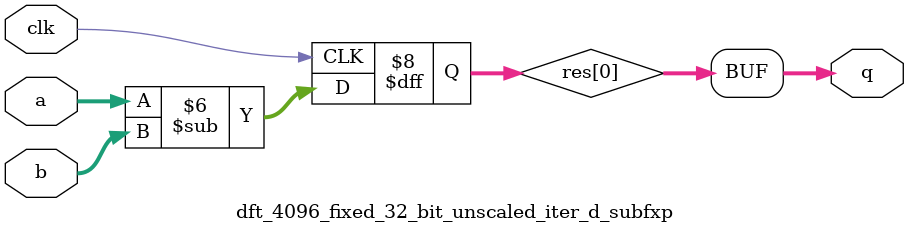
<source format=v>
/*
 * This source file contains a Verilog description of an IP core
 * automatically generated by the SPIRAL HDL Generator.
 *
 * This product includes a hardware design developed by Carnegie Mellon University.
 *
 * Copyright (c) 2005-2011 by Peter A. Milder for the SPIRAL Project,
 * Carnegie Mellon University
 *
 * For more information, see the SPIRAL project website at:
 *   http://www.spiral.net
 *
 * This design is provided for internal, non-commercial research use only
 * and is not for redistribution, with or without modifications.
 * 
 * You may not use the name "Carnegie Mellon University" or derivations
 * thereof to endorse or promote products derived from this software.
 *
 * THE SOFTWARE IS PROVIDED "AS-IS" WITHOUT ANY WARRANTY OF ANY KIND, EITHER
 * EXPRESS, IMPLIED OR STATUTORY, INCLUDING BUT NOT LIMITED TO ANY WARRANTY
 * THAT THE SOFTWARE WILL CONFORM TO SPECIFICATIONS OR BE ERROR-FREE AND ANY
 * IMPLIED WARRANTIES OF MERCHANTABILITY, FITNESS FOR A PARTICULAR PURPOSE,
 * TITLE, OR NON-INFRINGEMENT.  IN NO EVENT SHALL CARNEGIE MELLON UNIVERSITY
 * BE LIABLE FOR ANY DAMAGES, INCLUDING BUT NOT LIMITED TO DIRECT, INDIRECT,
 * SPECIAL OR CONSEQUENTIAL DAMAGES, ARISING OUT OF, RESULTING FROM, OR IN
 * ANY WAY CONNECTED WITH THIS SOFTWARE (WHETHER OR NOT BASED UPON WARRANTY,
 * CONTRACT, TORT OR OTHERWISE).
 *
 */

//   Input/output stream: 4 complex words per cycle
//   Throughput: one transform every 12433 cycles
//   Latency: 14486 cycles

//   Resources required:
//     12 multipliers (32 x 32 bit)
//     22 adders (32 x 32 bit)
//     3 adders (12 x 11 bit)
//     16 RAMs (2048 words, 64 bits per word)
//     6 ROMs (4096 words, 32 bits per word)
//     16 ROMs (1024 words, 10 bits per word)
/* 

Selected parameters:
DFT Size = 4096
direction = forward
data type = 32 bit fixed point, unscaled 
architecture = iterative reuse
radix = 4
streaming width = 4
data ordering = natural input / natural output
BRAM budget = -1
*/
// Generated on Fri Jul 26 01:58:33 EDT 2019

// Latency: 14486 clock cycles
// Throughput: 1 transform every 12433 cycles


// We use an interleaved complex data format.  X0 represents the
// real portion of the first input, and X1 represents the imaginary
// portion.  The X variables are system inputs and the Y variables
// are system outputs.

// The design uses a system of flag signals to indicate the
// beginning of the input and output data streams.  The 'next'
// input (asserted high), is used to instruct the system that the
// input stream will begin on the following cycle.

// This system has a 'gap' of 12433 cycles.  This means that
// 12433 cycles must elapse between the beginning of the input
// vectors.

// The output signal 'next_out' (also asserted high) indicates
// that the output vector will begin streaming out of the system
 // on the following cycle.

// The system has a latency of 14486 cycles.  This means that
// the 'next_out' will be asserted 14486 cycles after the user
// asserts 'next'.

// The simple testbench below will demonstrate the timing for loading
// and unloading data vectors.
// The system reset signal is asserted high.

// Please note: when simulating floating point code, you must include
// Xilinx's DSP slice simulation module.

// Latency: 14486
// Gap: 12433
// module_name_is:dft_top
module dft_4096_fixed_32_bit_unscaled_iter_d(clk, reset, next, next_out,
   X0, Y0,
   X1, Y1,
   X2, Y2,
   X3, Y3,
   X4, Y4,
   X5, Y5,
   X6, Y6,
   X7, Y7);

   output next_out;
   input clk, reset, next;

   input [31:0] X0,
      X1,
      X2,
      X3,
      X4,
      X5,
      X6,
      X7;

   output [31:0] Y0,
      Y1,
      Y2,
      Y3,
      Y4,
      Y5,
      Y6,
      Y7;

   wire [31:0] t0_0;
   wire [31:0] t0_1;
   wire [31:0] t0_2;
   wire [31:0] t0_3;
   wire [31:0] t0_4;
   wire [31:0] t0_5;
   wire [31:0] t0_6;
   wire [31:0] t0_7;
   wire next_0;
   wire [31:0] t1_0;
   wire [31:0] t1_1;
   wire [31:0] t1_2;
   wire [31:0] t1_3;
   wire [31:0] t1_4;
   wire [31:0] t1_5;
   wire [31:0] t1_6;
   wire [31:0] t1_7;
   wire next_1;
   wire [31:0] t2_0;
   wire [31:0] t2_1;
   wire [31:0] t2_2;
   wire [31:0] t2_3;
   wire [31:0] t2_4;
   wire [31:0] t2_5;
   wire [31:0] t2_6;
   wire [31:0] t2_7;
   wire next_2;
   assign t0_0 = X0;
   assign Y0 = t2_0;
   assign t0_1 = X1;
   assign Y1 = t2_1;
   assign t0_2 = X2;
   assign Y2 = t2_2;
   assign t0_3 = X3;
   assign Y3 = t2_3;
   assign t0_4 = X4;
   assign Y4 = t2_4;
   assign t0_5 = X5;
   assign Y5 = t2_5;
   assign t0_6 = X6;
   assign Y6 = t2_6;
   assign t0_7 = X7;
   assign Y7 = t2_7;
   assign next_0 = next;
   assign next_out = next_2;

// latency=2053, gap=1024
dft_4096_fixed_32_bit_unscaled_iter_d_rc12969 stage0(.clk(clk), .reset(reset), .next(next_0), .next_out(next_1),
    .X0(t0_0), .Y0(t1_0),
    .X1(t0_1), .Y1(t1_1),
    .X2(t0_2), .Y2(t1_2),
    .X3(t0_3), .Y3(t1_3),
    .X4(t0_4), .Y4(t1_4),
    .X5(t0_5), .Y5(t1_5),
    .X6(t0_6), .Y6(t1_6),
    .X7(t0_7), .Y7(t1_7));


// latency=12433, gap=12433
dft_4096_fixed_32_bit_unscaled_iter_d_ICompose_21744 IComposeInst22275(.next(next_1), .clk(clk), .reset(reset), .next_out(next_2),
       .X0(t1_0), .Y0(t2_0),
       .X1(t1_1), .Y1(t2_1),
       .X2(t1_2), .Y2(t2_2),
       .X3(t1_3), .Y3(t2_3),
       .X4(t1_4), .Y4(t2_4),
       .X5(t1_5), .Y5(t2_5),
       .X6(t1_6), .Y6(t2_6),
       .X7(t1_7), .Y7(t2_7));


endmodule

// Latency: 2053
// Gap: 1024
module dft_4096_fixed_32_bit_unscaled_iter_d_rc12969(clk, reset, next, next_out,
   X0, Y0,
   X1, Y1,
   X2, Y2,
   X3, Y3,
   X4, Y4,
   X5, Y5,
   X6, Y6,
   X7, Y7);

   output next_out;
   input clk, reset, next;

   input [31:0] X0,
      X1,
      X2,
      X3,
      X4,
      X5,
      X6,
      X7;

   output [31:0] Y0,
      Y1,
      Y2,
      Y3,
      Y4,
      Y5,
      Y6,
      Y7;

   wire [63:0] t0;
   wire [63:0] s0;
   assign t0 = {X0, X1};
   wire [63:0] t1;
   wire [63:0] s1;
   assign t1 = {X2, X3};
   wire [63:0] t2;
   wire [63:0] s2;
   assign t2 = {X4, X5};
   wire [63:0] t3;
   wire [63:0] s3;
   assign t3 = {X6, X7};
   assign Y0 = s0[63:32];
   assign Y1 = s0[31:0];
   assign Y2 = s1[63:32];
   assign Y3 = s1[31:0];
   assign Y4 = s2[63:32];
   assign Y5 = s2[31:0];
   assign Y6 = s3[63:32];
   assign Y7 = s3[31:0];

dft_4096_fixed_32_bit_unscaled_iter_d_perm12967 instPerm22276(.x0(t0), .y0(s0),
    .x1(t1), .y1(s1),
    .x2(t2), .y2(s2),
    .x3(t3), .y3(s3),
   .clk(clk), .next(next), .next_out(next_out), .reset(reset)
);



endmodule

module dft_4096_fixed_32_bit_unscaled_iter_d_swNet12967(itr, clk, ct
,       x0, y0
,       x1, y1
,       x2, y2
,       x3, y3
);

    parameter width = 64;

    input [9:0] ct;
    input clk;
    input [0:0] itr;
    input [width-1:0] x0;
    output reg [width-1:0] y0;
    input [width-1:0] x1;
    output reg [width-1:0] y1;
    input [width-1:0] x2;
    output reg [width-1:0] y2;
    input [width-1:0] x3;
    output reg [width-1:0] y3;
    wire [width-1:0] t0_0, t0_1, t0_2, t0_3;
    wire [width-1:0] t1_0, t1_1, t1_2, t1_3;
    wire [width-1:0] t2_0, t2_1, t2_2, t2_3;
    reg [width-1:0] t3_0, t3_1, t3_2, t3_3;
    wire [width-1:0] t4_0, t4_1, t4_2, t4_3;
    reg [width-1:0] t5_0, t5_1, t5_2, t5_3;

    reg [3:0] control;

    always @(posedge clk) begin
      case(ct)
        10'd0: control <= 4'b1111;
        10'd1: control <= 4'b1111;
        10'd2: control <= 4'b1111;
        10'd3: control <= 4'b1111;
        10'd4: control <= 4'b1111;
        10'd5: control <= 4'b1111;
        10'd6: control <= 4'b1111;
        10'd7: control <= 4'b1111;
        10'd8: control <= 4'b1111;
        10'd9: control <= 4'b1111;
        10'd10: control <= 4'b1111;
        10'd11: control <= 4'b1111;
        10'd12: control <= 4'b1111;
        10'd13: control <= 4'b1111;
        10'd14: control <= 4'b1111;
        10'd15: control <= 4'b1111;
        10'd16: control <= 4'b1111;
        10'd17: control <= 4'b1111;
        10'd18: control <= 4'b1111;
        10'd19: control <= 4'b1111;
        10'd20: control <= 4'b1111;
        10'd21: control <= 4'b1111;
        10'd22: control <= 4'b1111;
        10'd23: control <= 4'b1111;
        10'd24: control <= 4'b1111;
        10'd25: control <= 4'b1111;
        10'd26: control <= 4'b1111;
        10'd27: control <= 4'b1111;
        10'd28: control <= 4'b1111;
        10'd29: control <= 4'b1111;
        10'd30: control <= 4'b1111;
        10'd31: control <= 4'b1111;
        10'd32: control <= 4'b1111;
        10'd33: control <= 4'b1111;
        10'd34: control <= 4'b1111;
        10'd35: control <= 4'b1111;
        10'd36: control <= 4'b1111;
        10'd37: control <= 4'b1111;
        10'd38: control <= 4'b1111;
        10'd39: control <= 4'b1111;
        10'd40: control <= 4'b1111;
        10'd41: control <= 4'b1111;
        10'd42: control <= 4'b1111;
        10'd43: control <= 4'b1111;
        10'd44: control <= 4'b1111;
        10'd45: control <= 4'b1111;
        10'd46: control <= 4'b1111;
        10'd47: control <= 4'b1111;
        10'd48: control <= 4'b1111;
        10'd49: control <= 4'b1111;
        10'd50: control <= 4'b1111;
        10'd51: control <= 4'b1111;
        10'd52: control <= 4'b1111;
        10'd53: control <= 4'b1111;
        10'd54: control <= 4'b1111;
        10'd55: control <= 4'b1111;
        10'd56: control <= 4'b1111;
        10'd57: control <= 4'b1111;
        10'd58: control <= 4'b1111;
        10'd59: control <= 4'b1111;
        10'd60: control <= 4'b1111;
        10'd61: control <= 4'b1111;
        10'd62: control <= 4'b1111;
        10'd63: control <= 4'b1111;
        10'd64: control <= 4'b1111;
        10'd65: control <= 4'b1111;
        10'd66: control <= 4'b1111;
        10'd67: control <= 4'b1111;
        10'd68: control <= 4'b1111;
        10'd69: control <= 4'b1111;
        10'd70: control <= 4'b1111;
        10'd71: control <= 4'b1111;
        10'd72: control <= 4'b1111;
        10'd73: control <= 4'b1111;
        10'd74: control <= 4'b1111;
        10'd75: control <= 4'b1111;
        10'd76: control <= 4'b1111;
        10'd77: control <= 4'b1111;
        10'd78: control <= 4'b1111;
        10'd79: control <= 4'b1111;
        10'd80: control <= 4'b1111;
        10'd81: control <= 4'b1111;
        10'd82: control <= 4'b1111;
        10'd83: control <= 4'b1111;
        10'd84: control <= 4'b1111;
        10'd85: control <= 4'b1111;
        10'd86: control <= 4'b1111;
        10'd87: control <= 4'b1111;
        10'd88: control <= 4'b1111;
        10'd89: control <= 4'b1111;
        10'd90: control <= 4'b1111;
        10'd91: control <= 4'b1111;
        10'd92: control <= 4'b1111;
        10'd93: control <= 4'b1111;
        10'd94: control <= 4'b1111;
        10'd95: control <= 4'b1111;
        10'd96: control <= 4'b1111;
        10'd97: control <= 4'b1111;
        10'd98: control <= 4'b1111;
        10'd99: control <= 4'b1111;
        10'd100: control <= 4'b1111;
        10'd101: control <= 4'b1111;
        10'd102: control <= 4'b1111;
        10'd103: control <= 4'b1111;
        10'd104: control <= 4'b1111;
        10'd105: control <= 4'b1111;
        10'd106: control <= 4'b1111;
        10'd107: control <= 4'b1111;
        10'd108: control <= 4'b1111;
        10'd109: control <= 4'b1111;
        10'd110: control <= 4'b1111;
        10'd111: control <= 4'b1111;
        10'd112: control <= 4'b1111;
        10'd113: control <= 4'b1111;
        10'd114: control <= 4'b1111;
        10'd115: control <= 4'b1111;
        10'd116: control <= 4'b1111;
        10'd117: control <= 4'b1111;
        10'd118: control <= 4'b1111;
        10'd119: control <= 4'b1111;
        10'd120: control <= 4'b1111;
        10'd121: control <= 4'b1111;
        10'd122: control <= 4'b1111;
        10'd123: control <= 4'b1111;
        10'd124: control <= 4'b1111;
        10'd125: control <= 4'b1111;
        10'd126: control <= 4'b1111;
        10'd127: control <= 4'b1111;
        10'd128: control <= 4'b1111;
        10'd129: control <= 4'b1111;
        10'd130: control <= 4'b1111;
        10'd131: control <= 4'b1111;
        10'd132: control <= 4'b1111;
        10'd133: control <= 4'b1111;
        10'd134: control <= 4'b1111;
        10'd135: control <= 4'b1111;
        10'd136: control <= 4'b1111;
        10'd137: control <= 4'b1111;
        10'd138: control <= 4'b1111;
        10'd139: control <= 4'b1111;
        10'd140: control <= 4'b1111;
        10'd141: control <= 4'b1111;
        10'd142: control <= 4'b1111;
        10'd143: control <= 4'b1111;
        10'd144: control <= 4'b1111;
        10'd145: control <= 4'b1111;
        10'd146: control <= 4'b1111;
        10'd147: control <= 4'b1111;
        10'd148: control <= 4'b1111;
        10'd149: control <= 4'b1111;
        10'd150: control <= 4'b1111;
        10'd151: control <= 4'b1111;
        10'd152: control <= 4'b1111;
        10'd153: control <= 4'b1111;
        10'd154: control <= 4'b1111;
        10'd155: control <= 4'b1111;
        10'd156: control <= 4'b1111;
        10'd157: control <= 4'b1111;
        10'd158: control <= 4'b1111;
        10'd159: control <= 4'b1111;
        10'd160: control <= 4'b1111;
        10'd161: control <= 4'b1111;
        10'd162: control <= 4'b1111;
        10'd163: control <= 4'b1111;
        10'd164: control <= 4'b1111;
        10'd165: control <= 4'b1111;
        10'd166: control <= 4'b1111;
        10'd167: control <= 4'b1111;
        10'd168: control <= 4'b1111;
        10'd169: control <= 4'b1111;
        10'd170: control <= 4'b1111;
        10'd171: control <= 4'b1111;
        10'd172: control <= 4'b1111;
        10'd173: control <= 4'b1111;
        10'd174: control <= 4'b1111;
        10'd175: control <= 4'b1111;
        10'd176: control <= 4'b1111;
        10'd177: control <= 4'b1111;
        10'd178: control <= 4'b1111;
        10'd179: control <= 4'b1111;
        10'd180: control <= 4'b1111;
        10'd181: control <= 4'b1111;
        10'd182: control <= 4'b1111;
        10'd183: control <= 4'b1111;
        10'd184: control <= 4'b1111;
        10'd185: control <= 4'b1111;
        10'd186: control <= 4'b1111;
        10'd187: control <= 4'b1111;
        10'd188: control <= 4'b1111;
        10'd189: control <= 4'b1111;
        10'd190: control <= 4'b1111;
        10'd191: control <= 4'b1111;
        10'd192: control <= 4'b1111;
        10'd193: control <= 4'b1111;
        10'd194: control <= 4'b1111;
        10'd195: control <= 4'b1111;
        10'd196: control <= 4'b1111;
        10'd197: control <= 4'b1111;
        10'd198: control <= 4'b1111;
        10'd199: control <= 4'b1111;
        10'd200: control <= 4'b1111;
        10'd201: control <= 4'b1111;
        10'd202: control <= 4'b1111;
        10'd203: control <= 4'b1111;
        10'd204: control <= 4'b1111;
        10'd205: control <= 4'b1111;
        10'd206: control <= 4'b1111;
        10'd207: control <= 4'b1111;
        10'd208: control <= 4'b1111;
        10'd209: control <= 4'b1111;
        10'd210: control <= 4'b1111;
        10'd211: control <= 4'b1111;
        10'd212: control <= 4'b1111;
        10'd213: control <= 4'b1111;
        10'd214: control <= 4'b1111;
        10'd215: control <= 4'b1111;
        10'd216: control <= 4'b1111;
        10'd217: control <= 4'b1111;
        10'd218: control <= 4'b1111;
        10'd219: control <= 4'b1111;
        10'd220: control <= 4'b1111;
        10'd221: control <= 4'b1111;
        10'd222: control <= 4'b1111;
        10'd223: control <= 4'b1111;
        10'd224: control <= 4'b1111;
        10'd225: control <= 4'b1111;
        10'd226: control <= 4'b1111;
        10'd227: control <= 4'b1111;
        10'd228: control <= 4'b1111;
        10'd229: control <= 4'b1111;
        10'd230: control <= 4'b1111;
        10'd231: control <= 4'b1111;
        10'd232: control <= 4'b1111;
        10'd233: control <= 4'b1111;
        10'd234: control <= 4'b1111;
        10'd235: control <= 4'b1111;
        10'd236: control <= 4'b1111;
        10'd237: control <= 4'b1111;
        10'd238: control <= 4'b1111;
        10'd239: control <= 4'b1111;
        10'd240: control <= 4'b1111;
        10'd241: control <= 4'b1111;
        10'd242: control <= 4'b1111;
        10'd243: control <= 4'b1111;
        10'd244: control <= 4'b1111;
        10'd245: control <= 4'b1111;
        10'd246: control <= 4'b1111;
        10'd247: control <= 4'b1111;
        10'd248: control <= 4'b1111;
        10'd249: control <= 4'b1111;
        10'd250: control <= 4'b1111;
        10'd251: control <= 4'b1111;
        10'd252: control <= 4'b1111;
        10'd253: control <= 4'b1111;
        10'd254: control <= 4'b1111;
        10'd255: control <= 4'b1111;
        10'd256: control <= 4'b0011;
        10'd257: control <= 4'b0011;
        10'd258: control <= 4'b0011;
        10'd259: control <= 4'b0011;
        10'd260: control <= 4'b0011;
        10'd261: control <= 4'b0011;
        10'd262: control <= 4'b0011;
        10'd263: control <= 4'b0011;
        10'd264: control <= 4'b0011;
        10'd265: control <= 4'b0011;
        10'd266: control <= 4'b0011;
        10'd267: control <= 4'b0011;
        10'd268: control <= 4'b0011;
        10'd269: control <= 4'b0011;
        10'd270: control <= 4'b0011;
        10'd271: control <= 4'b0011;
        10'd272: control <= 4'b0011;
        10'd273: control <= 4'b0011;
        10'd274: control <= 4'b0011;
        10'd275: control <= 4'b0011;
        10'd276: control <= 4'b0011;
        10'd277: control <= 4'b0011;
        10'd278: control <= 4'b0011;
        10'd279: control <= 4'b0011;
        10'd280: control <= 4'b0011;
        10'd281: control <= 4'b0011;
        10'd282: control <= 4'b0011;
        10'd283: control <= 4'b0011;
        10'd284: control <= 4'b0011;
        10'd285: control <= 4'b0011;
        10'd286: control <= 4'b0011;
        10'd287: control <= 4'b0011;
        10'd288: control <= 4'b0011;
        10'd289: control <= 4'b0011;
        10'd290: control <= 4'b0011;
        10'd291: control <= 4'b0011;
        10'd292: control <= 4'b0011;
        10'd293: control <= 4'b0011;
        10'd294: control <= 4'b0011;
        10'd295: control <= 4'b0011;
        10'd296: control <= 4'b0011;
        10'd297: control <= 4'b0011;
        10'd298: control <= 4'b0011;
        10'd299: control <= 4'b0011;
        10'd300: control <= 4'b0011;
        10'd301: control <= 4'b0011;
        10'd302: control <= 4'b0011;
        10'd303: control <= 4'b0011;
        10'd304: control <= 4'b0011;
        10'd305: control <= 4'b0011;
        10'd306: control <= 4'b0011;
        10'd307: control <= 4'b0011;
        10'd308: control <= 4'b0011;
        10'd309: control <= 4'b0011;
        10'd310: control <= 4'b0011;
        10'd311: control <= 4'b0011;
        10'd312: control <= 4'b0011;
        10'd313: control <= 4'b0011;
        10'd314: control <= 4'b0011;
        10'd315: control <= 4'b0011;
        10'd316: control <= 4'b0011;
        10'd317: control <= 4'b0011;
        10'd318: control <= 4'b0011;
        10'd319: control <= 4'b0011;
        10'd320: control <= 4'b0011;
        10'd321: control <= 4'b0011;
        10'd322: control <= 4'b0011;
        10'd323: control <= 4'b0011;
        10'd324: control <= 4'b0011;
        10'd325: control <= 4'b0011;
        10'd326: control <= 4'b0011;
        10'd327: control <= 4'b0011;
        10'd328: control <= 4'b0011;
        10'd329: control <= 4'b0011;
        10'd330: control <= 4'b0011;
        10'd331: control <= 4'b0011;
        10'd332: control <= 4'b0011;
        10'd333: control <= 4'b0011;
        10'd334: control <= 4'b0011;
        10'd335: control <= 4'b0011;
        10'd336: control <= 4'b0011;
        10'd337: control <= 4'b0011;
        10'd338: control <= 4'b0011;
        10'd339: control <= 4'b0011;
        10'd340: control <= 4'b0011;
        10'd341: control <= 4'b0011;
        10'd342: control <= 4'b0011;
        10'd343: control <= 4'b0011;
        10'd344: control <= 4'b0011;
        10'd345: control <= 4'b0011;
        10'd346: control <= 4'b0011;
        10'd347: control <= 4'b0011;
        10'd348: control <= 4'b0011;
        10'd349: control <= 4'b0011;
        10'd350: control <= 4'b0011;
        10'd351: control <= 4'b0011;
        10'd352: control <= 4'b0011;
        10'd353: control <= 4'b0011;
        10'd354: control <= 4'b0011;
        10'd355: control <= 4'b0011;
        10'd356: control <= 4'b0011;
        10'd357: control <= 4'b0011;
        10'd358: control <= 4'b0011;
        10'd359: control <= 4'b0011;
        10'd360: control <= 4'b0011;
        10'd361: control <= 4'b0011;
        10'd362: control <= 4'b0011;
        10'd363: control <= 4'b0011;
        10'd364: control <= 4'b0011;
        10'd365: control <= 4'b0011;
        10'd366: control <= 4'b0011;
        10'd367: control <= 4'b0011;
        10'd368: control <= 4'b0011;
        10'd369: control <= 4'b0011;
        10'd370: control <= 4'b0011;
        10'd371: control <= 4'b0011;
        10'd372: control <= 4'b0011;
        10'd373: control <= 4'b0011;
        10'd374: control <= 4'b0011;
        10'd375: control <= 4'b0011;
        10'd376: control <= 4'b0011;
        10'd377: control <= 4'b0011;
        10'd378: control <= 4'b0011;
        10'd379: control <= 4'b0011;
        10'd380: control <= 4'b0011;
        10'd381: control <= 4'b0011;
        10'd382: control <= 4'b0011;
        10'd383: control <= 4'b0011;
        10'd384: control <= 4'b0011;
        10'd385: control <= 4'b0011;
        10'd386: control <= 4'b0011;
        10'd387: control <= 4'b0011;
        10'd388: control <= 4'b0011;
        10'd389: control <= 4'b0011;
        10'd390: control <= 4'b0011;
        10'd391: control <= 4'b0011;
        10'd392: control <= 4'b0011;
        10'd393: control <= 4'b0011;
        10'd394: control <= 4'b0011;
        10'd395: control <= 4'b0011;
        10'd396: control <= 4'b0011;
        10'd397: control <= 4'b0011;
        10'd398: control <= 4'b0011;
        10'd399: control <= 4'b0011;
        10'd400: control <= 4'b0011;
        10'd401: control <= 4'b0011;
        10'd402: control <= 4'b0011;
        10'd403: control <= 4'b0011;
        10'd404: control <= 4'b0011;
        10'd405: control <= 4'b0011;
        10'd406: control <= 4'b0011;
        10'd407: control <= 4'b0011;
        10'd408: control <= 4'b0011;
        10'd409: control <= 4'b0011;
        10'd410: control <= 4'b0011;
        10'd411: control <= 4'b0011;
        10'd412: control <= 4'b0011;
        10'd413: control <= 4'b0011;
        10'd414: control <= 4'b0011;
        10'd415: control <= 4'b0011;
        10'd416: control <= 4'b0011;
        10'd417: control <= 4'b0011;
        10'd418: control <= 4'b0011;
        10'd419: control <= 4'b0011;
        10'd420: control <= 4'b0011;
        10'd421: control <= 4'b0011;
        10'd422: control <= 4'b0011;
        10'd423: control <= 4'b0011;
        10'd424: control <= 4'b0011;
        10'd425: control <= 4'b0011;
        10'd426: control <= 4'b0011;
        10'd427: control <= 4'b0011;
        10'd428: control <= 4'b0011;
        10'd429: control <= 4'b0011;
        10'd430: control <= 4'b0011;
        10'd431: control <= 4'b0011;
        10'd432: control <= 4'b0011;
        10'd433: control <= 4'b0011;
        10'd434: control <= 4'b0011;
        10'd435: control <= 4'b0011;
        10'd436: control <= 4'b0011;
        10'd437: control <= 4'b0011;
        10'd438: control <= 4'b0011;
        10'd439: control <= 4'b0011;
        10'd440: control <= 4'b0011;
        10'd441: control <= 4'b0011;
        10'd442: control <= 4'b0011;
        10'd443: control <= 4'b0011;
        10'd444: control <= 4'b0011;
        10'd445: control <= 4'b0011;
        10'd446: control <= 4'b0011;
        10'd447: control <= 4'b0011;
        10'd448: control <= 4'b0011;
        10'd449: control <= 4'b0011;
        10'd450: control <= 4'b0011;
        10'd451: control <= 4'b0011;
        10'd452: control <= 4'b0011;
        10'd453: control <= 4'b0011;
        10'd454: control <= 4'b0011;
        10'd455: control <= 4'b0011;
        10'd456: control <= 4'b0011;
        10'd457: control <= 4'b0011;
        10'd458: control <= 4'b0011;
        10'd459: control <= 4'b0011;
        10'd460: control <= 4'b0011;
        10'd461: control <= 4'b0011;
        10'd462: control <= 4'b0011;
        10'd463: control <= 4'b0011;
        10'd464: control <= 4'b0011;
        10'd465: control <= 4'b0011;
        10'd466: control <= 4'b0011;
        10'd467: control <= 4'b0011;
        10'd468: control <= 4'b0011;
        10'd469: control <= 4'b0011;
        10'd470: control <= 4'b0011;
        10'd471: control <= 4'b0011;
        10'd472: control <= 4'b0011;
        10'd473: control <= 4'b0011;
        10'd474: control <= 4'b0011;
        10'd475: control <= 4'b0011;
        10'd476: control <= 4'b0011;
        10'd477: control <= 4'b0011;
        10'd478: control <= 4'b0011;
        10'd479: control <= 4'b0011;
        10'd480: control <= 4'b0011;
        10'd481: control <= 4'b0011;
        10'd482: control <= 4'b0011;
        10'd483: control <= 4'b0011;
        10'd484: control <= 4'b0011;
        10'd485: control <= 4'b0011;
        10'd486: control <= 4'b0011;
        10'd487: control <= 4'b0011;
        10'd488: control <= 4'b0011;
        10'd489: control <= 4'b0011;
        10'd490: control <= 4'b0011;
        10'd491: control <= 4'b0011;
        10'd492: control <= 4'b0011;
        10'd493: control <= 4'b0011;
        10'd494: control <= 4'b0011;
        10'd495: control <= 4'b0011;
        10'd496: control <= 4'b0011;
        10'd497: control <= 4'b0011;
        10'd498: control <= 4'b0011;
        10'd499: control <= 4'b0011;
        10'd500: control <= 4'b0011;
        10'd501: control <= 4'b0011;
        10'd502: control <= 4'b0011;
        10'd503: control <= 4'b0011;
        10'd504: control <= 4'b0011;
        10'd505: control <= 4'b0011;
        10'd506: control <= 4'b0011;
        10'd507: control <= 4'b0011;
        10'd508: control <= 4'b0011;
        10'd509: control <= 4'b0011;
        10'd510: control <= 4'b0011;
        10'd511: control <= 4'b0011;
        10'd512: control <= 4'b1100;
        10'd513: control <= 4'b1100;
        10'd514: control <= 4'b1100;
        10'd515: control <= 4'b1100;
        10'd516: control <= 4'b1100;
        10'd517: control <= 4'b1100;
        10'd518: control <= 4'b1100;
        10'd519: control <= 4'b1100;
        10'd520: control <= 4'b1100;
        10'd521: control <= 4'b1100;
        10'd522: control <= 4'b1100;
        10'd523: control <= 4'b1100;
        10'd524: control <= 4'b1100;
        10'd525: control <= 4'b1100;
        10'd526: control <= 4'b1100;
        10'd527: control <= 4'b1100;
        10'd528: control <= 4'b1100;
        10'd529: control <= 4'b1100;
        10'd530: control <= 4'b1100;
        10'd531: control <= 4'b1100;
        10'd532: control <= 4'b1100;
        10'd533: control <= 4'b1100;
        10'd534: control <= 4'b1100;
        10'd535: control <= 4'b1100;
        10'd536: control <= 4'b1100;
        10'd537: control <= 4'b1100;
        10'd538: control <= 4'b1100;
        10'd539: control <= 4'b1100;
        10'd540: control <= 4'b1100;
        10'd541: control <= 4'b1100;
        10'd542: control <= 4'b1100;
        10'd543: control <= 4'b1100;
        10'd544: control <= 4'b1100;
        10'd545: control <= 4'b1100;
        10'd546: control <= 4'b1100;
        10'd547: control <= 4'b1100;
        10'd548: control <= 4'b1100;
        10'd549: control <= 4'b1100;
        10'd550: control <= 4'b1100;
        10'd551: control <= 4'b1100;
        10'd552: control <= 4'b1100;
        10'd553: control <= 4'b1100;
        10'd554: control <= 4'b1100;
        10'd555: control <= 4'b1100;
        10'd556: control <= 4'b1100;
        10'd557: control <= 4'b1100;
        10'd558: control <= 4'b1100;
        10'd559: control <= 4'b1100;
        10'd560: control <= 4'b1100;
        10'd561: control <= 4'b1100;
        10'd562: control <= 4'b1100;
        10'd563: control <= 4'b1100;
        10'd564: control <= 4'b1100;
        10'd565: control <= 4'b1100;
        10'd566: control <= 4'b1100;
        10'd567: control <= 4'b1100;
        10'd568: control <= 4'b1100;
        10'd569: control <= 4'b1100;
        10'd570: control <= 4'b1100;
        10'd571: control <= 4'b1100;
        10'd572: control <= 4'b1100;
        10'd573: control <= 4'b1100;
        10'd574: control <= 4'b1100;
        10'd575: control <= 4'b1100;
        10'd576: control <= 4'b1100;
        10'd577: control <= 4'b1100;
        10'd578: control <= 4'b1100;
        10'd579: control <= 4'b1100;
        10'd580: control <= 4'b1100;
        10'd581: control <= 4'b1100;
        10'd582: control <= 4'b1100;
        10'd583: control <= 4'b1100;
        10'd584: control <= 4'b1100;
        10'd585: control <= 4'b1100;
        10'd586: control <= 4'b1100;
        10'd587: control <= 4'b1100;
        10'd588: control <= 4'b1100;
        10'd589: control <= 4'b1100;
        10'd590: control <= 4'b1100;
        10'd591: control <= 4'b1100;
        10'd592: control <= 4'b1100;
        10'd593: control <= 4'b1100;
        10'd594: control <= 4'b1100;
        10'd595: control <= 4'b1100;
        10'd596: control <= 4'b1100;
        10'd597: control <= 4'b1100;
        10'd598: control <= 4'b1100;
        10'd599: control <= 4'b1100;
        10'd600: control <= 4'b1100;
        10'd601: control <= 4'b1100;
        10'd602: control <= 4'b1100;
        10'd603: control <= 4'b1100;
        10'd604: control <= 4'b1100;
        10'd605: control <= 4'b1100;
        10'd606: control <= 4'b1100;
        10'd607: control <= 4'b1100;
        10'd608: control <= 4'b1100;
        10'd609: control <= 4'b1100;
        10'd610: control <= 4'b1100;
        10'd611: control <= 4'b1100;
        10'd612: control <= 4'b1100;
        10'd613: control <= 4'b1100;
        10'd614: control <= 4'b1100;
        10'd615: control <= 4'b1100;
        10'd616: control <= 4'b1100;
        10'd617: control <= 4'b1100;
        10'd618: control <= 4'b1100;
        10'd619: control <= 4'b1100;
        10'd620: control <= 4'b1100;
        10'd621: control <= 4'b1100;
        10'd622: control <= 4'b1100;
        10'd623: control <= 4'b1100;
        10'd624: control <= 4'b1100;
        10'd625: control <= 4'b1100;
        10'd626: control <= 4'b1100;
        10'd627: control <= 4'b1100;
        10'd628: control <= 4'b1100;
        10'd629: control <= 4'b1100;
        10'd630: control <= 4'b1100;
        10'd631: control <= 4'b1100;
        10'd632: control <= 4'b1100;
        10'd633: control <= 4'b1100;
        10'd634: control <= 4'b1100;
        10'd635: control <= 4'b1100;
        10'd636: control <= 4'b1100;
        10'd637: control <= 4'b1100;
        10'd638: control <= 4'b1100;
        10'd639: control <= 4'b1100;
        10'd640: control <= 4'b1100;
        10'd641: control <= 4'b1100;
        10'd642: control <= 4'b1100;
        10'd643: control <= 4'b1100;
        10'd644: control <= 4'b1100;
        10'd645: control <= 4'b1100;
        10'd646: control <= 4'b1100;
        10'd647: control <= 4'b1100;
        10'd648: control <= 4'b1100;
        10'd649: control <= 4'b1100;
        10'd650: control <= 4'b1100;
        10'd651: control <= 4'b1100;
        10'd652: control <= 4'b1100;
        10'd653: control <= 4'b1100;
        10'd654: control <= 4'b1100;
        10'd655: control <= 4'b1100;
        10'd656: control <= 4'b1100;
        10'd657: control <= 4'b1100;
        10'd658: control <= 4'b1100;
        10'd659: control <= 4'b1100;
        10'd660: control <= 4'b1100;
        10'd661: control <= 4'b1100;
        10'd662: control <= 4'b1100;
        10'd663: control <= 4'b1100;
        10'd664: control <= 4'b1100;
        10'd665: control <= 4'b1100;
        10'd666: control <= 4'b1100;
        10'd667: control <= 4'b1100;
        10'd668: control <= 4'b1100;
        10'd669: control <= 4'b1100;
        10'd670: control <= 4'b1100;
        10'd671: control <= 4'b1100;
        10'd672: control <= 4'b1100;
        10'd673: control <= 4'b1100;
        10'd674: control <= 4'b1100;
        10'd675: control <= 4'b1100;
        10'd676: control <= 4'b1100;
        10'd677: control <= 4'b1100;
        10'd678: control <= 4'b1100;
        10'd679: control <= 4'b1100;
        10'd680: control <= 4'b1100;
        10'd681: control <= 4'b1100;
        10'd682: control <= 4'b1100;
        10'd683: control <= 4'b1100;
        10'd684: control <= 4'b1100;
        10'd685: control <= 4'b1100;
        10'd686: control <= 4'b1100;
        10'd687: control <= 4'b1100;
        10'd688: control <= 4'b1100;
        10'd689: control <= 4'b1100;
        10'd690: control <= 4'b1100;
        10'd691: control <= 4'b1100;
        10'd692: control <= 4'b1100;
        10'd693: control <= 4'b1100;
        10'd694: control <= 4'b1100;
        10'd695: control <= 4'b1100;
        10'd696: control <= 4'b1100;
        10'd697: control <= 4'b1100;
        10'd698: control <= 4'b1100;
        10'd699: control <= 4'b1100;
        10'd700: control <= 4'b1100;
        10'd701: control <= 4'b1100;
        10'd702: control <= 4'b1100;
        10'd703: control <= 4'b1100;
        10'd704: control <= 4'b1100;
        10'd705: control <= 4'b1100;
        10'd706: control <= 4'b1100;
        10'd707: control <= 4'b1100;
        10'd708: control <= 4'b1100;
        10'd709: control <= 4'b1100;
        10'd710: control <= 4'b1100;
        10'd711: control <= 4'b1100;
        10'd712: control <= 4'b1100;
        10'd713: control <= 4'b1100;
        10'd714: control <= 4'b1100;
        10'd715: control <= 4'b1100;
        10'd716: control <= 4'b1100;
        10'd717: control <= 4'b1100;
        10'd718: control <= 4'b1100;
        10'd719: control <= 4'b1100;
        10'd720: control <= 4'b1100;
        10'd721: control <= 4'b1100;
        10'd722: control <= 4'b1100;
        10'd723: control <= 4'b1100;
        10'd724: control <= 4'b1100;
        10'd725: control <= 4'b1100;
        10'd726: control <= 4'b1100;
        10'd727: control <= 4'b1100;
        10'd728: control <= 4'b1100;
        10'd729: control <= 4'b1100;
        10'd730: control <= 4'b1100;
        10'd731: control <= 4'b1100;
        10'd732: control <= 4'b1100;
        10'd733: control <= 4'b1100;
        10'd734: control <= 4'b1100;
        10'd735: control <= 4'b1100;
        10'd736: control <= 4'b1100;
        10'd737: control <= 4'b1100;
        10'd738: control <= 4'b1100;
        10'd739: control <= 4'b1100;
        10'd740: control <= 4'b1100;
        10'd741: control <= 4'b1100;
        10'd742: control <= 4'b1100;
        10'd743: control <= 4'b1100;
        10'd744: control <= 4'b1100;
        10'd745: control <= 4'b1100;
        10'd746: control <= 4'b1100;
        10'd747: control <= 4'b1100;
        10'd748: control <= 4'b1100;
        10'd749: control <= 4'b1100;
        10'd750: control <= 4'b1100;
        10'd751: control <= 4'b1100;
        10'd752: control <= 4'b1100;
        10'd753: control <= 4'b1100;
        10'd754: control <= 4'b1100;
        10'd755: control <= 4'b1100;
        10'd756: control <= 4'b1100;
        10'd757: control <= 4'b1100;
        10'd758: control <= 4'b1100;
        10'd759: control <= 4'b1100;
        10'd760: control <= 4'b1100;
        10'd761: control <= 4'b1100;
        10'd762: control <= 4'b1100;
        10'd763: control <= 4'b1100;
        10'd764: control <= 4'b1100;
        10'd765: control <= 4'b1100;
        10'd766: control <= 4'b1100;
        10'd767: control <= 4'b1100;
        10'd768: control <= 4'b0000;
        10'd769: control <= 4'b0000;
        10'd770: control <= 4'b0000;
        10'd771: control <= 4'b0000;
        10'd772: control <= 4'b0000;
        10'd773: control <= 4'b0000;
        10'd774: control <= 4'b0000;
        10'd775: control <= 4'b0000;
        10'd776: control <= 4'b0000;
        10'd777: control <= 4'b0000;
        10'd778: control <= 4'b0000;
        10'd779: control <= 4'b0000;
        10'd780: control <= 4'b0000;
        10'd781: control <= 4'b0000;
        10'd782: control <= 4'b0000;
        10'd783: control <= 4'b0000;
        10'd784: control <= 4'b0000;
        10'd785: control <= 4'b0000;
        10'd786: control <= 4'b0000;
        10'd787: control <= 4'b0000;
        10'd788: control <= 4'b0000;
        10'd789: control <= 4'b0000;
        10'd790: control <= 4'b0000;
        10'd791: control <= 4'b0000;
        10'd792: control <= 4'b0000;
        10'd793: control <= 4'b0000;
        10'd794: control <= 4'b0000;
        10'd795: control <= 4'b0000;
        10'd796: control <= 4'b0000;
        10'd797: control <= 4'b0000;
        10'd798: control <= 4'b0000;
        10'd799: control <= 4'b0000;
        10'd800: control <= 4'b0000;
        10'd801: control <= 4'b0000;
        10'd802: control <= 4'b0000;
        10'd803: control <= 4'b0000;
        10'd804: control <= 4'b0000;
        10'd805: control <= 4'b0000;
        10'd806: control <= 4'b0000;
        10'd807: control <= 4'b0000;
        10'd808: control <= 4'b0000;
        10'd809: control <= 4'b0000;
        10'd810: control <= 4'b0000;
        10'd811: control <= 4'b0000;
        10'd812: control <= 4'b0000;
        10'd813: control <= 4'b0000;
        10'd814: control <= 4'b0000;
        10'd815: control <= 4'b0000;
        10'd816: control <= 4'b0000;
        10'd817: control <= 4'b0000;
        10'd818: control <= 4'b0000;
        10'd819: control <= 4'b0000;
        10'd820: control <= 4'b0000;
        10'd821: control <= 4'b0000;
        10'd822: control <= 4'b0000;
        10'd823: control <= 4'b0000;
        10'd824: control <= 4'b0000;
        10'd825: control <= 4'b0000;
        10'd826: control <= 4'b0000;
        10'd827: control <= 4'b0000;
        10'd828: control <= 4'b0000;
        10'd829: control <= 4'b0000;
        10'd830: control <= 4'b0000;
        10'd831: control <= 4'b0000;
        10'd832: control <= 4'b0000;
        10'd833: control <= 4'b0000;
        10'd834: control <= 4'b0000;
        10'd835: control <= 4'b0000;
        10'd836: control <= 4'b0000;
        10'd837: control <= 4'b0000;
        10'd838: control <= 4'b0000;
        10'd839: control <= 4'b0000;
        10'd840: control <= 4'b0000;
        10'd841: control <= 4'b0000;
        10'd842: control <= 4'b0000;
        10'd843: control <= 4'b0000;
        10'd844: control <= 4'b0000;
        10'd845: control <= 4'b0000;
        10'd846: control <= 4'b0000;
        10'd847: control <= 4'b0000;
        10'd848: control <= 4'b0000;
        10'd849: control <= 4'b0000;
        10'd850: control <= 4'b0000;
        10'd851: control <= 4'b0000;
        10'd852: control <= 4'b0000;
        10'd853: control <= 4'b0000;
        10'd854: control <= 4'b0000;
        10'd855: control <= 4'b0000;
        10'd856: control <= 4'b0000;
        10'd857: control <= 4'b0000;
        10'd858: control <= 4'b0000;
        10'd859: control <= 4'b0000;
        10'd860: control <= 4'b0000;
        10'd861: control <= 4'b0000;
        10'd862: control <= 4'b0000;
        10'd863: control <= 4'b0000;
        10'd864: control <= 4'b0000;
        10'd865: control <= 4'b0000;
        10'd866: control <= 4'b0000;
        10'd867: control <= 4'b0000;
        10'd868: control <= 4'b0000;
        10'd869: control <= 4'b0000;
        10'd870: control <= 4'b0000;
        10'd871: control <= 4'b0000;
        10'd872: control <= 4'b0000;
        10'd873: control <= 4'b0000;
        10'd874: control <= 4'b0000;
        10'd875: control <= 4'b0000;
        10'd876: control <= 4'b0000;
        10'd877: control <= 4'b0000;
        10'd878: control <= 4'b0000;
        10'd879: control <= 4'b0000;
        10'd880: control <= 4'b0000;
        10'd881: control <= 4'b0000;
        10'd882: control <= 4'b0000;
        10'd883: control <= 4'b0000;
        10'd884: control <= 4'b0000;
        10'd885: control <= 4'b0000;
        10'd886: control <= 4'b0000;
        10'd887: control <= 4'b0000;
        10'd888: control <= 4'b0000;
        10'd889: control <= 4'b0000;
        10'd890: control <= 4'b0000;
        10'd891: control <= 4'b0000;
        10'd892: control <= 4'b0000;
        10'd893: control <= 4'b0000;
        10'd894: control <= 4'b0000;
        10'd895: control <= 4'b0000;
        10'd896: control <= 4'b0000;
        10'd897: control <= 4'b0000;
        10'd898: control <= 4'b0000;
        10'd899: control <= 4'b0000;
        10'd900: control <= 4'b0000;
        10'd901: control <= 4'b0000;
        10'd902: control <= 4'b0000;
        10'd903: control <= 4'b0000;
        10'd904: control <= 4'b0000;
        10'd905: control <= 4'b0000;
        10'd906: control <= 4'b0000;
        10'd907: control <= 4'b0000;
        10'd908: control <= 4'b0000;
        10'd909: control <= 4'b0000;
        10'd910: control <= 4'b0000;
        10'd911: control <= 4'b0000;
        10'd912: control <= 4'b0000;
        10'd913: control <= 4'b0000;
        10'd914: control <= 4'b0000;
        10'd915: control <= 4'b0000;
        10'd916: control <= 4'b0000;
        10'd917: control <= 4'b0000;
        10'd918: control <= 4'b0000;
        10'd919: control <= 4'b0000;
        10'd920: control <= 4'b0000;
        10'd921: control <= 4'b0000;
        10'd922: control <= 4'b0000;
        10'd923: control <= 4'b0000;
        10'd924: control <= 4'b0000;
        10'd925: control <= 4'b0000;
        10'd926: control <= 4'b0000;
        10'd927: control <= 4'b0000;
        10'd928: control <= 4'b0000;
        10'd929: control <= 4'b0000;
        10'd930: control <= 4'b0000;
        10'd931: control <= 4'b0000;
        10'd932: control <= 4'b0000;
        10'd933: control <= 4'b0000;
        10'd934: control <= 4'b0000;
        10'd935: control <= 4'b0000;
        10'd936: control <= 4'b0000;
        10'd937: control <= 4'b0000;
        10'd938: control <= 4'b0000;
        10'd939: control <= 4'b0000;
        10'd940: control <= 4'b0000;
        10'd941: control <= 4'b0000;
        10'd942: control <= 4'b0000;
        10'd943: control <= 4'b0000;
        10'd944: control <= 4'b0000;
        10'd945: control <= 4'b0000;
        10'd946: control <= 4'b0000;
        10'd947: control <= 4'b0000;
        10'd948: control <= 4'b0000;
        10'd949: control <= 4'b0000;
        10'd950: control <= 4'b0000;
        10'd951: control <= 4'b0000;
        10'd952: control <= 4'b0000;
        10'd953: control <= 4'b0000;
        10'd954: control <= 4'b0000;
        10'd955: control <= 4'b0000;
        10'd956: control <= 4'b0000;
        10'd957: control <= 4'b0000;
        10'd958: control <= 4'b0000;
        10'd959: control <= 4'b0000;
        10'd960: control <= 4'b0000;
        10'd961: control <= 4'b0000;
        10'd962: control <= 4'b0000;
        10'd963: control <= 4'b0000;
        10'd964: control <= 4'b0000;
        10'd965: control <= 4'b0000;
        10'd966: control <= 4'b0000;
        10'd967: control <= 4'b0000;
        10'd968: control <= 4'b0000;
        10'd969: control <= 4'b0000;
        10'd970: control <= 4'b0000;
        10'd971: control <= 4'b0000;
        10'd972: control <= 4'b0000;
        10'd973: control <= 4'b0000;
        10'd974: control <= 4'b0000;
        10'd975: control <= 4'b0000;
        10'd976: control <= 4'b0000;
        10'd977: control <= 4'b0000;
        10'd978: control <= 4'b0000;
        10'd979: control <= 4'b0000;
        10'd980: control <= 4'b0000;
        10'd981: control <= 4'b0000;
        10'd982: control <= 4'b0000;
        10'd983: control <= 4'b0000;
        10'd984: control <= 4'b0000;
        10'd985: control <= 4'b0000;
        10'd986: control <= 4'b0000;
        10'd987: control <= 4'b0000;
        10'd988: control <= 4'b0000;
        10'd989: control <= 4'b0000;
        10'd990: control <= 4'b0000;
        10'd991: control <= 4'b0000;
        10'd992: control <= 4'b0000;
        10'd993: control <= 4'b0000;
        10'd994: control <= 4'b0000;
        10'd995: control <= 4'b0000;
        10'd996: control <= 4'b0000;
        10'd997: control <= 4'b0000;
        10'd998: control <= 4'b0000;
        10'd999: control <= 4'b0000;
        10'd1000: control <= 4'b0000;
        10'd1001: control <= 4'b0000;
        10'd1002: control <= 4'b0000;
        10'd1003: control <= 4'b0000;
        10'd1004: control <= 4'b0000;
        10'd1005: control <= 4'b0000;
        10'd1006: control <= 4'b0000;
        10'd1007: control <= 4'b0000;
        10'd1008: control <= 4'b0000;
        10'd1009: control <= 4'b0000;
        10'd1010: control <= 4'b0000;
        10'd1011: control <= 4'b0000;
        10'd1012: control <= 4'b0000;
        10'd1013: control <= 4'b0000;
        10'd1014: control <= 4'b0000;
        10'd1015: control <= 4'b0000;
        10'd1016: control <= 4'b0000;
        10'd1017: control <= 4'b0000;
        10'd1018: control <= 4'b0000;
        10'd1019: control <= 4'b0000;
        10'd1020: control <= 4'b0000;
        10'd1021: control <= 4'b0000;
        10'd1022: control <= 4'b0000;
        10'd1023: control <= 4'b0000;
      endcase
   end

// synthesis attribute rom_style of control is "block"
   reg [3:0] control0;
   reg [3:0] control1;
    always @(posedge clk) begin
       control0 <= control;
        control1 <= control0;
    end
    assign t0_0 = x0;
    assign t0_1 = x2;
    assign t0_2 = x1;
    assign t0_3 = x3;
     assign t1_0 = t0_0;
     assign t1_1 = t0_1;
     assign t1_2 = t0_2;
     assign t1_3 = t0_3;
    assign t2_0 = t1_0;
    assign t2_1 = t1_2;
    assign t2_2 = t1_1;
    assign t2_3 = t1_3;
   always @(posedge clk) begin
         t3_0 <= (control0[3] == 0) ? t2_0 : t2_1;
         t3_1 <= (control0[3] == 0) ? t2_1 : t2_0;
         t3_2 <= (control0[2] == 0) ? t2_2 : t2_3;
         t3_3 <= (control0[2] == 0) ? t2_3 : t2_2;
   end
    assign t4_0 = t3_0;
    assign t4_1 = t3_2;
    assign t4_2 = t3_1;
    assign t4_3 = t3_3;
   always @(posedge clk) begin
         t5_0 <= (control1[1] == 0) ? t4_0 : t4_1;
         t5_1 <= (control1[1] == 0) ? t4_1 : t4_0;
         t5_2 <= (control1[0] == 0) ? t4_2 : t4_3;
         t5_3 <= (control1[0] == 0) ? t4_3 : t4_2;
   end
    always @(posedge clk) begin
        y0 <= t5_0;
        y1 <= t5_2;
        y2 <= t5_1;
        y3 <= t5_3;
    end
endmodule

// Latency: 2053
// Gap: 1024
module dft_4096_fixed_32_bit_unscaled_iter_d_perm12967(clk, next, reset, next_out,
   x0, y0,
   x1, y1,
   x2, y2,
   x3, y3);
   parameter width = 64;

   parameter depth = 1024;

   parameter addrbits = 10;

   parameter muxbits = 2;

   input [width-1:0]  x0;
   output [width-1:0]  y0;
   wire [width-1:0]  t0;
   wire [width-1:0]  s0;
   input [width-1:0]  x1;
   output [width-1:0]  y1;
   wire [width-1:0]  t1;
   wire [width-1:0]  s1;
   input [width-1:0]  x2;
   output [width-1:0]  y2;
   wire [width-1:0]  t2;
   wire [width-1:0]  s2;
   input [width-1:0]  x3;
   output [width-1:0]  y3;
   wire [width-1:0]  t3;
   wire [width-1:0]  s3;
   input next, reset, clk;
   output next_out;
   reg [addrbits-1:0] s1rdloc, s2rdloc;

    reg [addrbits-1:0] s1wr0;
   reg [addrbits-1:0] s1rd0, s2wr0, s2rd0;
   reg [addrbits-1:0] s1rd1, s2wr1, s2rd1;
   reg [addrbits-1:0] s1rd2, s2wr2, s2rd2;
   reg [addrbits-1:0] s1rd3, s2wr3, s2rd3;
   reg s1wr_en, state1, state2, state3;
   wire 	      next2, next3, next4;
   reg 		      inFlip0, outFlip0_z, outFlip1;
   wire 	      inFlip1, outFlip0;

   wire [0:0] tm0;
   assign tm0 = 0;

dft_4096_fixed_32_bit_unscaled_iter_d_shiftRegFIFO #(4, 1) shiftFIFO_22281(.X(outFlip0), .Y(inFlip1), .clk(clk));
dft_4096_fixed_32_bit_unscaled_iter_d_shiftRegFIFO #(1, 1) shiftFIFO_22282(.X(outFlip0_z), .Y(outFlip0), .clk(clk));
//   shiftRegFIFO #(2, 1) inFlip1Reg(outFlip0, inFlip1, clk);
//   shiftRegFIFO #(1, 1) outFlip0Reg(outFlip0_z, outFlip0, clk);

dft_4096_fixed_32_bit_unscaled_iter_d_memMod #(depth*2, width, addrbits+1) s1mem0(x0, t0, {inFlip0, s1wr0}, {outFlip0, s1rd0}, s1wr_en, clk);
dft_4096_fixed_32_bit_unscaled_iter_d_memMod #(depth*2, width, addrbits+1) s1mem1(x1, t1, {inFlip0, s1wr0}, {outFlip0, s1rd1}, s1wr_en, clk);
dft_4096_fixed_32_bit_unscaled_iter_d_memMod #(depth*2, width, addrbits+1) s1mem2(x2, t2, {inFlip0, s1wr0}, {outFlip0, s1rd2}, s1wr_en, clk);
dft_4096_fixed_32_bit_unscaled_iter_d_memMod #(depth*2, width, addrbits+1) s1mem3(x3, t3, {inFlip0, s1wr0}, {outFlip0, s1rd3}, s1wr_en, clk);

dft_4096_fixed_32_bit_unscaled_iter_d_nextReg #(1023, 10) nextReg_22293(.X(next), .Y(next2), .reset(reset), .clk(clk));
dft_4096_fixed_32_bit_unscaled_iter_d_shiftRegFIFO #(5, 1) shiftFIFO_22294(.X(next2), .Y(next3), .clk(clk));
dft_4096_fixed_32_bit_unscaled_iter_d_nextReg #(1024, 10) nextReg_22297(.X(next3), .Y(next4), .reset(reset), .clk(clk));
dft_4096_fixed_32_bit_unscaled_iter_d_shiftRegFIFO #(1, 1) shiftFIFO_22298(.X(next4), .Y(next_out), .clk(clk));
dft_4096_fixed_32_bit_unscaled_iter_d_shiftRegFIFO #(1023, 1) shiftFIFO_22301(.X(tm0), .Y(tm0_d), .clk(clk));
dft_4096_fixed_32_bit_unscaled_iter_d_shiftRegFIFO #(4, 1) shiftFIFO_22304(.X(tm0_d), .Y(tm0_dd), .clk(clk));

   wire [addrbits-1:0] 	      muxCycle, writeCycle;
assign muxCycle = s1rdloc;
dft_4096_fixed_32_bit_unscaled_iter_d_shiftRegFIFO #(4, 10) shiftFIFO_22309(.X(muxCycle), .Y(writeCycle), .clk(clk));

   wire 		      readInt, s2wr_en;   
   assign 		      readInt = (state2 == 1);

dft_4096_fixed_32_bit_unscaled_iter_d_shiftRegFIFO #(5, 1) writeIntReg(readInt, s2wr_en, clk);

dft_4096_fixed_32_bit_unscaled_iter_d_memMod #(depth*2, width, addrbits+1) s2mem0(s0, y0, {inFlip1, s2wr0}, {outFlip1, s2rdloc}, s2wr_en, clk);
dft_4096_fixed_32_bit_unscaled_iter_d_memMod #(depth*2, width, addrbits+1) s2mem1(s1, y1, {inFlip1, s2wr1}, {outFlip1, s2rdloc}, s2wr_en, clk);
dft_4096_fixed_32_bit_unscaled_iter_d_memMod #(depth*2, width, addrbits+1) s2mem2(s2, y2, {inFlip1, s2wr2}, {outFlip1, s2rdloc}, s2wr_en, clk);
dft_4096_fixed_32_bit_unscaled_iter_d_memMod #(depth*2, width, addrbits+1) s2mem3(s3, y3, {inFlip1, s2wr3}, {outFlip1, s2rdloc}, s2wr_en, clk);
   always @(posedge clk) begin
      if (reset == 1) begin
	 state1 <= 0;
	 inFlip0 <= 0;	 
	 s1wr0 <= 0;
      end
      else if (next == 1) begin
	 s1wr0 <= 0;
	 state1 <= 1;
	 s1wr_en <= 1;
	 inFlip0 <= (s1wr0 == depth-1) ? ~inFlip0 : inFlip0;
      end
      else begin
	 case(state1)
	   0: begin
	      s1wr0 <= 0;
	      state1 <= 0;
	      s1wr_en <= 0;
	      inFlip0 <= inFlip0;	      
	   end
	   1: begin
	      s1wr0 <= (s1wr0 == depth-1) ? 0 : s1wr0 + 1;
	      state1 <= 1;
         s1wr_en <= 1;
	      inFlip0 <= (s1wr0 == depth-1) ? ~inFlip0 : inFlip0;
	   end
	 endcase
      end      
   end

   always @(posedge clk) begin
      if (reset == 1) begin
	       state2 <= 0;
	       outFlip0_z <= 0;	 
      end
      else if (next2 == 1) begin
	       s1rdloc <= 0;
	       state2 <= 1;
	       outFlip0_z <= (s1rdloc == depth-1) ? ~outFlip0_z : outFlip0_z;
      end
      else begin
	 case(state2)
	   0: begin
	      s1rdloc <= 0;
	      state2 <= 0;
	      outFlip0_z <= outFlip0_z;	 
	   end
	   1: begin
	      s1rdloc <= (s1rdloc == depth-1) ? 0 : s1rdloc + 1;
         state2 <= 1;
	      outFlip0_z <= (s1rdloc == depth-1) ? ~outFlip0_z : outFlip0_z;
	   end	     
	 endcase
      end
   end

   always @(posedge clk) begin
      if (reset == 1) begin
	 state3 <= 0;
	 outFlip1 <= 0;	 
      end
      else if (next4 == 1) begin
	 s2rdloc <= 0;
	 state3 <= 1;
	 outFlip1 <= (s2rdloc == depth-1) ? ~outFlip1 : outFlip1;	      
      end
      else begin
	 case(state3)
	   0: begin
	      s2rdloc <= 0;
	      state3 <= 0;
	      outFlip1 <= outFlip1;
	   end
	   1: begin
	      s2rdloc <= (s2rdloc == depth-1) ? 0 : s2rdloc + 1;
         state3 <= 1;
	      outFlip1 <= (s2rdloc == depth-1) ? ~outFlip1 : outFlip1;
	   end	     
	 endcase
      end
   end
   always @(posedge clk) begin
      case({tm0_d, s1rdloc})
	     {1'd0,  10'd0}: s1rd0 <= 768;
	     {1'd0,  10'd1}: s1rd0 <= 832;
	     {1'd0,  10'd2}: s1rd0 <= 896;
	     {1'd0,  10'd3}: s1rd0 <= 960;
	     {1'd0,  10'd4}: s1rd0 <= 784;
	     {1'd0,  10'd5}: s1rd0 <= 848;
	     {1'd0,  10'd6}: s1rd0 <= 912;
	     {1'd0,  10'd7}: s1rd0 <= 976;
	     {1'd0,  10'd8}: s1rd0 <= 800;
	     {1'd0,  10'd9}: s1rd0 <= 864;
	     {1'd0,  10'd10}: s1rd0 <= 928;
	     {1'd0,  10'd11}: s1rd0 <= 992;
	     {1'd0,  10'd12}: s1rd0 <= 816;
	     {1'd0,  10'd13}: s1rd0 <= 880;
	     {1'd0,  10'd14}: s1rd0 <= 944;
	     {1'd0,  10'd15}: s1rd0 <= 1008;
	     {1'd0,  10'd16}: s1rd0 <= 772;
	     {1'd0,  10'd17}: s1rd0 <= 836;
	     {1'd0,  10'd18}: s1rd0 <= 900;
	     {1'd0,  10'd19}: s1rd0 <= 964;
	     {1'd0,  10'd20}: s1rd0 <= 788;
	     {1'd0,  10'd21}: s1rd0 <= 852;
	     {1'd0,  10'd22}: s1rd0 <= 916;
	     {1'd0,  10'd23}: s1rd0 <= 980;
	     {1'd0,  10'd24}: s1rd0 <= 804;
	     {1'd0,  10'd25}: s1rd0 <= 868;
	     {1'd0,  10'd26}: s1rd0 <= 932;
	     {1'd0,  10'd27}: s1rd0 <= 996;
	     {1'd0,  10'd28}: s1rd0 <= 820;
	     {1'd0,  10'd29}: s1rd0 <= 884;
	     {1'd0,  10'd30}: s1rd0 <= 948;
	     {1'd0,  10'd31}: s1rd0 <= 1012;
	     {1'd0,  10'd32}: s1rd0 <= 776;
	     {1'd0,  10'd33}: s1rd0 <= 840;
	     {1'd0,  10'd34}: s1rd0 <= 904;
	     {1'd0,  10'd35}: s1rd0 <= 968;
	     {1'd0,  10'd36}: s1rd0 <= 792;
	     {1'd0,  10'd37}: s1rd0 <= 856;
	     {1'd0,  10'd38}: s1rd0 <= 920;
	     {1'd0,  10'd39}: s1rd0 <= 984;
	     {1'd0,  10'd40}: s1rd0 <= 808;
	     {1'd0,  10'd41}: s1rd0 <= 872;
	     {1'd0,  10'd42}: s1rd0 <= 936;
	     {1'd0,  10'd43}: s1rd0 <= 1000;
	     {1'd0,  10'd44}: s1rd0 <= 824;
	     {1'd0,  10'd45}: s1rd0 <= 888;
	     {1'd0,  10'd46}: s1rd0 <= 952;
	     {1'd0,  10'd47}: s1rd0 <= 1016;
	     {1'd0,  10'd48}: s1rd0 <= 780;
	     {1'd0,  10'd49}: s1rd0 <= 844;
	     {1'd0,  10'd50}: s1rd0 <= 908;
	     {1'd0,  10'd51}: s1rd0 <= 972;
	     {1'd0,  10'd52}: s1rd0 <= 796;
	     {1'd0,  10'd53}: s1rd0 <= 860;
	     {1'd0,  10'd54}: s1rd0 <= 924;
	     {1'd0,  10'd55}: s1rd0 <= 988;
	     {1'd0,  10'd56}: s1rd0 <= 812;
	     {1'd0,  10'd57}: s1rd0 <= 876;
	     {1'd0,  10'd58}: s1rd0 <= 940;
	     {1'd0,  10'd59}: s1rd0 <= 1004;
	     {1'd0,  10'd60}: s1rd0 <= 828;
	     {1'd0,  10'd61}: s1rd0 <= 892;
	     {1'd0,  10'd62}: s1rd0 <= 956;
	     {1'd0,  10'd63}: s1rd0 <= 1020;
	     {1'd0,  10'd64}: s1rd0 <= 769;
	     {1'd0,  10'd65}: s1rd0 <= 833;
	     {1'd0,  10'd66}: s1rd0 <= 897;
	     {1'd0,  10'd67}: s1rd0 <= 961;
	     {1'd0,  10'd68}: s1rd0 <= 785;
	     {1'd0,  10'd69}: s1rd0 <= 849;
	     {1'd0,  10'd70}: s1rd0 <= 913;
	     {1'd0,  10'd71}: s1rd0 <= 977;
	     {1'd0,  10'd72}: s1rd0 <= 801;
	     {1'd0,  10'd73}: s1rd0 <= 865;
	     {1'd0,  10'd74}: s1rd0 <= 929;
	     {1'd0,  10'd75}: s1rd0 <= 993;
	     {1'd0,  10'd76}: s1rd0 <= 817;
	     {1'd0,  10'd77}: s1rd0 <= 881;
	     {1'd0,  10'd78}: s1rd0 <= 945;
	     {1'd0,  10'd79}: s1rd0 <= 1009;
	     {1'd0,  10'd80}: s1rd0 <= 773;
	     {1'd0,  10'd81}: s1rd0 <= 837;
	     {1'd0,  10'd82}: s1rd0 <= 901;
	     {1'd0,  10'd83}: s1rd0 <= 965;
	     {1'd0,  10'd84}: s1rd0 <= 789;
	     {1'd0,  10'd85}: s1rd0 <= 853;
	     {1'd0,  10'd86}: s1rd0 <= 917;
	     {1'd0,  10'd87}: s1rd0 <= 981;
	     {1'd0,  10'd88}: s1rd0 <= 805;
	     {1'd0,  10'd89}: s1rd0 <= 869;
	     {1'd0,  10'd90}: s1rd0 <= 933;
	     {1'd0,  10'd91}: s1rd0 <= 997;
	     {1'd0,  10'd92}: s1rd0 <= 821;
	     {1'd0,  10'd93}: s1rd0 <= 885;
	     {1'd0,  10'd94}: s1rd0 <= 949;
	     {1'd0,  10'd95}: s1rd0 <= 1013;
	     {1'd0,  10'd96}: s1rd0 <= 777;
	     {1'd0,  10'd97}: s1rd0 <= 841;
	     {1'd0,  10'd98}: s1rd0 <= 905;
	     {1'd0,  10'd99}: s1rd0 <= 969;
	     {1'd0,  10'd100}: s1rd0 <= 793;
	     {1'd0,  10'd101}: s1rd0 <= 857;
	     {1'd0,  10'd102}: s1rd0 <= 921;
	     {1'd0,  10'd103}: s1rd0 <= 985;
	     {1'd0,  10'd104}: s1rd0 <= 809;
	     {1'd0,  10'd105}: s1rd0 <= 873;
	     {1'd0,  10'd106}: s1rd0 <= 937;
	     {1'd0,  10'd107}: s1rd0 <= 1001;
	     {1'd0,  10'd108}: s1rd0 <= 825;
	     {1'd0,  10'd109}: s1rd0 <= 889;
	     {1'd0,  10'd110}: s1rd0 <= 953;
	     {1'd0,  10'd111}: s1rd0 <= 1017;
	     {1'd0,  10'd112}: s1rd0 <= 781;
	     {1'd0,  10'd113}: s1rd0 <= 845;
	     {1'd0,  10'd114}: s1rd0 <= 909;
	     {1'd0,  10'd115}: s1rd0 <= 973;
	     {1'd0,  10'd116}: s1rd0 <= 797;
	     {1'd0,  10'd117}: s1rd0 <= 861;
	     {1'd0,  10'd118}: s1rd0 <= 925;
	     {1'd0,  10'd119}: s1rd0 <= 989;
	     {1'd0,  10'd120}: s1rd0 <= 813;
	     {1'd0,  10'd121}: s1rd0 <= 877;
	     {1'd0,  10'd122}: s1rd0 <= 941;
	     {1'd0,  10'd123}: s1rd0 <= 1005;
	     {1'd0,  10'd124}: s1rd0 <= 829;
	     {1'd0,  10'd125}: s1rd0 <= 893;
	     {1'd0,  10'd126}: s1rd0 <= 957;
	     {1'd0,  10'd127}: s1rd0 <= 1021;
	     {1'd0,  10'd128}: s1rd0 <= 770;
	     {1'd0,  10'd129}: s1rd0 <= 834;
	     {1'd0,  10'd130}: s1rd0 <= 898;
	     {1'd0,  10'd131}: s1rd0 <= 962;
	     {1'd0,  10'd132}: s1rd0 <= 786;
	     {1'd0,  10'd133}: s1rd0 <= 850;
	     {1'd0,  10'd134}: s1rd0 <= 914;
	     {1'd0,  10'd135}: s1rd0 <= 978;
	     {1'd0,  10'd136}: s1rd0 <= 802;
	     {1'd0,  10'd137}: s1rd0 <= 866;
	     {1'd0,  10'd138}: s1rd0 <= 930;
	     {1'd0,  10'd139}: s1rd0 <= 994;
	     {1'd0,  10'd140}: s1rd0 <= 818;
	     {1'd0,  10'd141}: s1rd0 <= 882;
	     {1'd0,  10'd142}: s1rd0 <= 946;
	     {1'd0,  10'd143}: s1rd0 <= 1010;
	     {1'd0,  10'd144}: s1rd0 <= 774;
	     {1'd0,  10'd145}: s1rd0 <= 838;
	     {1'd0,  10'd146}: s1rd0 <= 902;
	     {1'd0,  10'd147}: s1rd0 <= 966;
	     {1'd0,  10'd148}: s1rd0 <= 790;
	     {1'd0,  10'd149}: s1rd0 <= 854;
	     {1'd0,  10'd150}: s1rd0 <= 918;
	     {1'd0,  10'd151}: s1rd0 <= 982;
	     {1'd0,  10'd152}: s1rd0 <= 806;
	     {1'd0,  10'd153}: s1rd0 <= 870;
	     {1'd0,  10'd154}: s1rd0 <= 934;
	     {1'd0,  10'd155}: s1rd0 <= 998;
	     {1'd0,  10'd156}: s1rd0 <= 822;
	     {1'd0,  10'd157}: s1rd0 <= 886;
	     {1'd0,  10'd158}: s1rd0 <= 950;
	     {1'd0,  10'd159}: s1rd0 <= 1014;
	     {1'd0,  10'd160}: s1rd0 <= 778;
	     {1'd0,  10'd161}: s1rd0 <= 842;
	     {1'd0,  10'd162}: s1rd0 <= 906;
	     {1'd0,  10'd163}: s1rd0 <= 970;
	     {1'd0,  10'd164}: s1rd0 <= 794;
	     {1'd0,  10'd165}: s1rd0 <= 858;
	     {1'd0,  10'd166}: s1rd0 <= 922;
	     {1'd0,  10'd167}: s1rd0 <= 986;
	     {1'd0,  10'd168}: s1rd0 <= 810;
	     {1'd0,  10'd169}: s1rd0 <= 874;
	     {1'd0,  10'd170}: s1rd0 <= 938;
	     {1'd0,  10'd171}: s1rd0 <= 1002;
	     {1'd0,  10'd172}: s1rd0 <= 826;
	     {1'd0,  10'd173}: s1rd0 <= 890;
	     {1'd0,  10'd174}: s1rd0 <= 954;
	     {1'd0,  10'd175}: s1rd0 <= 1018;
	     {1'd0,  10'd176}: s1rd0 <= 782;
	     {1'd0,  10'd177}: s1rd0 <= 846;
	     {1'd0,  10'd178}: s1rd0 <= 910;
	     {1'd0,  10'd179}: s1rd0 <= 974;
	     {1'd0,  10'd180}: s1rd0 <= 798;
	     {1'd0,  10'd181}: s1rd0 <= 862;
	     {1'd0,  10'd182}: s1rd0 <= 926;
	     {1'd0,  10'd183}: s1rd0 <= 990;
	     {1'd0,  10'd184}: s1rd0 <= 814;
	     {1'd0,  10'd185}: s1rd0 <= 878;
	     {1'd0,  10'd186}: s1rd0 <= 942;
	     {1'd0,  10'd187}: s1rd0 <= 1006;
	     {1'd0,  10'd188}: s1rd0 <= 830;
	     {1'd0,  10'd189}: s1rd0 <= 894;
	     {1'd0,  10'd190}: s1rd0 <= 958;
	     {1'd0,  10'd191}: s1rd0 <= 1022;
	     {1'd0,  10'd192}: s1rd0 <= 771;
	     {1'd0,  10'd193}: s1rd0 <= 835;
	     {1'd0,  10'd194}: s1rd0 <= 899;
	     {1'd0,  10'd195}: s1rd0 <= 963;
	     {1'd0,  10'd196}: s1rd0 <= 787;
	     {1'd0,  10'd197}: s1rd0 <= 851;
	     {1'd0,  10'd198}: s1rd0 <= 915;
	     {1'd0,  10'd199}: s1rd0 <= 979;
	     {1'd0,  10'd200}: s1rd0 <= 803;
	     {1'd0,  10'd201}: s1rd0 <= 867;
	     {1'd0,  10'd202}: s1rd0 <= 931;
	     {1'd0,  10'd203}: s1rd0 <= 995;
	     {1'd0,  10'd204}: s1rd0 <= 819;
	     {1'd0,  10'd205}: s1rd0 <= 883;
	     {1'd0,  10'd206}: s1rd0 <= 947;
	     {1'd0,  10'd207}: s1rd0 <= 1011;
	     {1'd0,  10'd208}: s1rd0 <= 775;
	     {1'd0,  10'd209}: s1rd0 <= 839;
	     {1'd0,  10'd210}: s1rd0 <= 903;
	     {1'd0,  10'd211}: s1rd0 <= 967;
	     {1'd0,  10'd212}: s1rd0 <= 791;
	     {1'd0,  10'd213}: s1rd0 <= 855;
	     {1'd0,  10'd214}: s1rd0 <= 919;
	     {1'd0,  10'd215}: s1rd0 <= 983;
	     {1'd0,  10'd216}: s1rd0 <= 807;
	     {1'd0,  10'd217}: s1rd0 <= 871;
	     {1'd0,  10'd218}: s1rd0 <= 935;
	     {1'd0,  10'd219}: s1rd0 <= 999;
	     {1'd0,  10'd220}: s1rd0 <= 823;
	     {1'd0,  10'd221}: s1rd0 <= 887;
	     {1'd0,  10'd222}: s1rd0 <= 951;
	     {1'd0,  10'd223}: s1rd0 <= 1015;
	     {1'd0,  10'd224}: s1rd0 <= 779;
	     {1'd0,  10'd225}: s1rd0 <= 843;
	     {1'd0,  10'd226}: s1rd0 <= 907;
	     {1'd0,  10'd227}: s1rd0 <= 971;
	     {1'd0,  10'd228}: s1rd0 <= 795;
	     {1'd0,  10'd229}: s1rd0 <= 859;
	     {1'd0,  10'd230}: s1rd0 <= 923;
	     {1'd0,  10'd231}: s1rd0 <= 987;
	     {1'd0,  10'd232}: s1rd0 <= 811;
	     {1'd0,  10'd233}: s1rd0 <= 875;
	     {1'd0,  10'd234}: s1rd0 <= 939;
	     {1'd0,  10'd235}: s1rd0 <= 1003;
	     {1'd0,  10'd236}: s1rd0 <= 827;
	     {1'd0,  10'd237}: s1rd0 <= 891;
	     {1'd0,  10'd238}: s1rd0 <= 955;
	     {1'd0,  10'd239}: s1rd0 <= 1019;
	     {1'd0,  10'd240}: s1rd0 <= 783;
	     {1'd0,  10'd241}: s1rd0 <= 847;
	     {1'd0,  10'd242}: s1rd0 <= 911;
	     {1'd0,  10'd243}: s1rd0 <= 975;
	     {1'd0,  10'd244}: s1rd0 <= 799;
	     {1'd0,  10'd245}: s1rd0 <= 863;
	     {1'd0,  10'd246}: s1rd0 <= 927;
	     {1'd0,  10'd247}: s1rd0 <= 991;
	     {1'd0,  10'd248}: s1rd0 <= 815;
	     {1'd0,  10'd249}: s1rd0 <= 879;
	     {1'd0,  10'd250}: s1rd0 <= 943;
	     {1'd0,  10'd251}: s1rd0 <= 1007;
	     {1'd0,  10'd252}: s1rd0 <= 831;
	     {1'd0,  10'd253}: s1rd0 <= 895;
	     {1'd0,  10'd254}: s1rd0 <= 959;
	     {1'd0,  10'd255}: s1rd0 <= 1023;
	     {1'd0,  10'd256}: s1rd0 <= 512;
	     {1'd0,  10'd257}: s1rd0 <= 576;
	     {1'd0,  10'd258}: s1rd0 <= 640;
	     {1'd0,  10'd259}: s1rd0 <= 704;
	     {1'd0,  10'd260}: s1rd0 <= 528;
	     {1'd0,  10'd261}: s1rd0 <= 592;
	     {1'd0,  10'd262}: s1rd0 <= 656;
	     {1'd0,  10'd263}: s1rd0 <= 720;
	     {1'd0,  10'd264}: s1rd0 <= 544;
	     {1'd0,  10'd265}: s1rd0 <= 608;
	     {1'd0,  10'd266}: s1rd0 <= 672;
	     {1'd0,  10'd267}: s1rd0 <= 736;
	     {1'd0,  10'd268}: s1rd0 <= 560;
	     {1'd0,  10'd269}: s1rd0 <= 624;
	     {1'd0,  10'd270}: s1rd0 <= 688;
	     {1'd0,  10'd271}: s1rd0 <= 752;
	     {1'd0,  10'd272}: s1rd0 <= 516;
	     {1'd0,  10'd273}: s1rd0 <= 580;
	     {1'd0,  10'd274}: s1rd0 <= 644;
	     {1'd0,  10'd275}: s1rd0 <= 708;
	     {1'd0,  10'd276}: s1rd0 <= 532;
	     {1'd0,  10'd277}: s1rd0 <= 596;
	     {1'd0,  10'd278}: s1rd0 <= 660;
	     {1'd0,  10'd279}: s1rd0 <= 724;
	     {1'd0,  10'd280}: s1rd0 <= 548;
	     {1'd0,  10'd281}: s1rd0 <= 612;
	     {1'd0,  10'd282}: s1rd0 <= 676;
	     {1'd0,  10'd283}: s1rd0 <= 740;
	     {1'd0,  10'd284}: s1rd0 <= 564;
	     {1'd0,  10'd285}: s1rd0 <= 628;
	     {1'd0,  10'd286}: s1rd0 <= 692;
	     {1'd0,  10'd287}: s1rd0 <= 756;
	     {1'd0,  10'd288}: s1rd0 <= 520;
	     {1'd0,  10'd289}: s1rd0 <= 584;
	     {1'd0,  10'd290}: s1rd0 <= 648;
	     {1'd0,  10'd291}: s1rd0 <= 712;
	     {1'd0,  10'd292}: s1rd0 <= 536;
	     {1'd0,  10'd293}: s1rd0 <= 600;
	     {1'd0,  10'd294}: s1rd0 <= 664;
	     {1'd0,  10'd295}: s1rd0 <= 728;
	     {1'd0,  10'd296}: s1rd0 <= 552;
	     {1'd0,  10'd297}: s1rd0 <= 616;
	     {1'd0,  10'd298}: s1rd0 <= 680;
	     {1'd0,  10'd299}: s1rd0 <= 744;
	     {1'd0,  10'd300}: s1rd0 <= 568;
	     {1'd0,  10'd301}: s1rd0 <= 632;
	     {1'd0,  10'd302}: s1rd0 <= 696;
	     {1'd0,  10'd303}: s1rd0 <= 760;
	     {1'd0,  10'd304}: s1rd0 <= 524;
	     {1'd0,  10'd305}: s1rd0 <= 588;
	     {1'd0,  10'd306}: s1rd0 <= 652;
	     {1'd0,  10'd307}: s1rd0 <= 716;
	     {1'd0,  10'd308}: s1rd0 <= 540;
	     {1'd0,  10'd309}: s1rd0 <= 604;
	     {1'd0,  10'd310}: s1rd0 <= 668;
	     {1'd0,  10'd311}: s1rd0 <= 732;
	     {1'd0,  10'd312}: s1rd0 <= 556;
	     {1'd0,  10'd313}: s1rd0 <= 620;
	     {1'd0,  10'd314}: s1rd0 <= 684;
	     {1'd0,  10'd315}: s1rd0 <= 748;
	     {1'd0,  10'd316}: s1rd0 <= 572;
	     {1'd0,  10'd317}: s1rd0 <= 636;
	     {1'd0,  10'd318}: s1rd0 <= 700;
	     {1'd0,  10'd319}: s1rd0 <= 764;
	     {1'd0,  10'd320}: s1rd0 <= 513;
	     {1'd0,  10'd321}: s1rd0 <= 577;
	     {1'd0,  10'd322}: s1rd0 <= 641;
	     {1'd0,  10'd323}: s1rd0 <= 705;
	     {1'd0,  10'd324}: s1rd0 <= 529;
	     {1'd0,  10'd325}: s1rd0 <= 593;
	     {1'd0,  10'd326}: s1rd0 <= 657;
	     {1'd0,  10'd327}: s1rd0 <= 721;
	     {1'd0,  10'd328}: s1rd0 <= 545;
	     {1'd0,  10'd329}: s1rd0 <= 609;
	     {1'd0,  10'd330}: s1rd0 <= 673;
	     {1'd0,  10'd331}: s1rd0 <= 737;
	     {1'd0,  10'd332}: s1rd0 <= 561;
	     {1'd0,  10'd333}: s1rd0 <= 625;
	     {1'd0,  10'd334}: s1rd0 <= 689;
	     {1'd0,  10'd335}: s1rd0 <= 753;
	     {1'd0,  10'd336}: s1rd0 <= 517;
	     {1'd0,  10'd337}: s1rd0 <= 581;
	     {1'd0,  10'd338}: s1rd0 <= 645;
	     {1'd0,  10'd339}: s1rd0 <= 709;
	     {1'd0,  10'd340}: s1rd0 <= 533;
	     {1'd0,  10'd341}: s1rd0 <= 597;
	     {1'd0,  10'd342}: s1rd0 <= 661;
	     {1'd0,  10'd343}: s1rd0 <= 725;
	     {1'd0,  10'd344}: s1rd0 <= 549;
	     {1'd0,  10'd345}: s1rd0 <= 613;
	     {1'd0,  10'd346}: s1rd0 <= 677;
	     {1'd0,  10'd347}: s1rd0 <= 741;
	     {1'd0,  10'd348}: s1rd0 <= 565;
	     {1'd0,  10'd349}: s1rd0 <= 629;
	     {1'd0,  10'd350}: s1rd0 <= 693;
	     {1'd0,  10'd351}: s1rd0 <= 757;
	     {1'd0,  10'd352}: s1rd0 <= 521;
	     {1'd0,  10'd353}: s1rd0 <= 585;
	     {1'd0,  10'd354}: s1rd0 <= 649;
	     {1'd0,  10'd355}: s1rd0 <= 713;
	     {1'd0,  10'd356}: s1rd0 <= 537;
	     {1'd0,  10'd357}: s1rd0 <= 601;
	     {1'd0,  10'd358}: s1rd0 <= 665;
	     {1'd0,  10'd359}: s1rd0 <= 729;
	     {1'd0,  10'd360}: s1rd0 <= 553;
	     {1'd0,  10'd361}: s1rd0 <= 617;
	     {1'd0,  10'd362}: s1rd0 <= 681;
	     {1'd0,  10'd363}: s1rd0 <= 745;
	     {1'd0,  10'd364}: s1rd0 <= 569;
	     {1'd0,  10'd365}: s1rd0 <= 633;
	     {1'd0,  10'd366}: s1rd0 <= 697;
	     {1'd0,  10'd367}: s1rd0 <= 761;
	     {1'd0,  10'd368}: s1rd0 <= 525;
	     {1'd0,  10'd369}: s1rd0 <= 589;
	     {1'd0,  10'd370}: s1rd0 <= 653;
	     {1'd0,  10'd371}: s1rd0 <= 717;
	     {1'd0,  10'd372}: s1rd0 <= 541;
	     {1'd0,  10'd373}: s1rd0 <= 605;
	     {1'd0,  10'd374}: s1rd0 <= 669;
	     {1'd0,  10'd375}: s1rd0 <= 733;
	     {1'd0,  10'd376}: s1rd0 <= 557;
	     {1'd0,  10'd377}: s1rd0 <= 621;
	     {1'd0,  10'd378}: s1rd0 <= 685;
	     {1'd0,  10'd379}: s1rd0 <= 749;
	     {1'd0,  10'd380}: s1rd0 <= 573;
	     {1'd0,  10'd381}: s1rd0 <= 637;
	     {1'd0,  10'd382}: s1rd0 <= 701;
	     {1'd0,  10'd383}: s1rd0 <= 765;
	     {1'd0,  10'd384}: s1rd0 <= 514;
	     {1'd0,  10'd385}: s1rd0 <= 578;
	     {1'd0,  10'd386}: s1rd0 <= 642;
	     {1'd0,  10'd387}: s1rd0 <= 706;
	     {1'd0,  10'd388}: s1rd0 <= 530;
	     {1'd0,  10'd389}: s1rd0 <= 594;
	     {1'd0,  10'd390}: s1rd0 <= 658;
	     {1'd0,  10'd391}: s1rd0 <= 722;
	     {1'd0,  10'd392}: s1rd0 <= 546;
	     {1'd0,  10'd393}: s1rd0 <= 610;
	     {1'd0,  10'd394}: s1rd0 <= 674;
	     {1'd0,  10'd395}: s1rd0 <= 738;
	     {1'd0,  10'd396}: s1rd0 <= 562;
	     {1'd0,  10'd397}: s1rd0 <= 626;
	     {1'd0,  10'd398}: s1rd0 <= 690;
	     {1'd0,  10'd399}: s1rd0 <= 754;
	     {1'd0,  10'd400}: s1rd0 <= 518;
	     {1'd0,  10'd401}: s1rd0 <= 582;
	     {1'd0,  10'd402}: s1rd0 <= 646;
	     {1'd0,  10'd403}: s1rd0 <= 710;
	     {1'd0,  10'd404}: s1rd0 <= 534;
	     {1'd0,  10'd405}: s1rd0 <= 598;
	     {1'd0,  10'd406}: s1rd0 <= 662;
	     {1'd0,  10'd407}: s1rd0 <= 726;
	     {1'd0,  10'd408}: s1rd0 <= 550;
	     {1'd0,  10'd409}: s1rd0 <= 614;
	     {1'd0,  10'd410}: s1rd0 <= 678;
	     {1'd0,  10'd411}: s1rd0 <= 742;
	     {1'd0,  10'd412}: s1rd0 <= 566;
	     {1'd0,  10'd413}: s1rd0 <= 630;
	     {1'd0,  10'd414}: s1rd0 <= 694;
	     {1'd0,  10'd415}: s1rd0 <= 758;
	     {1'd0,  10'd416}: s1rd0 <= 522;
	     {1'd0,  10'd417}: s1rd0 <= 586;
	     {1'd0,  10'd418}: s1rd0 <= 650;
	     {1'd0,  10'd419}: s1rd0 <= 714;
	     {1'd0,  10'd420}: s1rd0 <= 538;
	     {1'd0,  10'd421}: s1rd0 <= 602;
	     {1'd0,  10'd422}: s1rd0 <= 666;
	     {1'd0,  10'd423}: s1rd0 <= 730;
	     {1'd0,  10'd424}: s1rd0 <= 554;
	     {1'd0,  10'd425}: s1rd0 <= 618;
	     {1'd0,  10'd426}: s1rd0 <= 682;
	     {1'd0,  10'd427}: s1rd0 <= 746;
	     {1'd0,  10'd428}: s1rd0 <= 570;
	     {1'd0,  10'd429}: s1rd0 <= 634;
	     {1'd0,  10'd430}: s1rd0 <= 698;
	     {1'd0,  10'd431}: s1rd0 <= 762;
	     {1'd0,  10'd432}: s1rd0 <= 526;
	     {1'd0,  10'd433}: s1rd0 <= 590;
	     {1'd0,  10'd434}: s1rd0 <= 654;
	     {1'd0,  10'd435}: s1rd0 <= 718;
	     {1'd0,  10'd436}: s1rd0 <= 542;
	     {1'd0,  10'd437}: s1rd0 <= 606;
	     {1'd0,  10'd438}: s1rd0 <= 670;
	     {1'd0,  10'd439}: s1rd0 <= 734;
	     {1'd0,  10'd440}: s1rd0 <= 558;
	     {1'd0,  10'd441}: s1rd0 <= 622;
	     {1'd0,  10'd442}: s1rd0 <= 686;
	     {1'd0,  10'd443}: s1rd0 <= 750;
	     {1'd0,  10'd444}: s1rd0 <= 574;
	     {1'd0,  10'd445}: s1rd0 <= 638;
	     {1'd0,  10'd446}: s1rd0 <= 702;
	     {1'd0,  10'd447}: s1rd0 <= 766;
	     {1'd0,  10'd448}: s1rd0 <= 515;
	     {1'd0,  10'd449}: s1rd0 <= 579;
	     {1'd0,  10'd450}: s1rd0 <= 643;
	     {1'd0,  10'd451}: s1rd0 <= 707;
	     {1'd0,  10'd452}: s1rd0 <= 531;
	     {1'd0,  10'd453}: s1rd0 <= 595;
	     {1'd0,  10'd454}: s1rd0 <= 659;
	     {1'd0,  10'd455}: s1rd0 <= 723;
	     {1'd0,  10'd456}: s1rd0 <= 547;
	     {1'd0,  10'd457}: s1rd0 <= 611;
	     {1'd0,  10'd458}: s1rd0 <= 675;
	     {1'd0,  10'd459}: s1rd0 <= 739;
	     {1'd0,  10'd460}: s1rd0 <= 563;
	     {1'd0,  10'd461}: s1rd0 <= 627;
	     {1'd0,  10'd462}: s1rd0 <= 691;
	     {1'd0,  10'd463}: s1rd0 <= 755;
	     {1'd0,  10'd464}: s1rd0 <= 519;
	     {1'd0,  10'd465}: s1rd0 <= 583;
	     {1'd0,  10'd466}: s1rd0 <= 647;
	     {1'd0,  10'd467}: s1rd0 <= 711;
	     {1'd0,  10'd468}: s1rd0 <= 535;
	     {1'd0,  10'd469}: s1rd0 <= 599;
	     {1'd0,  10'd470}: s1rd0 <= 663;
	     {1'd0,  10'd471}: s1rd0 <= 727;
	     {1'd0,  10'd472}: s1rd0 <= 551;
	     {1'd0,  10'd473}: s1rd0 <= 615;
	     {1'd0,  10'd474}: s1rd0 <= 679;
	     {1'd0,  10'd475}: s1rd0 <= 743;
	     {1'd0,  10'd476}: s1rd0 <= 567;
	     {1'd0,  10'd477}: s1rd0 <= 631;
	     {1'd0,  10'd478}: s1rd0 <= 695;
	     {1'd0,  10'd479}: s1rd0 <= 759;
	     {1'd0,  10'd480}: s1rd0 <= 523;
	     {1'd0,  10'd481}: s1rd0 <= 587;
	     {1'd0,  10'd482}: s1rd0 <= 651;
	     {1'd0,  10'd483}: s1rd0 <= 715;
	     {1'd0,  10'd484}: s1rd0 <= 539;
	     {1'd0,  10'd485}: s1rd0 <= 603;
	     {1'd0,  10'd486}: s1rd0 <= 667;
	     {1'd0,  10'd487}: s1rd0 <= 731;
	     {1'd0,  10'd488}: s1rd0 <= 555;
	     {1'd0,  10'd489}: s1rd0 <= 619;
	     {1'd0,  10'd490}: s1rd0 <= 683;
	     {1'd0,  10'd491}: s1rd0 <= 747;
	     {1'd0,  10'd492}: s1rd0 <= 571;
	     {1'd0,  10'd493}: s1rd0 <= 635;
	     {1'd0,  10'd494}: s1rd0 <= 699;
	     {1'd0,  10'd495}: s1rd0 <= 763;
	     {1'd0,  10'd496}: s1rd0 <= 527;
	     {1'd0,  10'd497}: s1rd0 <= 591;
	     {1'd0,  10'd498}: s1rd0 <= 655;
	     {1'd0,  10'd499}: s1rd0 <= 719;
	     {1'd0,  10'd500}: s1rd0 <= 543;
	     {1'd0,  10'd501}: s1rd0 <= 607;
	     {1'd0,  10'd502}: s1rd0 <= 671;
	     {1'd0,  10'd503}: s1rd0 <= 735;
	     {1'd0,  10'd504}: s1rd0 <= 559;
	     {1'd0,  10'd505}: s1rd0 <= 623;
	     {1'd0,  10'd506}: s1rd0 <= 687;
	     {1'd0,  10'd507}: s1rd0 <= 751;
	     {1'd0,  10'd508}: s1rd0 <= 575;
	     {1'd0,  10'd509}: s1rd0 <= 639;
	     {1'd0,  10'd510}: s1rd0 <= 703;
	     {1'd0,  10'd511}: s1rd0 <= 767;
	     {1'd0,  10'd512}: s1rd0 <= 256;
	     {1'd0,  10'd513}: s1rd0 <= 320;
	     {1'd0,  10'd514}: s1rd0 <= 384;
	     {1'd0,  10'd515}: s1rd0 <= 448;
	     {1'd0,  10'd516}: s1rd0 <= 272;
	     {1'd0,  10'd517}: s1rd0 <= 336;
	     {1'd0,  10'd518}: s1rd0 <= 400;
	     {1'd0,  10'd519}: s1rd0 <= 464;
	     {1'd0,  10'd520}: s1rd0 <= 288;
	     {1'd0,  10'd521}: s1rd0 <= 352;
	     {1'd0,  10'd522}: s1rd0 <= 416;
	     {1'd0,  10'd523}: s1rd0 <= 480;
	     {1'd0,  10'd524}: s1rd0 <= 304;
	     {1'd0,  10'd525}: s1rd0 <= 368;
	     {1'd0,  10'd526}: s1rd0 <= 432;
	     {1'd0,  10'd527}: s1rd0 <= 496;
	     {1'd0,  10'd528}: s1rd0 <= 260;
	     {1'd0,  10'd529}: s1rd0 <= 324;
	     {1'd0,  10'd530}: s1rd0 <= 388;
	     {1'd0,  10'd531}: s1rd0 <= 452;
	     {1'd0,  10'd532}: s1rd0 <= 276;
	     {1'd0,  10'd533}: s1rd0 <= 340;
	     {1'd0,  10'd534}: s1rd0 <= 404;
	     {1'd0,  10'd535}: s1rd0 <= 468;
	     {1'd0,  10'd536}: s1rd0 <= 292;
	     {1'd0,  10'd537}: s1rd0 <= 356;
	     {1'd0,  10'd538}: s1rd0 <= 420;
	     {1'd0,  10'd539}: s1rd0 <= 484;
	     {1'd0,  10'd540}: s1rd0 <= 308;
	     {1'd0,  10'd541}: s1rd0 <= 372;
	     {1'd0,  10'd542}: s1rd0 <= 436;
	     {1'd0,  10'd543}: s1rd0 <= 500;
	     {1'd0,  10'd544}: s1rd0 <= 264;
	     {1'd0,  10'd545}: s1rd0 <= 328;
	     {1'd0,  10'd546}: s1rd0 <= 392;
	     {1'd0,  10'd547}: s1rd0 <= 456;
	     {1'd0,  10'd548}: s1rd0 <= 280;
	     {1'd0,  10'd549}: s1rd0 <= 344;
	     {1'd0,  10'd550}: s1rd0 <= 408;
	     {1'd0,  10'd551}: s1rd0 <= 472;
	     {1'd0,  10'd552}: s1rd0 <= 296;
	     {1'd0,  10'd553}: s1rd0 <= 360;
	     {1'd0,  10'd554}: s1rd0 <= 424;
	     {1'd0,  10'd555}: s1rd0 <= 488;
	     {1'd0,  10'd556}: s1rd0 <= 312;
	     {1'd0,  10'd557}: s1rd0 <= 376;
	     {1'd0,  10'd558}: s1rd0 <= 440;
	     {1'd0,  10'd559}: s1rd0 <= 504;
	     {1'd0,  10'd560}: s1rd0 <= 268;
	     {1'd0,  10'd561}: s1rd0 <= 332;
	     {1'd0,  10'd562}: s1rd0 <= 396;
	     {1'd0,  10'd563}: s1rd0 <= 460;
	     {1'd0,  10'd564}: s1rd0 <= 284;
	     {1'd0,  10'd565}: s1rd0 <= 348;
	     {1'd0,  10'd566}: s1rd0 <= 412;
	     {1'd0,  10'd567}: s1rd0 <= 476;
	     {1'd0,  10'd568}: s1rd0 <= 300;
	     {1'd0,  10'd569}: s1rd0 <= 364;
	     {1'd0,  10'd570}: s1rd0 <= 428;
	     {1'd0,  10'd571}: s1rd0 <= 492;
	     {1'd0,  10'd572}: s1rd0 <= 316;
	     {1'd0,  10'd573}: s1rd0 <= 380;
	     {1'd0,  10'd574}: s1rd0 <= 444;
	     {1'd0,  10'd575}: s1rd0 <= 508;
	     {1'd0,  10'd576}: s1rd0 <= 257;
	     {1'd0,  10'd577}: s1rd0 <= 321;
	     {1'd0,  10'd578}: s1rd0 <= 385;
	     {1'd0,  10'd579}: s1rd0 <= 449;
	     {1'd0,  10'd580}: s1rd0 <= 273;
	     {1'd0,  10'd581}: s1rd0 <= 337;
	     {1'd0,  10'd582}: s1rd0 <= 401;
	     {1'd0,  10'd583}: s1rd0 <= 465;
	     {1'd0,  10'd584}: s1rd0 <= 289;
	     {1'd0,  10'd585}: s1rd0 <= 353;
	     {1'd0,  10'd586}: s1rd0 <= 417;
	     {1'd0,  10'd587}: s1rd0 <= 481;
	     {1'd0,  10'd588}: s1rd0 <= 305;
	     {1'd0,  10'd589}: s1rd0 <= 369;
	     {1'd0,  10'd590}: s1rd0 <= 433;
	     {1'd0,  10'd591}: s1rd0 <= 497;
	     {1'd0,  10'd592}: s1rd0 <= 261;
	     {1'd0,  10'd593}: s1rd0 <= 325;
	     {1'd0,  10'd594}: s1rd0 <= 389;
	     {1'd0,  10'd595}: s1rd0 <= 453;
	     {1'd0,  10'd596}: s1rd0 <= 277;
	     {1'd0,  10'd597}: s1rd0 <= 341;
	     {1'd0,  10'd598}: s1rd0 <= 405;
	     {1'd0,  10'd599}: s1rd0 <= 469;
	     {1'd0,  10'd600}: s1rd0 <= 293;
	     {1'd0,  10'd601}: s1rd0 <= 357;
	     {1'd0,  10'd602}: s1rd0 <= 421;
	     {1'd0,  10'd603}: s1rd0 <= 485;
	     {1'd0,  10'd604}: s1rd0 <= 309;
	     {1'd0,  10'd605}: s1rd0 <= 373;
	     {1'd0,  10'd606}: s1rd0 <= 437;
	     {1'd0,  10'd607}: s1rd0 <= 501;
	     {1'd0,  10'd608}: s1rd0 <= 265;
	     {1'd0,  10'd609}: s1rd0 <= 329;
	     {1'd0,  10'd610}: s1rd0 <= 393;
	     {1'd0,  10'd611}: s1rd0 <= 457;
	     {1'd0,  10'd612}: s1rd0 <= 281;
	     {1'd0,  10'd613}: s1rd0 <= 345;
	     {1'd0,  10'd614}: s1rd0 <= 409;
	     {1'd0,  10'd615}: s1rd0 <= 473;
	     {1'd0,  10'd616}: s1rd0 <= 297;
	     {1'd0,  10'd617}: s1rd0 <= 361;
	     {1'd0,  10'd618}: s1rd0 <= 425;
	     {1'd0,  10'd619}: s1rd0 <= 489;
	     {1'd0,  10'd620}: s1rd0 <= 313;
	     {1'd0,  10'd621}: s1rd0 <= 377;
	     {1'd0,  10'd622}: s1rd0 <= 441;
	     {1'd0,  10'd623}: s1rd0 <= 505;
	     {1'd0,  10'd624}: s1rd0 <= 269;
	     {1'd0,  10'd625}: s1rd0 <= 333;
	     {1'd0,  10'd626}: s1rd0 <= 397;
	     {1'd0,  10'd627}: s1rd0 <= 461;
	     {1'd0,  10'd628}: s1rd0 <= 285;
	     {1'd0,  10'd629}: s1rd0 <= 349;
	     {1'd0,  10'd630}: s1rd0 <= 413;
	     {1'd0,  10'd631}: s1rd0 <= 477;
	     {1'd0,  10'd632}: s1rd0 <= 301;
	     {1'd0,  10'd633}: s1rd0 <= 365;
	     {1'd0,  10'd634}: s1rd0 <= 429;
	     {1'd0,  10'd635}: s1rd0 <= 493;
	     {1'd0,  10'd636}: s1rd0 <= 317;
	     {1'd0,  10'd637}: s1rd0 <= 381;
	     {1'd0,  10'd638}: s1rd0 <= 445;
	     {1'd0,  10'd639}: s1rd0 <= 509;
	     {1'd0,  10'd640}: s1rd0 <= 258;
	     {1'd0,  10'd641}: s1rd0 <= 322;
	     {1'd0,  10'd642}: s1rd0 <= 386;
	     {1'd0,  10'd643}: s1rd0 <= 450;
	     {1'd0,  10'd644}: s1rd0 <= 274;
	     {1'd0,  10'd645}: s1rd0 <= 338;
	     {1'd0,  10'd646}: s1rd0 <= 402;
	     {1'd0,  10'd647}: s1rd0 <= 466;
	     {1'd0,  10'd648}: s1rd0 <= 290;
	     {1'd0,  10'd649}: s1rd0 <= 354;
	     {1'd0,  10'd650}: s1rd0 <= 418;
	     {1'd0,  10'd651}: s1rd0 <= 482;
	     {1'd0,  10'd652}: s1rd0 <= 306;
	     {1'd0,  10'd653}: s1rd0 <= 370;
	     {1'd0,  10'd654}: s1rd0 <= 434;
	     {1'd0,  10'd655}: s1rd0 <= 498;
	     {1'd0,  10'd656}: s1rd0 <= 262;
	     {1'd0,  10'd657}: s1rd0 <= 326;
	     {1'd0,  10'd658}: s1rd0 <= 390;
	     {1'd0,  10'd659}: s1rd0 <= 454;
	     {1'd0,  10'd660}: s1rd0 <= 278;
	     {1'd0,  10'd661}: s1rd0 <= 342;
	     {1'd0,  10'd662}: s1rd0 <= 406;
	     {1'd0,  10'd663}: s1rd0 <= 470;
	     {1'd0,  10'd664}: s1rd0 <= 294;
	     {1'd0,  10'd665}: s1rd0 <= 358;
	     {1'd0,  10'd666}: s1rd0 <= 422;
	     {1'd0,  10'd667}: s1rd0 <= 486;
	     {1'd0,  10'd668}: s1rd0 <= 310;
	     {1'd0,  10'd669}: s1rd0 <= 374;
	     {1'd0,  10'd670}: s1rd0 <= 438;
	     {1'd0,  10'd671}: s1rd0 <= 502;
	     {1'd0,  10'd672}: s1rd0 <= 266;
	     {1'd0,  10'd673}: s1rd0 <= 330;
	     {1'd0,  10'd674}: s1rd0 <= 394;
	     {1'd0,  10'd675}: s1rd0 <= 458;
	     {1'd0,  10'd676}: s1rd0 <= 282;
	     {1'd0,  10'd677}: s1rd0 <= 346;
	     {1'd0,  10'd678}: s1rd0 <= 410;
	     {1'd0,  10'd679}: s1rd0 <= 474;
	     {1'd0,  10'd680}: s1rd0 <= 298;
	     {1'd0,  10'd681}: s1rd0 <= 362;
	     {1'd0,  10'd682}: s1rd0 <= 426;
	     {1'd0,  10'd683}: s1rd0 <= 490;
	     {1'd0,  10'd684}: s1rd0 <= 314;
	     {1'd0,  10'd685}: s1rd0 <= 378;
	     {1'd0,  10'd686}: s1rd0 <= 442;
	     {1'd0,  10'd687}: s1rd0 <= 506;
	     {1'd0,  10'd688}: s1rd0 <= 270;
	     {1'd0,  10'd689}: s1rd0 <= 334;
	     {1'd0,  10'd690}: s1rd0 <= 398;
	     {1'd0,  10'd691}: s1rd0 <= 462;
	     {1'd0,  10'd692}: s1rd0 <= 286;
	     {1'd0,  10'd693}: s1rd0 <= 350;
	     {1'd0,  10'd694}: s1rd0 <= 414;
	     {1'd0,  10'd695}: s1rd0 <= 478;
	     {1'd0,  10'd696}: s1rd0 <= 302;
	     {1'd0,  10'd697}: s1rd0 <= 366;
	     {1'd0,  10'd698}: s1rd0 <= 430;
	     {1'd0,  10'd699}: s1rd0 <= 494;
	     {1'd0,  10'd700}: s1rd0 <= 318;
	     {1'd0,  10'd701}: s1rd0 <= 382;
	     {1'd0,  10'd702}: s1rd0 <= 446;
	     {1'd0,  10'd703}: s1rd0 <= 510;
	     {1'd0,  10'd704}: s1rd0 <= 259;
	     {1'd0,  10'd705}: s1rd0 <= 323;
	     {1'd0,  10'd706}: s1rd0 <= 387;
	     {1'd0,  10'd707}: s1rd0 <= 451;
	     {1'd0,  10'd708}: s1rd0 <= 275;
	     {1'd0,  10'd709}: s1rd0 <= 339;
	     {1'd0,  10'd710}: s1rd0 <= 403;
	     {1'd0,  10'd711}: s1rd0 <= 467;
	     {1'd0,  10'd712}: s1rd0 <= 291;
	     {1'd0,  10'd713}: s1rd0 <= 355;
	     {1'd0,  10'd714}: s1rd0 <= 419;
	     {1'd0,  10'd715}: s1rd0 <= 483;
	     {1'd0,  10'd716}: s1rd0 <= 307;
	     {1'd0,  10'd717}: s1rd0 <= 371;
	     {1'd0,  10'd718}: s1rd0 <= 435;
	     {1'd0,  10'd719}: s1rd0 <= 499;
	     {1'd0,  10'd720}: s1rd0 <= 263;
	     {1'd0,  10'd721}: s1rd0 <= 327;
	     {1'd0,  10'd722}: s1rd0 <= 391;
	     {1'd0,  10'd723}: s1rd0 <= 455;
	     {1'd0,  10'd724}: s1rd0 <= 279;
	     {1'd0,  10'd725}: s1rd0 <= 343;
	     {1'd0,  10'd726}: s1rd0 <= 407;
	     {1'd0,  10'd727}: s1rd0 <= 471;
	     {1'd0,  10'd728}: s1rd0 <= 295;
	     {1'd0,  10'd729}: s1rd0 <= 359;
	     {1'd0,  10'd730}: s1rd0 <= 423;
	     {1'd0,  10'd731}: s1rd0 <= 487;
	     {1'd0,  10'd732}: s1rd0 <= 311;
	     {1'd0,  10'd733}: s1rd0 <= 375;
	     {1'd0,  10'd734}: s1rd0 <= 439;
	     {1'd0,  10'd735}: s1rd0 <= 503;
	     {1'd0,  10'd736}: s1rd0 <= 267;
	     {1'd0,  10'd737}: s1rd0 <= 331;
	     {1'd0,  10'd738}: s1rd0 <= 395;
	     {1'd0,  10'd739}: s1rd0 <= 459;
	     {1'd0,  10'd740}: s1rd0 <= 283;
	     {1'd0,  10'd741}: s1rd0 <= 347;
	     {1'd0,  10'd742}: s1rd0 <= 411;
	     {1'd0,  10'd743}: s1rd0 <= 475;
	     {1'd0,  10'd744}: s1rd0 <= 299;
	     {1'd0,  10'd745}: s1rd0 <= 363;
	     {1'd0,  10'd746}: s1rd0 <= 427;
	     {1'd0,  10'd747}: s1rd0 <= 491;
	     {1'd0,  10'd748}: s1rd0 <= 315;
	     {1'd0,  10'd749}: s1rd0 <= 379;
	     {1'd0,  10'd750}: s1rd0 <= 443;
	     {1'd0,  10'd751}: s1rd0 <= 507;
	     {1'd0,  10'd752}: s1rd0 <= 271;
	     {1'd0,  10'd753}: s1rd0 <= 335;
	     {1'd0,  10'd754}: s1rd0 <= 399;
	     {1'd0,  10'd755}: s1rd0 <= 463;
	     {1'd0,  10'd756}: s1rd0 <= 287;
	     {1'd0,  10'd757}: s1rd0 <= 351;
	     {1'd0,  10'd758}: s1rd0 <= 415;
	     {1'd0,  10'd759}: s1rd0 <= 479;
	     {1'd0,  10'd760}: s1rd0 <= 303;
	     {1'd0,  10'd761}: s1rd0 <= 367;
	     {1'd0,  10'd762}: s1rd0 <= 431;
	     {1'd0,  10'd763}: s1rd0 <= 495;
	     {1'd0,  10'd764}: s1rd0 <= 319;
	     {1'd0,  10'd765}: s1rd0 <= 383;
	     {1'd0,  10'd766}: s1rd0 <= 447;
	     {1'd0,  10'd767}: s1rd0 <= 511;
	     {1'd0,  10'd768}: s1rd0 <= 0;
	     {1'd0,  10'd769}: s1rd0 <= 64;
	     {1'd0,  10'd770}: s1rd0 <= 128;
	     {1'd0,  10'd771}: s1rd0 <= 192;
	     {1'd0,  10'd772}: s1rd0 <= 16;
	     {1'd0,  10'd773}: s1rd0 <= 80;
	     {1'd0,  10'd774}: s1rd0 <= 144;
	     {1'd0,  10'd775}: s1rd0 <= 208;
	     {1'd0,  10'd776}: s1rd0 <= 32;
	     {1'd0,  10'd777}: s1rd0 <= 96;
	     {1'd0,  10'd778}: s1rd0 <= 160;
	     {1'd0,  10'd779}: s1rd0 <= 224;
	     {1'd0,  10'd780}: s1rd0 <= 48;
	     {1'd0,  10'd781}: s1rd0 <= 112;
	     {1'd0,  10'd782}: s1rd0 <= 176;
	     {1'd0,  10'd783}: s1rd0 <= 240;
	     {1'd0,  10'd784}: s1rd0 <= 4;
	     {1'd0,  10'd785}: s1rd0 <= 68;
	     {1'd0,  10'd786}: s1rd0 <= 132;
	     {1'd0,  10'd787}: s1rd0 <= 196;
	     {1'd0,  10'd788}: s1rd0 <= 20;
	     {1'd0,  10'd789}: s1rd0 <= 84;
	     {1'd0,  10'd790}: s1rd0 <= 148;
	     {1'd0,  10'd791}: s1rd0 <= 212;
	     {1'd0,  10'd792}: s1rd0 <= 36;
	     {1'd0,  10'd793}: s1rd0 <= 100;
	     {1'd0,  10'd794}: s1rd0 <= 164;
	     {1'd0,  10'd795}: s1rd0 <= 228;
	     {1'd0,  10'd796}: s1rd0 <= 52;
	     {1'd0,  10'd797}: s1rd0 <= 116;
	     {1'd0,  10'd798}: s1rd0 <= 180;
	     {1'd0,  10'd799}: s1rd0 <= 244;
	     {1'd0,  10'd800}: s1rd0 <= 8;
	     {1'd0,  10'd801}: s1rd0 <= 72;
	     {1'd0,  10'd802}: s1rd0 <= 136;
	     {1'd0,  10'd803}: s1rd0 <= 200;
	     {1'd0,  10'd804}: s1rd0 <= 24;
	     {1'd0,  10'd805}: s1rd0 <= 88;
	     {1'd0,  10'd806}: s1rd0 <= 152;
	     {1'd0,  10'd807}: s1rd0 <= 216;
	     {1'd0,  10'd808}: s1rd0 <= 40;
	     {1'd0,  10'd809}: s1rd0 <= 104;
	     {1'd0,  10'd810}: s1rd0 <= 168;
	     {1'd0,  10'd811}: s1rd0 <= 232;
	     {1'd0,  10'd812}: s1rd0 <= 56;
	     {1'd0,  10'd813}: s1rd0 <= 120;
	     {1'd0,  10'd814}: s1rd0 <= 184;
	     {1'd0,  10'd815}: s1rd0 <= 248;
	     {1'd0,  10'd816}: s1rd0 <= 12;
	     {1'd0,  10'd817}: s1rd0 <= 76;
	     {1'd0,  10'd818}: s1rd0 <= 140;
	     {1'd0,  10'd819}: s1rd0 <= 204;
	     {1'd0,  10'd820}: s1rd0 <= 28;
	     {1'd0,  10'd821}: s1rd0 <= 92;
	     {1'd0,  10'd822}: s1rd0 <= 156;
	     {1'd0,  10'd823}: s1rd0 <= 220;
	     {1'd0,  10'd824}: s1rd0 <= 44;
	     {1'd0,  10'd825}: s1rd0 <= 108;
	     {1'd0,  10'd826}: s1rd0 <= 172;
	     {1'd0,  10'd827}: s1rd0 <= 236;
	     {1'd0,  10'd828}: s1rd0 <= 60;
	     {1'd0,  10'd829}: s1rd0 <= 124;
	     {1'd0,  10'd830}: s1rd0 <= 188;
	     {1'd0,  10'd831}: s1rd0 <= 252;
	     {1'd0,  10'd832}: s1rd0 <= 1;
	     {1'd0,  10'd833}: s1rd0 <= 65;
	     {1'd0,  10'd834}: s1rd0 <= 129;
	     {1'd0,  10'd835}: s1rd0 <= 193;
	     {1'd0,  10'd836}: s1rd0 <= 17;
	     {1'd0,  10'd837}: s1rd0 <= 81;
	     {1'd0,  10'd838}: s1rd0 <= 145;
	     {1'd0,  10'd839}: s1rd0 <= 209;
	     {1'd0,  10'd840}: s1rd0 <= 33;
	     {1'd0,  10'd841}: s1rd0 <= 97;
	     {1'd0,  10'd842}: s1rd0 <= 161;
	     {1'd0,  10'd843}: s1rd0 <= 225;
	     {1'd0,  10'd844}: s1rd0 <= 49;
	     {1'd0,  10'd845}: s1rd0 <= 113;
	     {1'd0,  10'd846}: s1rd0 <= 177;
	     {1'd0,  10'd847}: s1rd0 <= 241;
	     {1'd0,  10'd848}: s1rd0 <= 5;
	     {1'd0,  10'd849}: s1rd0 <= 69;
	     {1'd0,  10'd850}: s1rd0 <= 133;
	     {1'd0,  10'd851}: s1rd0 <= 197;
	     {1'd0,  10'd852}: s1rd0 <= 21;
	     {1'd0,  10'd853}: s1rd0 <= 85;
	     {1'd0,  10'd854}: s1rd0 <= 149;
	     {1'd0,  10'd855}: s1rd0 <= 213;
	     {1'd0,  10'd856}: s1rd0 <= 37;
	     {1'd0,  10'd857}: s1rd0 <= 101;
	     {1'd0,  10'd858}: s1rd0 <= 165;
	     {1'd0,  10'd859}: s1rd0 <= 229;
	     {1'd0,  10'd860}: s1rd0 <= 53;
	     {1'd0,  10'd861}: s1rd0 <= 117;
	     {1'd0,  10'd862}: s1rd0 <= 181;
	     {1'd0,  10'd863}: s1rd0 <= 245;
	     {1'd0,  10'd864}: s1rd0 <= 9;
	     {1'd0,  10'd865}: s1rd0 <= 73;
	     {1'd0,  10'd866}: s1rd0 <= 137;
	     {1'd0,  10'd867}: s1rd0 <= 201;
	     {1'd0,  10'd868}: s1rd0 <= 25;
	     {1'd0,  10'd869}: s1rd0 <= 89;
	     {1'd0,  10'd870}: s1rd0 <= 153;
	     {1'd0,  10'd871}: s1rd0 <= 217;
	     {1'd0,  10'd872}: s1rd0 <= 41;
	     {1'd0,  10'd873}: s1rd0 <= 105;
	     {1'd0,  10'd874}: s1rd0 <= 169;
	     {1'd0,  10'd875}: s1rd0 <= 233;
	     {1'd0,  10'd876}: s1rd0 <= 57;
	     {1'd0,  10'd877}: s1rd0 <= 121;
	     {1'd0,  10'd878}: s1rd0 <= 185;
	     {1'd0,  10'd879}: s1rd0 <= 249;
	     {1'd0,  10'd880}: s1rd0 <= 13;
	     {1'd0,  10'd881}: s1rd0 <= 77;
	     {1'd0,  10'd882}: s1rd0 <= 141;
	     {1'd0,  10'd883}: s1rd0 <= 205;
	     {1'd0,  10'd884}: s1rd0 <= 29;
	     {1'd0,  10'd885}: s1rd0 <= 93;
	     {1'd0,  10'd886}: s1rd0 <= 157;
	     {1'd0,  10'd887}: s1rd0 <= 221;
	     {1'd0,  10'd888}: s1rd0 <= 45;
	     {1'd0,  10'd889}: s1rd0 <= 109;
	     {1'd0,  10'd890}: s1rd0 <= 173;
	     {1'd0,  10'd891}: s1rd0 <= 237;
	     {1'd0,  10'd892}: s1rd0 <= 61;
	     {1'd0,  10'd893}: s1rd0 <= 125;
	     {1'd0,  10'd894}: s1rd0 <= 189;
	     {1'd0,  10'd895}: s1rd0 <= 253;
	     {1'd0,  10'd896}: s1rd0 <= 2;
	     {1'd0,  10'd897}: s1rd0 <= 66;
	     {1'd0,  10'd898}: s1rd0 <= 130;
	     {1'd0,  10'd899}: s1rd0 <= 194;
	     {1'd0,  10'd900}: s1rd0 <= 18;
	     {1'd0,  10'd901}: s1rd0 <= 82;
	     {1'd0,  10'd902}: s1rd0 <= 146;
	     {1'd0,  10'd903}: s1rd0 <= 210;
	     {1'd0,  10'd904}: s1rd0 <= 34;
	     {1'd0,  10'd905}: s1rd0 <= 98;
	     {1'd0,  10'd906}: s1rd0 <= 162;
	     {1'd0,  10'd907}: s1rd0 <= 226;
	     {1'd0,  10'd908}: s1rd0 <= 50;
	     {1'd0,  10'd909}: s1rd0 <= 114;
	     {1'd0,  10'd910}: s1rd0 <= 178;
	     {1'd0,  10'd911}: s1rd0 <= 242;
	     {1'd0,  10'd912}: s1rd0 <= 6;
	     {1'd0,  10'd913}: s1rd0 <= 70;
	     {1'd0,  10'd914}: s1rd0 <= 134;
	     {1'd0,  10'd915}: s1rd0 <= 198;
	     {1'd0,  10'd916}: s1rd0 <= 22;
	     {1'd0,  10'd917}: s1rd0 <= 86;
	     {1'd0,  10'd918}: s1rd0 <= 150;
	     {1'd0,  10'd919}: s1rd0 <= 214;
	     {1'd0,  10'd920}: s1rd0 <= 38;
	     {1'd0,  10'd921}: s1rd0 <= 102;
	     {1'd0,  10'd922}: s1rd0 <= 166;
	     {1'd0,  10'd923}: s1rd0 <= 230;
	     {1'd0,  10'd924}: s1rd0 <= 54;
	     {1'd0,  10'd925}: s1rd0 <= 118;
	     {1'd0,  10'd926}: s1rd0 <= 182;
	     {1'd0,  10'd927}: s1rd0 <= 246;
	     {1'd0,  10'd928}: s1rd0 <= 10;
	     {1'd0,  10'd929}: s1rd0 <= 74;
	     {1'd0,  10'd930}: s1rd0 <= 138;
	     {1'd0,  10'd931}: s1rd0 <= 202;
	     {1'd0,  10'd932}: s1rd0 <= 26;
	     {1'd0,  10'd933}: s1rd0 <= 90;
	     {1'd0,  10'd934}: s1rd0 <= 154;
	     {1'd0,  10'd935}: s1rd0 <= 218;
	     {1'd0,  10'd936}: s1rd0 <= 42;
	     {1'd0,  10'd937}: s1rd0 <= 106;
	     {1'd0,  10'd938}: s1rd0 <= 170;
	     {1'd0,  10'd939}: s1rd0 <= 234;
	     {1'd0,  10'd940}: s1rd0 <= 58;
	     {1'd0,  10'd941}: s1rd0 <= 122;
	     {1'd0,  10'd942}: s1rd0 <= 186;
	     {1'd0,  10'd943}: s1rd0 <= 250;
	     {1'd0,  10'd944}: s1rd0 <= 14;
	     {1'd0,  10'd945}: s1rd0 <= 78;
	     {1'd0,  10'd946}: s1rd0 <= 142;
	     {1'd0,  10'd947}: s1rd0 <= 206;
	     {1'd0,  10'd948}: s1rd0 <= 30;
	     {1'd0,  10'd949}: s1rd0 <= 94;
	     {1'd0,  10'd950}: s1rd0 <= 158;
	     {1'd0,  10'd951}: s1rd0 <= 222;
	     {1'd0,  10'd952}: s1rd0 <= 46;
	     {1'd0,  10'd953}: s1rd0 <= 110;
	     {1'd0,  10'd954}: s1rd0 <= 174;
	     {1'd0,  10'd955}: s1rd0 <= 238;
	     {1'd0,  10'd956}: s1rd0 <= 62;
	     {1'd0,  10'd957}: s1rd0 <= 126;
	     {1'd0,  10'd958}: s1rd0 <= 190;
	     {1'd0,  10'd959}: s1rd0 <= 254;
	     {1'd0,  10'd960}: s1rd0 <= 3;
	     {1'd0,  10'd961}: s1rd0 <= 67;
	     {1'd0,  10'd962}: s1rd0 <= 131;
	     {1'd0,  10'd963}: s1rd0 <= 195;
	     {1'd0,  10'd964}: s1rd0 <= 19;
	     {1'd0,  10'd965}: s1rd0 <= 83;
	     {1'd0,  10'd966}: s1rd0 <= 147;
	     {1'd0,  10'd967}: s1rd0 <= 211;
	     {1'd0,  10'd968}: s1rd0 <= 35;
	     {1'd0,  10'd969}: s1rd0 <= 99;
	     {1'd0,  10'd970}: s1rd0 <= 163;
	     {1'd0,  10'd971}: s1rd0 <= 227;
	     {1'd0,  10'd972}: s1rd0 <= 51;
	     {1'd0,  10'd973}: s1rd0 <= 115;
	     {1'd0,  10'd974}: s1rd0 <= 179;
	     {1'd0,  10'd975}: s1rd0 <= 243;
	     {1'd0,  10'd976}: s1rd0 <= 7;
	     {1'd0,  10'd977}: s1rd0 <= 71;
	     {1'd0,  10'd978}: s1rd0 <= 135;
	     {1'd0,  10'd979}: s1rd0 <= 199;
	     {1'd0,  10'd980}: s1rd0 <= 23;
	     {1'd0,  10'd981}: s1rd0 <= 87;
	     {1'd0,  10'd982}: s1rd0 <= 151;
	     {1'd0,  10'd983}: s1rd0 <= 215;
	     {1'd0,  10'd984}: s1rd0 <= 39;
	     {1'd0,  10'd985}: s1rd0 <= 103;
	     {1'd0,  10'd986}: s1rd0 <= 167;
	     {1'd0,  10'd987}: s1rd0 <= 231;
	     {1'd0,  10'd988}: s1rd0 <= 55;
	     {1'd0,  10'd989}: s1rd0 <= 119;
	     {1'd0,  10'd990}: s1rd0 <= 183;
	     {1'd0,  10'd991}: s1rd0 <= 247;
	     {1'd0,  10'd992}: s1rd0 <= 11;
	     {1'd0,  10'd993}: s1rd0 <= 75;
	     {1'd0,  10'd994}: s1rd0 <= 139;
	     {1'd0,  10'd995}: s1rd0 <= 203;
	     {1'd0,  10'd996}: s1rd0 <= 27;
	     {1'd0,  10'd997}: s1rd0 <= 91;
	     {1'd0,  10'd998}: s1rd0 <= 155;
	     {1'd0,  10'd999}: s1rd0 <= 219;
	     {1'd0,  10'd1000}: s1rd0 <= 43;
	     {1'd0,  10'd1001}: s1rd0 <= 107;
	     {1'd0,  10'd1002}: s1rd0 <= 171;
	     {1'd0,  10'd1003}: s1rd0 <= 235;
	     {1'd0,  10'd1004}: s1rd0 <= 59;
	     {1'd0,  10'd1005}: s1rd0 <= 123;
	     {1'd0,  10'd1006}: s1rd0 <= 187;
	     {1'd0,  10'd1007}: s1rd0 <= 251;
	     {1'd0,  10'd1008}: s1rd0 <= 15;
	     {1'd0,  10'd1009}: s1rd0 <= 79;
	     {1'd0,  10'd1010}: s1rd0 <= 143;
	     {1'd0,  10'd1011}: s1rd0 <= 207;
	     {1'd0,  10'd1012}: s1rd0 <= 31;
	     {1'd0,  10'd1013}: s1rd0 <= 95;
	     {1'd0,  10'd1014}: s1rd0 <= 159;
	     {1'd0,  10'd1015}: s1rd0 <= 223;
	     {1'd0,  10'd1016}: s1rd0 <= 47;
	     {1'd0,  10'd1017}: s1rd0 <= 111;
	     {1'd0,  10'd1018}: s1rd0 <= 175;
	     {1'd0,  10'd1019}: s1rd0 <= 239;
	     {1'd0,  10'd1020}: s1rd0 <= 63;
	     {1'd0,  10'd1021}: s1rd0 <= 127;
	     {1'd0,  10'd1022}: s1rd0 <= 191;
	     {1'd0,  10'd1023}: s1rd0 <= 255;
      endcase      
   end

// synthesis attribute rom_style of s1rd0 is "block"
   always @(posedge clk) begin
      case({tm0_d, s1rdloc})
	     {1'd0,  10'd0}: s1rd1 <= 512;
	     {1'd0,  10'd1}: s1rd1 <= 576;
	     {1'd0,  10'd2}: s1rd1 <= 640;
	     {1'd0,  10'd3}: s1rd1 <= 704;
	     {1'd0,  10'd4}: s1rd1 <= 528;
	     {1'd0,  10'd5}: s1rd1 <= 592;
	     {1'd0,  10'd6}: s1rd1 <= 656;
	     {1'd0,  10'd7}: s1rd1 <= 720;
	     {1'd0,  10'd8}: s1rd1 <= 544;
	     {1'd0,  10'd9}: s1rd1 <= 608;
	     {1'd0,  10'd10}: s1rd1 <= 672;
	     {1'd0,  10'd11}: s1rd1 <= 736;
	     {1'd0,  10'd12}: s1rd1 <= 560;
	     {1'd0,  10'd13}: s1rd1 <= 624;
	     {1'd0,  10'd14}: s1rd1 <= 688;
	     {1'd0,  10'd15}: s1rd1 <= 752;
	     {1'd0,  10'd16}: s1rd1 <= 516;
	     {1'd0,  10'd17}: s1rd1 <= 580;
	     {1'd0,  10'd18}: s1rd1 <= 644;
	     {1'd0,  10'd19}: s1rd1 <= 708;
	     {1'd0,  10'd20}: s1rd1 <= 532;
	     {1'd0,  10'd21}: s1rd1 <= 596;
	     {1'd0,  10'd22}: s1rd1 <= 660;
	     {1'd0,  10'd23}: s1rd1 <= 724;
	     {1'd0,  10'd24}: s1rd1 <= 548;
	     {1'd0,  10'd25}: s1rd1 <= 612;
	     {1'd0,  10'd26}: s1rd1 <= 676;
	     {1'd0,  10'd27}: s1rd1 <= 740;
	     {1'd0,  10'd28}: s1rd1 <= 564;
	     {1'd0,  10'd29}: s1rd1 <= 628;
	     {1'd0,  10'd30}: s1rd1 <= 692;
	     {1'd0,  10'd31}: s1rd1 <= 756;
	     {1'd0,  10'd32}: s1rd1 <= 520;
	     {1'd0,  10'd33}: s1rd1 <= 584;
	     {1'd0,  10'd34}: s1rd1 <= 648;
	     {1'd0,  10'd35}: s1rd1 <= 712;
	     {1'd0,  10'd36}: s1rd1 <= 536;
	     {1'd0,  10'd37}: s1rd1 <= 600;
	     {1'd0,  10'd38}: s1rd1 <= 664;
	     {1'd0,  10'd39}: s1rd1 <= 728;
	     {1'd0,  10'd40}: s1rd1 <= 552;
	     {1'd0,  10'd41}: s1rd1 <= 616;
	     {1'd0,  10'd42}: s1rd1 <= 680;
	     {1'd0,  10'd43}: s1rd1 <= 744;
	     {1'd0,  10'd44}: s1rd1 <= 568;
	     {1'd0,  10'd45}: s1rd1 <= 632;
	     {1'd0,  10'd46}: s1rd1 <= 696;
	     {1'd0,  10'd47}: s1rd1 <= 760;
	     {1'd0,  10'd48}: s1rd1 <= 524;
	     {1'd0,  10'd49}: s1rd1 <= 588;
	     {1'd0,  10'd50}: s1rd1 <= 652;
	     {1'd0,  10'd51}: s1rd1 <= 716;
	     {1'd0,  10'd52}: s1rd1 <= 540;
	     {1'd0,  10'd53}: s1rd1 <= 604;
	     {1'd0,  10'd54}: s1rd1 <= 668;
	     {1'd0,  10'd55}: s1rd1 <= 732;
	     {1'd0,  10'd56}: s1rd1 <= 556;
	     {1'd0,  10'd57}: s1rd1 <= 620;
	     {1'd0,  10'd58}: s1rd1 <= 684;
	     {1'd0,  10'd59}: s1rd1 <= 748;
	     {1'd0,  10'd60}: s1rd1 <= 572;
	     {1'd0,  10'd61}: s1rd1 <= 636;
	     {1'd0,  10'd62}: s1rd1 <= 700;
	     {1'd0,  10'd63}: s1rd1 <= 764;
	     {1'd0,  10'd64}: s1rd1 <= 513;
	     {1'd0,  10'd65}: s1rd1 <= 577;
	     {1'd0,  10'd66}: s1rd1 <= 641;
	     {1'd0,  10'd67}: s1rd1 <= 705;
	     {1'd0,  10'd68}: s1rd1 <= 529;
	     {1'd0,  10'd69}: s1rd1 <= 593;
	     {1'd0,  10'd70}: s1rd1 <= 657;
	     {1'd0,  10'd71}: s1rd1 <= 721;
	     {1'd0,  10'd72}: s1rd1 <= 545;
	     {1'd0,  10'd73}: s1rd1 <= 609;
	     {1'd0,  10'd74}: s1rd1 <= 673;
	     {1'd0,  10'd75}: s1rd1 <= 737;
	     {1'd0,  10'd76}: s1rd1 <= 561;
	     {1'd0,  10'd77}: s1rd1 <= 625;
	     {1'd0,  10'd78}: s1rd1 <= 689;
	     {1'd0,  10'd79}: s1rd1 <= 753;
	     {1'd0,  10'd80}: s1rd1 <= 517;
	     {1'd0,  10'd81}: s1rd1 <= 581;
	     {1'd0,  10'd82}: s1rd1 <= 645;
	     {1'd0,  10'd83}: s1rd1 <= 709;
	     {1'd0,  10'd84}: s1rd1 <= 533;
	     {1'd0,  10'd85}: s1rd1 <= 597;
	     {1'd0,  10'd86}: s1rd1 <= 661;
	     {1'd0,  10'd87}: s1rd1 <= 725;
	     {1'd0,  10'd88}: s1rd1 <= 549;
	     {1'd0,  10'd89}: s1rd1 <= 613;
	     {1'd0,  10'd90}: s1rd1 <= 677;
	     {1'd0,  10'd91}: s1rd1 <= 741;
	     {1'd0,  10'd92}: s1rd1 <= 565;
	     {1'd0,  10'd93}: s1rd1 <= 629;
	     {1'd0,  10'd94}: s1rd1 <= 693;
	     {1'd0,  10'd95}: s1rd1 <= 757;
	     {1'd0,  10'd96}: s1rd1 <= 521;
	     {1'd0,  10'd97}: s1rd1 <= 585;
	     {1'd0,  10'd98}: s1rd1 <= 649;
	     {1'd0,  10'd99}: s1rd1 <= 713;
	     {1'd0,  10'd100}: s1rd1 <= 537;
	     {1'd0,  10'd101}: s1rd1 <= 601;
	     {1'd0,  10'd102}: s1rd1 <= 665;
	     {1'd0,  10'd103}: s1rd1 <= 729;
	     {1'd0,  10'd104}: s1rd1 <= 553;
	     {1'd0,  10'd105}: s1rd1 <= 617;
	     {1'd0,  10'd106}: s1rd1 <= 681;
	     {1'd0,  10'd107}: s1rd1 <= 745;
	     {1'd0,  10'd108}: s1rd1 <= 569;
	     {1'd0,  10'd109}: s1rd1 <= 633;
	     {1'd0,  10'd110}: s1rd1 <= 697;
	     {1'd0,  10'd111}: s1rd1 <= 761;
	     {1'd0,  10'd112}: s1rd1 <= 525;
	     {1'd0,  10'd113}: s1rd1 <= 589;
	     {1'd0,  10'd114}: s1rd1 <= 653;
	     {1'd0,  10'd115}: s1rd1 <= 717;
	     {1'd0,  10'd116}: s1rd1 <= 541;
	     {1'd0,  10'd117}: s1rd1 <= 605;
	     {1'd0,  10'd118}: s1rd1 <= 669;
	     {1'd0,  10'd119}: s1rd1 <= 733;
	     {1'd0,  10'd120}: s1rd1 <= 557;
	     {1'd0,  10'd121}: s1rd1 <= 621;
	     {1'd0,  10'd122}: s1rd1 <= 685;
	     {1'd0,  10'd123}: s1rd1 <= 749;
	     {1'd0,  10'd124}: s1rd1 <= 573;
	     {1'd0,  10'd125}: s1rd1 <= 637;
	     {1'd0,  10'd126}: s1rd1 <= 701;
	     {1'd0,  10'd127}: s1rd1 <= 765;
	     {1'd0,  10'd128}: s1rd1 <= 514;
	     {1'd0,  10'd129}: s1rd1 <= 578;
	     {1'd0,  10'd130}: s1rd1 <= 642;
	     {1'd0,  10'd131}: s1rd1 <= 706;
	     {1'd0,  10'd132}: s1rd1 <= 530;
	     {1'd0,  10'd133}: s1rd1 <= 594;
	     {1'd0,  10'd134}: s1rd1 <= 658;
	     {1'd0,  10'd135}: s1rd1 <= 722;
	     {1'd0,  10'd136}: s1rd1 <= 546;
	     {1'd0,  10'd137}: s1rd1 <= 610;
	     {1'd0,  10'd138}: s1rd1 <= 674;
	     {1'd0,  10'd139}: s1rd1 <= 738;
	     {1'd0,  10'd140}: s1rd1 <= 562;
	     {1'd0,  10'd141}: s1rd1 <= 626;
	     {1'd0,  10'd142}: s1rd1 <= 690;
	     {1'd0,  10'd143}: s1rd1 <= 754;
	     {1'd0,  10'd144}: s1rd1 <= 518;
	     {1'd0,  10'd145}: s1rd1 <= 582;
	     {1'd0,  10'd146}: s1rd1 <= 646;
	     {1'd0,  10'd147}: s1rd1 <= 710;
	     {1'd0,  10'd148}: s1rd1 <= 534;
	     {1'd0,  10'd149}: s1rd1 <= 598;
	     {1'd0,  10'd150}: s1rd1 <= 662;
	     {1'd0,  10'd151}: s1rd1 <= 726;
	     {1'd0,  10'd152}: s1rd1 <= 550;
	     {1'd0,  10'd153}: s1rd1 <= 614;
	     {1'd0,  10'd154}: s1rd1 <= 678;
	     {1'd0,  10'd155}: s1rd1 <= 742;
	     {1'd0,  10'd156}: s1rd1 <= 566;
	     {1'd0,  10'd157}: s1rd1 <= 630;
	     {1'd0,  10'd158}: s1rd1 <= 694;
	     {1'd0,  10'd159}: s1rd1 <= 758;
	     {1'd0,  10'd160}: s1rd1 <= 522;
	     {1'd0,  10'd161}: s1rd1 <= 586;
	     {1'd0,  10'd162}: s1rd1 <= 650;
	     {1'd0,  10'd163}: s1rd1 <= 714;
	     {1'd0,  10'd164}: s1rd1 <= 538;
	     {1'd0,  10'd165}: s1rd1 <= 602;
	     {1'd0,  10'd166}: s1rd1 <= 666;
	     {1'd0,  10'd167}: s1rd1 <= 730;
	     {1'd0,  10'd168}: s1rd1 <= 554;
	     {1'd0,  10'd169}: s1rd1 <= 618;
	     {1'd0,  10'd170}: s1rd1 <= 682;
	     {1'd0,  10'd171}: s1rd1 <= 746;
	     {1'd0,  10'd172}: s1rd1 <= 570;
	     {1'd0,  10'd173}: s1rd1 <= 634;
	     {1'd0,  10'd174}: s1rd1 <= 698;
	     {1'd0,  10'd175}: s1rd1 <= 762;
	     {1'd0,  10'd176}: s1rd1 <= 526;
	     {1'd0,  10'd177}: s1rd1 <= 590;
	     {1'd0,  10'd178}: s1rd1 <= 654;
	     {1'd0,  10'd179}: s1rd1 <= 718;
	     {1'd0,  10'd180}: s1rd1 <= 542;
	     {1'd0,  10'd181}: s1rd1 <= 606;
	     {1'd0,  10'd182}: s1rd1 <= 670;
	     {1'd0,  10'd183}: s1rd1 <= 734;
	     {1'd0,  10'd184}: s1rd1 <= 558;
	     {1'd0,  10'd185}: s1rd1 <= 622;
	     {1'd0,  10'd186}: s1rd1 <= 686;
	     {1'd0,  10'd187}: s1rd1 <= 750;
	     {1'd0,  10'd188}: s1rd1 <= 574;
	     {1'd0,  10'd189}: s1rd1 <= 638;
	     {1'd0,  10'd190}: s1rd1 <= 702;
	     {1'd0,  10'd191}: s1rd1 <= 766;
	     {1'd0,  10'd192}: s1rd1 <= 515;
	     {1'd0,  10'd193}: s1rd1 <= 579;
	     {1'd0,  10'd194}: s1rd1 <= 643;
	     {1'd0,  10'd195}: s1rd1 <= 707;
	     {1'd0,  10'd196}: s1rd1 <= 531;
	     {1'd0,  10'd197}: s1rd1 <= 595;
	     {1'd0,  10'd198}: s1rd1 <= 659;
	     {1'd0,  10'd199}: s1rd1 <= 723;
	     {1'd0,  10'd200}: s1rd1 <= 547;
	     {1'd0,  10'd201}: s1rd1 <= 611;
	     {1'd0,  10'd202}: s1rd1 <= 675;
	     {1'd0,  10'd203}: s1rd1 <= 739;
	     {1'd0,  10'd204}: s1rd1 <= 563;
	     {1'd0,  10'd205}: s1rd1 <= 627;
	     {1'd0,  10'd206}: s1rd1 <= 691;
	     {1'd0,  10'd207}: s1rd1 <= 755;
	     {1'd0,  10'd208}: s1rd1 <= 519;
	     {1'd0,  10'd209}: s1rd1 <= 583;
	     {1'd0,  10'd210}: s1rd1 <= 647;
	     {1'd0,  10'd211}: s1rd1 <= 711;
	     {1'd0,  10'd212}: s1rd1 <= 535;
	     {1'd0,  10'd213}: s1rd1 <= 599;
	     {1'd0,  10'd214}: s1rd1 <= 663;
	     {1'd0,  10'd215}: s1rd1 <= 727;
	     {1'd0,  10'd216}: s1rd1 <= 551;
	     {1'd0,  10'd217}: s1rd1 <= 615;
	     {1'd0,  10'd218}: s1rd1 <= 679;
	     {1'd0,  10'd219}: s1rd1 <= 743;
	     {1'd0,  10'd220}: s1rd1 <= 567;
	     {1'd0,  10'd221}: s1rd1 <= 631;
	     {1'd0,  10'd222}: s1rd1 <= 695;
	     {1'd0,  10'd223}: s1rd1 <= 759;
	     {1'd0,  10'd224}: s1rd1 <= 523;
	     {1'd0,  10'd225}: s1rd1 <= 587;
	     {1'd0,  10'd226}: s1rd1 <= 651;
	     {1'd0,  10'd227}: s1rd1 <= 715;
	     {1'd0,  10'd228}: s1rd1 <= 539;
	     {1'd0,  10'd229}: s1rd1 <= 603;
	     {1'd0,  10'd230}: s1rd1 <= 667;
	     {1'd0,  10'd231}: s1rd1 <= 731;
	     {1'd0,  10'd232}: s1rd1 <= 555;
	     {1'd0,  10'd233}: s1rd1 <= 619;
	     {1'd0,  10'd234}: s1rd1 <= 683;
	     {1'd0,  10'd235}: s1rd1 <= 747;
	     {1'd0,  10'd236}: s1rd1 <= 571;
	     {1'd0,  10'd237}: s1rd1 <= 635;
	     {1'd0,  10'd238}: s1rd1 <= 699;
	     {1'd0,  10'd239}: s1rd1 <= 763;
	     {1'd0,  10'd240}: s1rd1 <= 527;
	     {1'd0,  10'd241}: s1rd1 <= 591;
	     {1'd0,  10'd242}: s1rd1 <= 655;
	     {1'd0,  10'd243}: s1rd1 <= 719;
	     {1'd0,  10'd244}: s1rd1 <= 543;
	     {1'd0,  10'd245}: s1rd1 <= 607;
	     {1'd0,  10'd246}: s1rd1 <= 671;
	     {1'd0,  10'd247}: s1rd1 <= 735;
	     {1'd0,  10'd248}: s1rd1 <= 559;
	     {1'd0,  10'd249}: s1rd1 <= 623;
	     {1'd0,  10'd250}: s1rd1 <= 687;
	     {1'd0,  10'd251}: s1rd1 <= 751;
	     {1'd0,  10'd252}: s1rd1 <= 575;
	     {1'd0,  10'd253}: s1rd1 <= 639;
	     {1'd0,  10'd254}: s1rd1 <= 703;
	     {1'd0,  10'd255}: s1rd1 <= 767;
	     {1'd0,  10'd256}: s1rd1 <= 768;
	     {1'd0,  10'd257}: s1rd1 <= 832;
	     {1'd0,  10'd258}: s1rd1 <= 896;
	     {1'd0,  10'd259}: s1rd1 <= 960;
	     {1'd0,  10'd260}: s1rd1 <= 784;
	     {1'd0,  10'd261}: s1rd1 <= 848;
	     {1'd0,  10'd262}: s1rd1 <= 912;
	     {1'd0,  10'd263}: s1rd1 <= 976;
	     {1'd0,  10'd264}: s1rd1 <= 800;
	     {1'd0,  10'd265}: s1rd1 <= 864;
	     {1'd0,  10'd266}: s1rd1 <= 928;
	     {1'd0,  10'd267}: s1rd1 <= 992;
	     {1'd0,  10'd268}: s1rd1 <= 816;
	     {1'd0,  10'd269}: s1rd1 <= 880;
	     {1'd0,  10'd270}: s1rd1 <= 944;
	     {1'd0,  10'd271}: s1rd1 <= 1008;
	     {1'd0,  10'd272}: s1rd1 <= 772;
	     {1'd0,  10'd273}: s1rd1 <= 836;
	     {1'd0,  10'd274}: s1rd1 <= 900;
	     {1'd0,  10'd275}: s1rd1 <= 964;
	     {1'd0,  10'd276}: s1rd1 <= 788;
	     {1'd0,  10'd277}: s1rd1 <= 852;
	     {1'd0,  10'd278}: s1rd1 <= 916;
	     {1'd0,  10'd279}: s1rd1 <= 980;
	     {1'd0,  10'd280}: s1rd1 <= 804;
	     {1'd0,  10'd281}: s1rd1 <= 868;
	     {1'd0,  10'd282}: s1rd1 <= 932;
	     {1'd0,  10'd283}: s1rd1 <= 996;
	     {1'd0,  10'd284}: s1rd1 <= 820;
	     {1'd0,  10'd285}: s1rd1 <= 884;
	     {1'd0,  10'd286}: s1rd1 <= 948;
	     {1'd0,  10'd287}: s1rd1 <= 1012;
	     {1'd0,  10'd288}: s1rd1 <= 776;
	     {1'd0,  10'd289}: s1rd1 <= 840;
	     {1'd0,  10'd290}: s1rd1 <= 904;
	     {1'd0,  10'd291}: s1rd1 <= 968;
	     {1'd0,  10'd292}: s1rd1 <= 792;
	     {1'd0,  10'd293}: s1rd1 <= 856;
	     {1'd0,  10'd294}: s1rd1 <= 920;
	     {1'd0,  10'd295}: s1rd1 <= 984;
	     {1'd0,  10'd296}: s1rd1 <= 808;
	     {1'd0,  10'd297}: s1rd1 <= 872;
	     {1'd0,  10'd298}: s1rd1 <= 936;
	     {1'd0,  10'd299}: s1rd1 <= 1000;
	     {1'd0,  10'd300}: s1rd1 <= 824;
	     {1'd0,  10'd301}: s1rd1 <= 888;
	     {1'd0,  10'd302}: s1rd1 <= 952;
	     {1'd0,  10'd303}: s1rd1 <= 1016;
	     {1'd0,  10'd304}: s1rd1 <= 780;
	     {1'd0,  10'd305}: s1rd1 <= 844;
	     {1'd0,  10'd306}: s1rd1 <= 908;
	     {1'd0,  10'd307}: s1rd1 <= 972;
	     {1'd0,  10'd308}: s1rd1 <= 796;
	     {1'd0,  10'd309}: s1rd1 <= 860;
	     {1'd0,  10'd310}: s1rd1 <= 924;
	     {1'd0,  10'd311}: s1rd1 <= 988;
	     {1'd0,  10'd312}: s1rd1 <= 812;
	     {1'd0,  10'd313}: s1rd1 <= 876;
	     {1'd0,  10'd314}: s1rd1 <= 940;
	     {1'd0,  10'd315}: s1rd1 <= 1004;
	     {1'd0,  10'd316}: s1rd1 <= 828;
	     {1'd0,  10'd317}: s1rd1 <= 892;
	     {1'd0,  10'd318}: s1rd1 <= 956;
	     {1'd0,  10'd319}: s1rd1 <= 1020;
	     {1'd0,  10'd320}: s1rd1 <= 769;
	     {1'd0,  10'd321}: s1rd1 <= 833;
	     {1'd0,  10'd322}: s1rd1 <= 897;
	     {1'd0,  10'd323}: s1rd1 <= 961;
	     {1'd0,  10'd324}: s1rd1 <= 785;
	     {1'd0,  10'd325}: s1rd1 <= 849;
	     {1'd0,  10'd326}: s1rd1 <= 913;
	     {1'd0,  10'd327}: s1rd1 <= 977;
	     {1'd0,  10'd328}: s1rd1 <= 801;
	     {1'd0,  10'd329}: s1rd1 <= 865;
	     {1'd0,  10'd330}: s1rd1 <= 929;
	     {1'd0,  10'd331}: s1rd1 <= 993;
	     {1'd0,  10'd332}: s1rd1 <= 817;
	     {1'd0,  10'd333}: s1rd1 <= 881;
	     {1'd0,  10'd334}: s1rd1 <= 945;
	     {1'd0,  10'd335}: s1rd1 <= 1009;
	     {1'd0,  10'd336}: s1rd1 <= 773;
	     {1'd0,  10'd337}: s1rd1 <= 837;
	     {1'd0,  10'd338}: s1rd1 <= 901;
	     {1'd0,  10'd339}: s1rd1 <= 965;
	     {1'd0,  10'd340}: s1rd1 <= 789;
	     {1'd0,  10'd341}: s1rd1 <= 853;
	     {1'd0,  10'd342}: s1rd1 <= 917;
	     {1'd0,  10'd343}: s1rd1 <= 981;
	     {1'd0,  10'd344}: s1rd1 <= 805;
	     {1'd0,  10'd345}: s1rd1 <= 869;
	     {1'd0,  10'd346}: s1rd1 <= 933;
	     {1'd0,  10'd347}: s1rd1 <= 997;
	     {1'd0,  10'd348}: s1rd1 <= 821;
	     {1'd0,  10'd349}: s1rd1 <= 885;
	     {1'd0,  10'd350}: s1rd1 <= 949;
	     {1'd0,  10'd351}: s1rd1 <= 1013;
	     {1'd0,  10'd352}: s1rd1 <= 777;
	     {1'd0,  10'd353}: s1rd1 <= 841;
	     {1'd0,  10'd354}: s1rd1 <= 905;
	     {1'd0,  10'd355}: s1rd1 <= 969;
	     {1'd0,  10'd356}: s1rd1 <= 793;
	     {1'd0,  10'd357}: s1rd1 <= 857;
	     {1'd0,  10'd358}: s1rd1 <= 921;
	     {1'd0,  10'd359}: s1rd1 <= 985;
	     {1'd0,  10'd360}: s1rd1 <= 809;
	     {1'd0,  10'd361}: s1rd1 <= 873;
	     {1'd0,  10'd362}: s1rd1 <= 937;
	     {1'd0,  10'd363}: s1rd1 <= 1001;
	     {1'd0,  10'd364}: s1rd1 <= 825;
	     {1'd0,  10'd365}: s1rd1 <= 889;
	     {1'd0,  10'd366}: s1rd1 <= 953;
	     {1'd0,  10'd367}: s1rd1 <= 1017;
	     {1'd0,  10'd368}: s1rd1 <= 781;
	     {1'd0,  10'd369}: s1rd1 <= 845;
	     {1'd0,  10'd370}: s1rd1 <= 909;
	     {1'd0,  10'd371}: s1rd1 <= 973;
	     {1'd0,  10'd372}: s1rd1 <= 797;
	     {1'd0,  10'd373}: s1rd1 <= 861;
	     {1'd0,  10'd374}: s1rd1 <= 925;
	     {1'd0,  10'd375}: s1rd1 <= 989;
	     {1'd0,  10'd376}: s1rd1 <= 813;
	     {1'd0,  10'd377}: s1rd1 <= 877;
	     {1'd0,  10'd378}: s1rd1 <= 941;
	     {1'd0,  10'd379}: s1rd1 <= 1005;
	     {1'd0,  10'd380}: s1rd1 <= 829;
	     {1'd0,  10'd381}: s1rd1 <= 893;
	     {1'd0,  10'd382}: s1rd1 <= 957;
	     {1'd0,  10'd383}: s1rd1 <= 1021;
	     {1'd0,  10'd384}: s1rd1 <= 770;
	     {1'd0,  10'd385}: s1rd1 <= 834;
	     {1'd0,  10'd386}: s1rd1 <= 898;
	     {1'd0,  10'd387}: s1rd1 <= 962;
	     {1'd0,  10'd388}: s1rd1 <= 786;
	     {1'd0,  10'd389}: s1rd1 <= 850;
	     {1'd0,  10'd390}: s1rd1 <= 914;
	     {1'd0,  10'd391}: s1rd1 <= 978;
	     {1'd0,  10'd392}: s1rd1 <= 802;
	     {1'd0,  10'd393}: s1rd1 <= 866;
	     {1'd0,  10'd394}: s1rd1 <= 930;
	     {1'd0,  10'd395}: s1rd1 <= 994;
	     {1'd0,  10'd396}: s1rd1 <= 818;
	     {1'd0,  10'd397}: s1rd1 <= 882;
	     {1'd0,  10'd398}: s1rd1 <= 946;
	     {1'd0,  10'd399}: s1rd1 <= 1010;
	     {1'd0,  10'd400}: s1rd1 <= 774;
	     {1'd0,  10'd401}: s1rd1 <= 838;
	     {1'd0,  10'd402}: s1rd1 <= 902;
	     {1'd0,  10'd403}: s1rd1 <= 966;
	     {1'd0,  10'd404}: s1rd1 <= 790;
	     {1'd0,  10'd405}: s1rd1 <= 854;
	     {1'd0,  10'd406}: s1rd1 <= 918;
	     {1'd0,  10'd407}: s1rd1 <= 982;
	     {1'd0,  10'd408}: s1rd1 <= 806;
	     {1'd0,  10'd409}: s1rd1 <= 870;
	     {1'd0,  10'd410}: s1rd1 <= 934;
	     {1'd0,  10'd411}: s1rd1 <= 998;
	     {1'd0,  10'd412}: s1rd1 <= 822;
	     {1'd0,  10'd413}: s1rd1 <= 886;
	     {1'd0,  10'd414}: s1rd1 <= 950;
	     {1'd0,  10'd415}: s1rd1 <= 1014;
	     {1'd0,  10'd416}: s1rd1 <= 778;
	     {1'd0,  10'd417}: s1rd1 <= 842;
	     {1'd0,  10'd418}: s1rd1 <= 906;
	     {1'd0,  10'd419}: s1rd1 <= 970;
	     {1'd0,  10'd420}: s1rd1 <= 794;
	     {1'd0,  10'd421}: s1rd1 <= 858;
	     {1'd0,  10'd422}: s1rd1 <= 922;
	     {1'd0,  10'd423}: s1rd1 <= 986;
	     {1'd0,  10'd424}: s1rd1 <= 810;
	     {1'd0,  10'd425}: s1rd1 <= 874;
	     {1'd0,  10'd426}: s1rd1 <= 938;
	     {1'd0,  10'd427}: s1rd1 <= 1002;
	     {1'd0,  10'd428}: s1rd1 <= 826;
	     {1'd0,  10'd429}: s1rd1 <= 890;
	     {1'd0,  10'd430}: s1rd1 <= 954;
	     {1'd0,  10'd431}: s1rd1 <= 1018;
	     {1'd0,  10'd432}: s1rd1 <= 782;
	     {1'd0,  10'd433}: s1rd1 <= 846;
	     {1'd0,  10'd434}: s1rd1 <= 910;
	     {1'd0,  10'd435}: s1rd1 <= 974;
	     {1'd0,  10'd436}: s1rd1 <= 798;
	     {1'd0,  10'd437}: s1rd1 <= 862;
	     {1'd0,  10'd438}: s1rd1 <= 926;
	     {1'd0,  10'd439}: s1rd1 <= 990;
	     {1'd0,  10'd440}: s1rd1 <= 814;
	     {1'd0,  10'd441}: s1rd1 <= 878;
	     {1'd0,  10'd442}: s1rd1 <= 942;
	     {1'd0,  10'd443}: s1rd1 <= 1006;
	     {1'd0,  10'd444}: s1rd1 <= 830;
	     {1'd0,  10'd445}: s1rd1 <= 894;
	     {1'd0,  10'd446}: s1rd1 <= 958;
	     {1'd0,  10'd447}: s1rd1 <= 1022;
	     {1'd0,  10'd448}: s1rd1 <= 771;
	     {1'd0,  10'd449}: s1rd1 <= 835;
	     {1'd0,  10'd450}: s1rd1 <= 899;
	     {1'd0,  10'd451}: s1rd1 <= 963;
	     {1'd0,  10'd452}: s1rd1 <= 787;
	     {1'd0,  10'd453}: s1rd1 <= 851;
	     {1'd0,  10'd454}: s1rd1 <= 915;
	     {1'd0,  10'd455}: s1rd1 <= 979;
	     {1'd0,  10'd456}: s1rd1 <= 803;
	     {1'd0,  10'd457}: s1rd1 <= 867;
	     {1'd0,  10'd458}: s1rd1 <= 931;
	     {1'd0,  10'd459}: s1rd1 <= 995;
	     {1'd0,  10'd460}: s1rd1 <= 819;
	     {1'd0,  10'd461}: s1rd1 <= 883;
	     {1'd0,  10'd462}: s1rd1 <= 947;
	     {1'd0,  10'd463}: s1rd1 <= 1011;
	     {1'd0,  10'd464}: s1rd1 <= 775;
	     {1'd0,  10'd465}: s1rd1 <= 839;
	     {1'd0,  10'd466}: s1rd1 <= 903;
	     {1'd0,  10'd467}: s1rd1 <= 967;
	     {1'd0,  10'd468}: s1rd1 <= 791;
	     {1'd0,  10'd469}: s1rd1 <= 855;
	     {1'd0,  10'd470}: s1rd1 <= 919;
	     {1'd0,  10'd471}: s1rd1 <= 983;
	     {1'd0,  10'd472}: s1rd1 <= 807;
	     {1'd0,  10'd473}: s1rd1 <= 871;
	     {1'd0,  10'd474}: s1rd1 <= 935;
	     {1'd0,  10'd475}: s1rd1 <= 999;
	     {1'd0,  10'd476}: s1rd1 <= 823;
	     {1'd0,  10'd477}: s1rd1 <= 887;
	     {1'd0,  10'd478}: s1rd1 <= 951;
	     {1'd0,  10'd479}: s1rd1 <= 1015;
	     {1'd0,  10'd480}: s1rd1 <= 779;
	     {1'd0,  10'd481}: s1rd1 <= 843;
	     {1'd0,  10'd482}: s1rd1 <= 907;
	     {1'd0,  10'd483}: s1rd1 <= 971;
	     {1'd0,  10'd484}: s1rd1 <= 795;
	     {1'd0,  10'd485}: s1rd1 <= 859;
	     {1'd0,  10'd486}: s1rd1 <= 923;
	     {1'd0,  10'd487}: s1rd1 <= 987;
	     {1'd0,  10'd488}: s1rd1 <= 811;
	     {1'd0,  10'd489}: s1rd1 <= 875;
	     {1'd0,  10'd490}: s1rd1 <= 939;
	     {1'd0,  10'd491}: s1rd1 <= 1003;
	     {1'd0,  10'd492}: s1rd1 <= 827;
	     {1'd0,  10'd493}: s1rd1 <= 891;
	     {1'd0,  10'd494}: s1rd1 <= 955;
	     {1'd0,  10'd495}: s1rd1 <= 1019;
	     {1'd0,  10'd496}: s1rd1 <= 783;
	     {1'd0,  10'd497}: s1rd1 <= 847;
	     {1'd0,  10'd498}: s1rd1 <= 911;
	     {1'd0,  10'd499}: s1rd1 <= 975;
	     {1'd0,  10'd500}: s1rd1 <= 799;
	     {1'd0,  10'd501}: s1rd1 <= 863;
	     {1'd0,  10'd502}: s1rd1 <= 927;
	     {1'd0,  10'd503}: s1rd1 <= 991;
	     {1'd0,  10'd504}: s1rd1 <= 815;
	     {1'd0,  10'd505}: s1rd1 <= 879;
	     {1'd0,  10'd506}: s1rd1 <= 943;
	     {1'd0,  10'd507}: s1rd1 <= 1007;
	     {1'd0,  10'd508}: s1rd1 <= 831;
	     {1'd0,  10'd509}: s1rd1 <= 895;
	     {1'd0,  10'd510}: s1rd1 <= 959;
	     {1'd0,  10'd511}: s1rd1 <= 1023;
	     {1'd0,  10'd512}: s1rd1 <= 0;
	     {1'd0,  10'd513}: s1rd1 <= 64;
	     {1'd0,  10'd514}: s1rd1 <= 128;
	     {1'd0,  10'd515}: s1rd1 <= 192;
	     {1'd0,  10'd516}: s1rd1 <= 16;
	     {1'd0,  10'd517}: s1rd1 <= 80;
	     {1'd0,  10'd518}: s1rd1 <= 144;
	     {1'd0,  10'd519}: s1rd1 <= 208;
	     {1'd0,  10'd520}: s1rd1 <= 32;
	     {1'd0,  10'd521}: s1rd1 <= 96;
	     {1'd0,  10'd522}: s1rd1 <= 160;
	     {1'd0,  10'd523}: s1rd1 <= 224;
	     {1'd0,  10'd524}: s1rd1 <= 48;
	     {1'd0,  10'd525}: s1rd1 <= 112;
	     {1'd0,  10'd526}: s1rd1 <= 176;
	     {1'd0,  10'd527}: s1rd1 <= 240;
	     {1'd0,  10'd528}: s1rd1 <= 4;
	     {1'd0,  10'd529}: s1rd1 <= 68;
	     {1'd0,  10'd530}: s1rd1 <= 132;
	     {1'd0,  10'd531}: s1rd1 <= 196;
	     {1'd0,  10'd532}: s1rd1 <= 20;
	     {1'd0,  10'd533}: s1rd1 <= 84;
	     {1'd0,  10'd534}: s1rd1 <= 148;
	     {1'd0,  10'd535}: s1rd1 <= 212;
	     {1'd0,  10'd536}: s1rd1 <= 36;
	     {1'd0,  10'd537}: s1rd1 <= 100;
	     {1'd0,  10'd538}: s1rd1 <= 164;
	     {1'd0,  10'd539}: s1rd1 <= 228;
	     {1'd0,  10'd540}: s1rd1 <= 52;
	     {1'd0,  10'd541}: s1rd1 <= 116;
	     {1'd0,  10'd542}: s1rd1 <= 180;
	     {1'd0,  10'd543}: s1rd1 <= 244;
	     {1'd0,  10'd544}: s1rd1 <= 8;
	     {1'd0,  10'd545}: s1rd1 <= 72;
	     {1'd0,  10'd546}: s1rd1 <= 136;
	     {1'd0,  10'd547}: s1rd1 <= 200;
	     {1'd0,  10'd548}: s1rd1 <= 24;
	     {1'd0,  10'd549}: s1rd1 <= 88;
	     {1'd0,  10'd550}: s1rd1 <= 152;
	     {1'd0,  10'd551}: s1rd1 <= 216;
	     {1'd0,  10'd552}: s1rd1 <= 40;
	     {1'd0,  10'd553}: s1rd1 <= 104;
	     {1'd0,  10'd554}: s1rd1 <= 168;
	     {1'd0,  10'd555}: s1rd1 <= 232;
	     {1'd0,  10'd556}: s1rd1 <= 56;
	     {1'd0,  10'd557}: s1rd1 <= 120;
	     {1'd0,  10'd558}: s1rd1 <= 184;
	     {1'd0,  10'd559}: s1rd1 <= 248;
	     {1'd0,  10'd560}: s1rd1 <= 12;
	     {1'd0,  10'd561}: s1rd1 <= 76;
	     {1'd0,  10'd562}: s1rd1 <= 140;
	     {1'd0,  10'd563}: s1rd1 <= 204;
	     {1'd0,  10'd564}: s1rd1 <= 28;
	     {1'd0,  10'd565}: s1rd1 <= 92;
	     {1'd0,  10'd566}: s1rd1 <= 156;
	     {1'd0,  10'd567}: s1rd1 <= 220;
	     {1'd0,  10'd568}: s1rd1 <= 44;
	     {1'd0,  10'd569}: s1rd1 <= 108;
	     {1'd0,  10'd570}: s1rd1 <= 172;
	     {1'd0,  10'd571}: s1rd1 <= 236;
	     {1'd0,  10'd572}: s1rd1 <= 60;
	     {1'd0,  10'd573}: s1rd1 <= 124;
	     {1'd0,  10'd574}: s1rd1 <= 188;
	     {1'd0,  10'd575}: s1rd1 <= 252;
	     {1'd0,  10'd576}: s1rd1 <= 1;
	     {1'd0,  10'd577}: s1rd1 <= 65;
	     {1'd0,  10'd578}: s1rd1 <= 129;
	     {1'd0,  10'd579}: s1rd1 <= 193;
	     {1'd0,  10'd580}: s1rd1 <= 17;
	     {1'd0,  10'd581}: s1rd1 <= 81;
	     {1'd0,  10'd582}: s1rd1 <= 145;
	     {1'd0,  10'd583}: s1rd1 <= 209;
	     {1'd0,  10'd584}: s1rd1 <= 33;
	     {1'd0,  10'd585}: s1rd1 <= 97;
	     {1'd0,  10'd586}: s1rd1 <= 161;
	     {1'd0,  10'd587}: s1rd1 <= 225;
	     {1'd0,  10'd588}: s1rd1 <= 49;
	     {1'd0,  10'd589}: s1rd1 <= 113;
	     {1'd0,  10'd590}: s1rd1 <= 177;
	     {1'd0,  10'd591}: s1rd1 <= 241;
	     {1'd0,  10'd592}: s1rd1 <= 5;
	     {1'd0,  10'd593}: s1rd1 <= 69;
	     {1'd0,  10'd594}: s1rd1 <= 133;
	     {1'd0,  10'd595}: s1rd1 <= 197;
	     {1'd0,  10'd596}: s1rd1 <= 21;
	     {1'd0,  10'd597}: s1rd1 <= 85;
	     {1'd0,  10'd598}: s1rd1 <= 149;
	     {1'd0,  10'd599}: s1rd1 <= 213;
	     {1'd0,  10'd600}: s1rd1 <= 37;
	     {1'd0,  10'd601}: s1rd1 <= 101;
	     {1'd0,  10'd602}: s1rd1 <= 165;
	     {1'd0,  10'd603}: s1rd1 <= 229;
	     {1'd0,  10'd604}: s1rd1 <= 53;
	     {1'd0,  10'd605}: s1rd1 <= 117;
	     {1'd0,  10'd606}: s1rd1 <= 181;
	     {1'd0,  10'd607}: s1rd1 <= 245;
	     {1'd0,  10'd608}: s1rd1 <= 9;
	     {1'd0,  10'd609}: s1rd1 <= 73;
	     {1'd0,  10'd610}: s1rd1 <= 137;
	     {1'd0,  10'd611}: s1rd1 <= 201;
	     {1'd0,  10'd612}: s1rd1 <= 25;
	     {1'd0,  10'd613}: s1rd1 <= 89;
	     {1'd0,  10'd614}: s1rd1 <= 153;
	     {1'd0,  10'd615}: s1rd1 <= 217;
	     {1'd0,  10'd616}: s1rd1 <= 41;
	     {1'd0,  10'd617}: s1rd1 <= 105;
	     {1'd0,  10'd618}: s1rd1 <= 169;
	     {1'd0,  10'd619}: s1rd1 <= 233;
	     {1'd0,  10'd620}: s1rd1 <= 57;
	     {1'd0,  10'd621}: s1rd1 <= 121;
	     {1'd0,  10'd622}: s1rd1 <= 185;
	     {1'd0,  10'd623}: s1rd1 <= 249;
	     {1'd0,  10'd624}: s1rd1 <= 13;
	     {1'd0,  10'd625}: s1rd1 <= 77;
	     {1'd0,  10'd626}: s1rd1 <= 141;
	     {1'd0,  10'd627}: s1rd1 <= 205;
	     {1'd0,  10'd628}: s1rd1 <= 29;
	     {1'd0,  10'd629}: s1rd1 <= 93;
	     {1'd0,  10'd630}: s1rd1 <= 157;
	     {1'd0,  10'd631}: s1rd1 <= 221;
	     {1'd0,  10'd632}: s1rd1 <= 45;
	     {1'd0,  10'd633}: s1rd1 <= 109;
	     {1'd0,  10'd634}: s1rd1 <= 173;
	     {1'd0,  10'd635}: s1rd1 <= 237;
	     {1'd0,  10'd636}: s1rd1 <= 61;
	     {1'd0,  10'd637}: s1rd1 <= 125;
	     {1'd0,  10'd638}: s1rd1 <= 189;
	     {1'd0,  10'd639}: s1rd1 <= 253;
	     {1'd0,  10'd640}: s1rd1 <= 2;
	     {1'd0,  10'd641}: s1rd1 <= 66;
	     {1'd0,  10'd642}: s1rd1 <= 130;
	     {1'd0,  10'd643}: s1rd1 <= 194;
	     {1'd0,  10'd644}: s1rd1 <= 18;
	     {1'd0,  10'd645}: s1rd1 <= 82;
	     {1'd0,  10'd646}: s1rd1 <= 146;
	     {1'd0,  10'd647}: s1rd1 <= 210;
	     {1'd0,  10'd648}: s1rd1 <= 34;
	     {1'd0,  10'd649}: s1rd1 <= 98;
	     {1'd0,  10'd650}: s1rd1 <= 162;
	     {1'd0,  10'd651}: s1rd1 <= 226;
	     {1'd0,  10'd652}: s1rd1 <= 50;
	     {1'd0,  10'd653}: s1rd1 <= 114;
	     {1'd0,  10'd654}: s1rd1 <= 178;
	     {1'd0,  10'd655}: s1rd1 <= 242;
	     {1'd0,  10'd656}: s1rd1 <= 6;
	     {1'd0,  10'd657}: s1rd1 <= 70;
	     {1'd0,  10'd658}: s1rd1 <= 134;
	     {1'd0,  10'd659}: s1rd1 <= 198;
	     {1'd0,  10'd660}: s1rd1 <= 22;
	     {1'd0,  10'd661}: s1rd1 <= 86;
	     {1'd0,  10'd662}: s1rd1 <= 150;
	     {1'd0,  10'd663}: s1rd1 <= 214;
	     {1'd0,  10'd664}: s1rd1 <= 38;
	     {1'd0,  10'd665}: s1rd1 <= 102;
	     {1'd0,  10'd666}: s1rd1 <= 166;
	     {1'd0,  10'd667}: s1rd1 <= 230;
	     {1'd0,  10'd668}: s1rd1 <= 54;
	     {1'd0,  10'd669}: s1rd1 <= 118;
	     {1'd0,  10'd670}: s1rd1 <= 182;
	     {1'd0,  10'd671}: s1rd1 <= 246;
	     {1'd0,  10'd672}: s1rd1 <= 10;
	     {1'd0,  10'd673}: s1rd1 <= 74;
	     {1'd0,  10'd674}: s1rd1 <= 138;
	     {1'd0,  10'd675}: s1rd1 <= 202;
	     {1'd0,  10'd676}: s1rd1 <= 26;
	     {1'd0,  10'd677}: s1rd1 <= 90;
	     {1'd0,  10'd678}: s1rd1 <= 154;
	     {1'd0,  10'd679}: s1rd1 <= 218;
	     {1'd0,  10'd680}: s1rd1 <= 42;
	     {1'd0,  10'd681}: s1rd1 <= 106;
	     {1'd0,  10'd682}: s1rd1 <= 170;
	     {1'd0,  10'd683}: s1rd1 <= 234;
	     {1'd0,  10'd684}: s1rd1 <= 58;
	     {1'd0,  10'd685}: s1rd1 <= 122;
	     {1'd0,  10'd686}: s1rd1 <= 186;
	     {1'd0,  10'd687}: s1rd1 <= 250;
	     {1'd0,  10'd688}: s1rd1 <= 14;
	     {1'd0,  10'd689}: s1rd1 <= 78;
	     {1'd0,  10'd690}: s1rd1 <= 142;
	     {1'd0,  10'd691}: s1rd1 <= 206;
	     {1'd0,  10'd692}: s1rd1 <= 30;
	     {1'd0,  10'd693}: s1rd1 <= 94;
	     {1'd0,  10'd694}: s1rd1 <= 158;
	     {1'd0,  10'd695}: s1rd1 <= 222;
	     {1'd0,  10'd696}: s1rd1 <= 46;
	     {1'd0,  10'd697}: s1rd1 <= 110;
	     {1'd0,  10'd698}: s1rd1 <= 174;
	     {1'd0,  10'd699}: s1rd1 <= 238;
	     {1'd0,  10'd700}: s1rd1 <= 62;
	     {1'd0,  10'd701}: s1rd1 <= 126;
	     {1'd0,  10'd702}: s1rd1 <= 190;
	     {1'd0,  10'd703}: s1rd1 <= 254;
	     {1'd0,  10'd704}: s1rd1 <= 3;
	     {1'd0,  10'd705}: s1rd1 <= 67;
	     {1'd0,  10'd706}: s1rd1 <= 131;
	     {1'd0,  10'd707}: s1rd1 <= 195;
	     {1'd0,  10'd708}: s1rd1 <= 19;
	     {1'd0,  10'd709}: s1rd1 <= 83;
	     {1'd0,  10'd710}: s1rd1 <= 147;
	     {1'd0,  10'd711}: s1rd1 <= 211;
	     {1'd0,  10'd712}: s1rd1 <= 35;
	     {1'd0,  10'd713}: s1rd1 <= 99;
	     {1'd0,  10'd714}: s1rd1 <= 163;
	     {1'd0,  10'd715}: s1rd1 <= 227;
	     {1'd0,  10'd716}: s1rd1 <= 51;
	     {1'd0,  10'd717}: s1rd1 <= 115;
	     {1'd0,  10'd718}: s1rd1 <= 179;
	     {1'd0,  10'd719}: s1rd1 <= 243;
	     {1'd0,  10'd720}: s1rd1 <= 7;
	     {1'd0,  10'd721}: s1rd1 <= 71;
	     {1'd0,  10'd722}: s1rd1 <= 135;
	     {1'd0,  10'd723}: s1rd1 <= 199;
	     {1'd0,  10'd724}: s1rd1 <= 23;
	     {1'd0,  10'd725}: s1rd1 <= 87;
	     {1'd0,  10'd726}: s1rd1 <= 151;
	     {1'd0,  10'd727}: s1rd1 <= 215;
	     {1'd0,  10'd728}: s1rd1 <= 39;
	     {1'd0,  10'd729}: s1rd1 <= 103;
	     {1'd0,  10'd730}: s1rd1 <= 167;
	     {1'd0,  10'd731}: s1rd1 <= 231;
	     {1'd0,  10'd732}: s1rd1 <= 55;
	     {1'd0,  10'd733}: s1rd1 <= 119;
	     {1'd0,  10'd734}: s1rd1 <= 183;
	     {1'd0,  10'd735}: s1rd1 <= 247;
	     {1'd0,  10'd736}: s1rd1 <= 11;
	     {1'd0,  10'd737}: s1rd1 <= 75;
	     {1'd0,  10'd738}: s1rd1 <= 139;
	     {1'd0,  10'd739}: s1rd1 <= 203;
	     {1'd0,  10'd740}: s1rd1 <= 27;
	     {1'd0,  10'd741}: s1rd1 <= 91;
	     {1'd0,  10'd742}: s1rd1 <= 155;
	     {1'd0,  10'd743}: s1rd1 <= 219;
	     {1'd0,  10'd744}: s1rd1 <= 43;
	     {1'd0,  10'd745}: s1rd1 <= 107;
	     {1'd0,  10'd746}: s1rd1 <= 171;
	     {1'd0,  10'd747}: s1rd1 <= 235;
	     {1'd0,  10'd748}: s1rd1 <= 59;
	     {1'd0,  10'd749}: s1rd1 <= 123;
	     {1'd0,  10'd750}: s1rd1 <= 187;
	     {1'd0,  10'd751}: s1rd1 <= 251;
	     {1'd0,  10'd752}: s1rd1 <= 15;
	     {1'd0,  10'd753}: s1rd1 <= 79;
	     {1'd0,  10'd754}: s1rd1 <= 143;
	     {1'd0,  10'd755}: s1rd1 <= 207;
	     {1'd0,  10'd756}: s1rd1 <= 31;
	     {1'd0,  10'd757}: s1rd1 <= 95;
	     {1'd0,  10'd758}: s1rd1 <= 159;
	     {1'd0,  10'd759}: s1rd1 <= 223;
	     {1'd0,  10'd760}: s1rd1 <= 47;
	     {1'd0,  10'd761}: s1rd1 <= 111;
	     {1'd0,  10'd762}: s1rd1 <= 175;
	     {1'd0,  10'd763}: s1rd1 <= 239;
	     {1'd0,  10'd764}: s1rd1 <= 63;
	     {1'd0,  10'd765}: s1rd1 <= 127;
	     {1'd0,  10'd766}: s1rd1 <= 191;
	     {1'd0,  10'd767}: s1rd1 <= 255;
	     {1'd0,  10'd768}: s1rd1 <= 256;
	     {1'd0,  10'd769}: s1rd1 <= 320;
	     {1'd0,  10'd770}: s1rd1 <= 384;
	     {1'd0,  10'd771}: s1rd1 <= 448;
	     {1'd0,  10'd772}: s1rd1 <= 272;
	     {1'd0,  10'd773}: s1rd1 <= 336;
	     {1'd0,  10'd774}: s1rd1 <= 400;
	     {1'd0,  10'd775}: s1rd1 <= 464;
	     {1'd0,  10'd776}: s1rd1 <= 288;
	     {1'd0,  10'd777}: s1rd1 <= 352;
	     {1'd0,  10'd778}: s1rd1 <= 416;
	     {1'd0,  10'd779}: s1rd1 <= 480;
	     {1'd0,  10'd780}: s1rd1 <= 304;
	     {1'd0,  10'd781}: s1rd1 <= 368;
	     {1'd0,  10'd782}: s1rd1 <= 432;
	     {1'd0,  10'd783}: s1rd1 <= 496;
	     {1'd0,  10'd784}: s1rd1 <= 260;
	     {1'd0,  10'd785}: s1rd1 <= 324;
	     {1'd0,  10'd786}: s1rd1 <= 388;
	     {1'd0,  10'd787}: s1rd1 <= 452;
	     {1'd0,  10'd788}: s1rd1 <= 276;
	     {1'd0,  10'd789}: s1rd1 <= 340;
	     {1'd0,  10'd790}: s1rd1 <= 404;
	     {1'd0,  10'd791}: s1rd1 <= 468;
	     {1'd0,  10'd792}: s1rd1 <= 292;
	     {1'd0,  10'd793}: s1rd1 <= 356;
	     {1'd0,  10'd794}: s1rd1 <= 420;
	     {1'd0,  10'd795}: s1rd1 <= 484;
	     {1'd0,  10'd796}: s1rd1 <= 308;
	     {1'd0,  10'd797}: s1rd1 <= 372;
	     {1'd0,  10'd798}: s1rd1 <= 436;
	     {1'd0,  10'd799}: s1rd1 <= 500;
	     {1'd0,  10'd800}: s1rd1 <= 264;
	     {1'd0,  10'd801}: s1rd1 <= 328;
	     {1'd0,  10'd802}: s1rd1 <= 392;
	     {1'd0,  10'd803}: s1rd1 <= 456;
	     {1'd0,  10'd804}: s1rd1 <= 280;
	     {1'd0,  10'd805}: s1rd1 <= 344;
	     {1'd0,  10'd806}: s1rd1 <= 408;
	     {1'd0,  10'd807}: s1rd1 <= 472;
	     {1'd0,  10'd808}: s1rd1 <= 296;
	     {1'd0,  10'd809}: s1rd1 <= 360;
	     {1'd0,  10'd810}: s1rd1 <= 424;
	     {1'd0,  10'd811}: s1rd1 <= 488;
	     {1'd0,  10'd812}: s1rd1 <= 312;
	     {1'd0,  10'd813}: s1rd1 <= 376;
	     {1'd0,  10'd814}: s1rd1 <= 440;
	     {1'd0,  10'd815}: s1rd1 <= 504;
	     {1'd0,  10'd816}: s1rd1 <= 268;
	     {1'd0,  10'd817}: s1rd1 <= 332;
	     {1'd0,  10'd818}: s1rd1 <= 396;
	     {1'd0,  10'd819}: s1rd1 <= 460;
	     {1'd0,  10'd820}: s1rd1 <= 284;
	     {1'd0,  10'd821}: s1rd1 <= 348;
	     {1'd0,  10'd822}: s1rd1 <= 412;
	     {1'd0,  10'd823}: s1rd1 <= 476;
	     {1'd0,  10'd824}: s1rd1 <= 300;
	     {1'd0,  10'd825}: s1rd1 <= 364;
	     {1'd0,  10'd826}: s1rd1 <= 428;
	     {1'd0,  10'd827}: s1rd1 <= 492;
	     {1'd0,  10'd828}: s1rd1 <= 316;
	     {1'd0,  10'd829}: s1rd1 <= 380;
	     {1'd0,  10'd830}: s1rd1 <= 444;
	     {1'd0,  10'd831}: s1rd1 <= 508;
	     {1'd0,  10'd832}: s1rd1 <= 257;
	     {1'd0,  10'd833}: s1rd1 <= 321;
	     {1'd0,  10'd834}: s1rd1 <= 385;
	     {1'd0,  10'd835}: s1rd1 <= 449;
	     {1'd0,  10'd836}: s1rd1 <= 273;
	     {1'd0,  10'd837}: s1rd1 <= 337;
	     {1'd0,  10'd838}: s1rd1 <= 401;
	     {1'd0,  10'd839}: s1rd1 <= 465;
	     {1'd0,  10'd840}: s1rd1 <= 289;
	     {1'd0,  10'd841}: s1rd1 <= 353;
	     {1'd0,  10'd842}: s1rd1 <= 417;
	     {1'd0,  10'd843}: s1rd1 <= 481;
	     {1'd0,  10'd844}: s1rd1 <= 305;
	     {1'd0,  10'd845}: s1rd1 <= 369;
	     {1'd0,  10'd846}: s1rd1 <= 433;
	     {1'd0,  10'd847}: s1rd1 <= 497;
	     {1'd0,  10'd848}: s1rd1 <= 261;
	     {1'd0,  10'd849}: s1rd1 <= 325;
	     {1'd0,  10'd850}: s1rd1 <= 389;
	     {1'd0,  10'd851}: s1rd1 <= 453;
	     {1'd0,  10'd852}: s1rd1 <= 277;
	     {1'd0,  10'd853}: s1rd1 <= 341;
	     {1'd0,  10'd854}: s1rd1 <= 405;
	     {1'd0,  10'd855}: s1rd1 <= 469;
	     {1'd0,  10'd856}: s1rd1 <= 293;
	     {1'd0,  10'd857}: s1rd1 <= 357;
	     {1'd0,  10'd858}: s1rd1 <= 421;
	     {1'd0,  10'd859}: s1rd1 <= 485;
	     {1'd0,  10'd860}: s1rd1 <= 309;
	     {1'd0,  10'd861}: s1rd1 <= 373;
	     {1'd0,  10'd862}: s1rd1 <= 437;
	     {1'd0,  10'd863}: s1rd1 <= 501;
	     {1'd0,  10'd864}: s1rd1 <= 265;
	     {1'd0,  10'd865}: s1rd1 <= 329;
	     {1'd0,  10'd866}: s1rd1 <= 393;
	     {1'd0,  10'd867}: s1rd1 <= 457;
	     {1'd0,  10'd868}: s1rd1 <= 281;
	     {1'd0,  10'd869}: s1rd1 <= 345;
	     {1'd0,  10'd870}: s1rd1 <= 409;
	     {1'd0,  10'd871}: s1rd1 <= 473;
	     {1'd0,  10'd872}: s1rd1 <= 297;
	     {1'd0,  10'd873}: s1rd1 <= 361;
	     {1'd0,  10'd874}: s1rd1 <= 425;
	     {1'd0,  10'd875}: s1rd1 <= 489;
	     {1'd0,  10'd876}: s1rd1 <= 313;
	     {1'd0,  10'd877}: s1rd1 <= 377;
	     {1'd0,  10'd878}: s1rd1 <= 441;
	     {1'd0,  10'd879}: s1rd1 <= 505;
	     {1'd0,  10'd880}: s1rd1 <= 269;
	     {1'd0,  10'd881}: s1rd1 <= 333;
	     {1'd0,  10'd882}: s1rd1 <= 397;
	     {1'd0,  10'd883}: s1rd1 <= 461;
	     {1'd0,  10'd884}: s1rd1 <= 285;
	     {1'd0,  10'd885}: s1rd1 <= 349;
	     {1'd0,  10'd886}: s1rd1 <= 413;
	     {1'd0,  10'd887}: s1rd1 <= 477;
	     {1'd0,  10'd888}: s1rd1 <= 301;
	     {1'd0,  10'd889}: s1rd1 <= 365;
	     {1'd0,  10'd890}: s1rd1 <= 429;
	     {1'd0,  10'd891}: s1rd1 <= 493;
	     {1'd0,  10'd892}: s1rd1 <= 317;
	     {1'd0,  10'd893}: s1rd1 <= 381;
	     {1'd0,  10'd894}: s1rd1 <= 445;
	     {1'd0,  10'd895}: s1rd1 <= 509;
	     {1'd0,  10'd896}: s1rd1 <= 258;
	     {1'd0,  10'd897}: s1rd1 <= 322;
	     {1'd0,  10'd898}: s1rd1 <= 386;
	     {1'd0,  10'd899}: s1rd1 <= 450;
	     {1'd0,  10'd900}: s1rd1 <= 274;
	     {1'd0,  10'd901}: s1rd1 <= 338;
	     {1'd0,  10'd902}: s1rd1 <= 402;
	     {1'd0,  10'd903}: s1rd1 <= 466;
	     {1'd0,  10'd904}: s1rd1 <= 290;
	     {1'd0,  10'd905}: s1rd1 <= 354;
	     {1'd0,  10'd906}: s1rd1 <= 418;
	     {1'd0,  10'd907}: s1rd1 <= 482;
	     {1'd0,  10'd908}: s1rd1 <= 306;
	     {1'd0,  10'd909}: s1rd1 <= 370;
	     {1'd0,  10'd910}: s1rd1 <= 434;
	     {1'd0,  10'd911}: s1rd1 <= 498;
	     {1'd0,  10'd912}: s1rd1 <= 262;
	     {1'd0,  10'd913}: s1rd1 <= 326;
	     {1'd0,  10'd914}: s1rd1 <= 390;
	     {1'd0,  10'd915}: s1rd1 <= 454;
	     {1'd0,  10'd916}: s1rd1 <= 278;
	     {1'd0,  10'd917}: s1rd1 <= 342;
	     {1'd0,  10'd918}: s1rd1 <= 406;
	     {1'd0,  10'd919}: s1rd1 <= 470;
	     {1'd0,  10'd920}: s1rd1 <= 294;
	     {1'd0,  10'd921}: s1rd1 <= 358;
	     {1'd0,  10'd922}: s1rd1 <= 422;
	     {1'd0,  10'd923}: s1rd1 <= 486;
	     {1'd0,  10'd924}: s1rd1 <= 310;
	     {1'd0,  10'd925}: s1rd1 <= 374;
	     {1'd0,  10'd926}: s1rd1 <= 438;
	     {1'd0,  10'd927}: s1rd1 <= 502;
	     {1'd0,  10'd928}: s1rd1 <= 266;
	     {1'd0,  10'd929}: s1rd1 <= 330;
	     {1'd0,  10'd930}: s1rd1 <= 394;
	     {1'd0,  10'd931}: s1rd1 <= 458;
	     {1'd0,  10'd932}: s1rd1 <= 282;
	     {1'd0,  10'd933}: s1rd1 <= 346;
	     {1'd0,  10'd934}: s1rd1 <= 410;
	     {1'd0,  10'd935}: s1rd1 <= 474;
	     {1'd0,  10'd936}: s1rd1 <= 298;
	     {1'd0,  10'd937}: s1rd1 <= 362;
	     {1'd0,  10'd938}: s1rd1 <= 426;
	     {1'd0,  10'd939}: s1rd1 <= 490;
	     {1'd0,  10'd940}: s1rd1 <= 314;
	     {1'd0,  10'd941}: s1rd1 <= 378;
	     {1'd0,  10'd942}: s1rd1 <= 442;
	     {1'd0,  10'd943}: s1rd1 <= 506;
	     {1'd0,  10'd944}: s1rd1 <= 270;
	     {1'd0,  10'd945}: s1rd1 <= 334;
	     {1'd0,  10'd946}: s1rd1 <= 398;
	     {1'd0,  10'd947}: s1rd1 <= 462;
	     {1'd0,  10'd948}: s1rd1 <= 286;
	     {1'd0,  10'd949}: s1rd1 <= 350;
	     {1'd0,  10'd950}: s1rd1 <= 414;
	     {1'd0,  10'd951}: s1rd1 <= 478;
	     {1'd0,  10'd952}: s1rd1 <= 302;
	     {1'd0,  10'd953}: s1rd1 <= 366;
	     {1'd0,  10'd954}: s1rd1 <= 430;
	     {1'd0,  10'd955}: s1rd1 <= 494;
	     {1'd0,  10'd956}: s1rd1 <= 318;
	     {1'd0,  10'd957}: s1rd1 <= 382;
	     {1'd0,  10'd958}: s1rd1 <= 446;
	     {1'd0,  10'd959}: s1rd1 <= 510;
	     {1'd0,  10'd960}: s1rd1 <= 259;
	     {1'd0,  10'd961}: s1rd1 <= 323;
	     {1'd0,  10'd962}: s1rd1 <= 387;
	     {1'd0,  10'd963}: s1rd1 <= 451;
	     {1'd0,  10'd964}: s1rd1 <= 275;
	     {1'd0,  10'd965}: s1rd1 <= 339;
	     {1'd0,  10'd966}: s1rd1 <= 403;
	     {1'd0,  10'd967}: s1rd1 <= 467;
	     {1'd0,  10'd968}: s1rd1 <= 291;
	     {1'd0,  10'd969}: s1rd1 <= 355;
	     {1'd0,  10'd970}: s1rd1 <= 419;
	     {1'd0,  10'd971}: s1rd1 <= 483;
	     {1'd0,  10'd972}: s1rd1 <= 307;
	     {1'd0,  10'd973}: s1rd1 <= 371;
	     {1'd0,  10'd974}: s1rd1 <= 435;
	     {1'd0,  10'd975}: s1rd1 <= 499;
	     {1'd0,  10'd976}: s1rd1 <= 263;
	     {1'd0,  10'd977}: s1rd1 <= 327;
	     {1'd0,  10'd978}: s1rd1 <= 391;
	     {1'd0,  10'd979}: s1rd1 <= 455;
	     {1'd0,  10'd980}: s1rd1 <= 279;
	     {1'd0,  10'd981}: s1rd1 <= 343;
	     {1'd0,  10'd982}: s1rd1 <= 407;
	     {1'd0,  10'd983}: s1rd1 <= 471;
	     {1'd0,  10'd984}: s1rd1 <= 295;
	     {1'd0,  10'd985}: s1rd1 <= 359;
	     {1'd0,  10'd986}: s1rd1 <= 423;
	     {1'd0,  10'd987}: s1rd1 <= 487;
	     {1'd0,  10'd988}: s1rd1 <= 311;
	     {1'd0,  10'd989}: s1rd1 <= 375;
	     {1'd0,  10'd990}: s1rd1 <= 439;
	     {1'd0,  10'd991}: s1rd1 <= 503;
	     {1'd0,  10'd992}: s1rd1 <= 267;
	     {1'd0,  10'd993}: s1rd1 <= 331;
	     {1'd0,  10'd994}: s1rd1 <= 395;
	     {1'd0,  10'd995}: s1rd1 <= 459;
	     {1'd0,  10'd996}: s1rd1 <= 283;
	     {1'd0,  10'd997}: s1rd1 <= 347;
	     {1'd0,  10'd998}: s1rd1 <= 411;
	     {1'd0,  10'd999}: s1rd1 <= 475;
	     {1'd0,  10'd1000}: s1rd1 <= 299;
	     {1'd0,  10'd1001}: s1rd1 <= 363;
	     {1'd0,  10'd1002}: s1rd1 <= 427;
	     {1'd0,  10'd1003}: s1rd1 <= 491;
	     {1'd0,  10'd1004}: s1rd1 <= 315;
	     {1'd0,  10'd1005}: s1rd1 <= 379;
	     {1'd0,  10'd1006}: s1rd1 <= 443;
	     {1'd0,  10'd1007}: s1rd1 <= 507;
	     {1'd0,  10'd1008}: s1rd1 <= 271;
	     {1'd0,  10'd1009}: s1rd1 <= 335;
	     {1'd0,  10'd1010}: s1rd1 <= 399;
	     {1'd0,  10'd1011}: s1rd1 <= 463;
	     {1'd0,  10'd1012}: s1rd1 <= 287;
	     {1'd0,  10'd1013}: s1rd1 <= 351;
	     {1'd0,  10'd1014}: s1rd1 <= 415;
	     {1'd0,  10'd1015}: s1rd1 <= 479;
	     {1'd0,  10'd1016}: s1rd1 <= 303;
	     {1'd0,  10'd1017}: s1rd1 <= 367;
	     {1'd0,  10'd1018}: s1rd1 <= 431;
	     {1'd0,  10'd1019}: s1rd1 <= 495;
	     {1'd0,  10'd1020}: s1rd1 <= 319;
	     {1'd0,  10'd1021}: s1rd1 <= 383;
	     {1'd0,  10'd1022}: s1rd1 <= 447;
	     {1'd0,  10'd1023}: s1rd1 <= 511;
      endcase      
   end

// synthesis attribute rom_style of s1rd1 is "block"
   always @(posedge clk) begin
      case({tm0_d, s1rdloc})
	     {1'd0,  10'd0}: s1rd2 <= 256;
	     {1'd0,  10'd1}: s1rd2 <= 320;
	     {1'd0,  10'd2}: s1rd2 <= 384;
	     {1'd0,  10'd3}: s1rd2 <= 448;
	     {1'd0,  10'd4}: s1rd2 <= 272;
	     {1'd0,  10'd5}: s1rd2 <= 336;
	     {1'd0,  10'd6}: s1rd2 <= 400;
	     {1'd0,  10'd7}: s1rd2 <= 464;
	     {1'd0,  10'd8}: s1rd2 <= 288;
	     {1'd0,  10'd9}: s1rd2 <= 352;
	     {1'd0,  10'd10}: s1rd2 <= 416;
	     {1'd0,  10'd11}: s1rd2 <= 480;
	     {1'd0,  10'd12}: s1rd2 <= 304;
	     {1'd0,  10'd13}: s1rd2 <= 368;
	     {1'd0,  10'd14}: s1rd2 <= 432;
	     {1'd0,  10'd15}: s1rd2 <= 496;
	     {1'd0,  10'd16}: s1rd2 <= 260;
	     {1'd0,  10'd17}: s1rd2 <= 324;
	     {1'd0,  10'd18}: s1rd2 <= 388;
	     {1'd0,  10'd19}: s1rd2 <= 452;
	     {1'd0,  10'd20}: s1rd2 <= 276;
	     {1'd0,  10'd21}: s1rd2 <= 340;
	     {1'd0,  10'd22}: s1rd2 <= 404;
	     {1'd0,  10'd23}: s1rd2 <= 468;
	     {1'd0,  10'd24}: s1rd2 <= 292;
	     {1'd0,  10'd25}: s1rd2 <= 356;
	     {1'd0,  10'd26}: s1rd2 <= 420;
	     {1'd0,  10'd27}: s1rd2 <= 484;
	     {1'd0,  10'd28}: s1rd2 <= 308;
	     {1'd0,  10'd29}: s1rd2 <= 372;
	     {1'd0,  10'd30}: s1rd2 <= 436;
	     {1'd0,  10'd31}: s1rd2 <= 500;
	     {1'd0,  10'd32}: s1rd2 <= 264;
	     {1'd0,  10'd33}: s1rd2 <= 328;
	     {1'd0,  10'd34}: s1rd2 <= 392;
	     {1'd0,  10'd35}: s1rd2 <= 456;
	     {1'd0,  10'd36}: s1rd2 <= 280;
	     {1'd0,  10'd37}: s1rd2 <= 344;
	     {1'd0,  10'd38}: s1rd2 <= 408;
	     {1'd0,  10'd39}: s1rd2 <= 472;
	     {1'd0,  10'd40}: s1rd2 <= 296;
	     {1'd0,  10'd41}: s1rd2 <= 360;
	     {1'd0,  10'd42}: s1rd2 <= 424;
	     {1'd0,  10'd43}: s1rd2 <= 488;
	     {1'd0,  10'd44}: s1rd2 <= 312;
	     {1'd0,  10'd45}: s1rd2 <= 376;
	     {1'd0,  10'd46}: s1rd2 <= 440;
	     {1'd0,  10'd47}: s1rd2 <= 504;
	     {1'd0,  10'd48}: s1rd2 <= 268;
	     {1'd0,  10'd49}: s1rd2 <= 332;
	     {1'd0,  10'd50}: s1rd2 <= 396;
	     {1'd0,  10'd51}: s1rd2 <= 460;
	     {1'd0,  10'd52}: s1rd2 <= 284;
	     {1'd0,  10'd53}: s1rd2 <= 348;
	     {1'd0,  10'd54}: s1rd2 <= 412;
	     {1'd0,  10'd55}: s1rd2 <= 476;
	     {1'd0,  10'd56}: s1rd2 <= 300;
	     {1'd0,  10'd57}: s1rd2 <= 364;
	     {1'd0,  10'd58}: s1rd2 <= 428;
	     {1'd0,  10'd59}: s1rd2 <= 492;
	     {1'd0,  10'd60}: s1rd2 <= 316;
	     {1'd0,  10'd61}: s1rd2 <= 380;
	     {1'd0,  10'd62}: s1rd2 <= 444;
	     {1'd0,  10'd63}: s1rd2 <= 508;
	     {1'd0,  10'd64}: s1rd2 <= 257;
	     {1'd0,  10'd65}: s1rd2 <= 321;
	     {1'd0,  10'd66}: s1rd2 <= 385;
	     {1'd0,  10'd67}: s1rd2 <= 449;
	     {1'd0,  10'd68}: s1rd2 <= 273;
	     {1'd0,  10'd69}: s1rd2 <= 337;
	     {1'd0,  10'd70}: s1rd2 <= 401;
	     {1'd0,  10'd71}: s1rd2 <= 465;
	     {1'd0,  10'd72}: s1rd2 <= 289;
	     {1'd0,  10'd73}: s1rd2 <= 353;
	     {1'd0,  10'd74}: s1rd2 <= 417;
	     {1'd0,  10'd75}: s1rd2 <= 481;
	     {1'd0,  10'd76}: s1rd2 <= 305;
	     {1'd0,  10'd77}: s1rd2 <= 369;
	     {1'd0,  10'd78}: s1rd2 <= 433;
	     {1'd0,  10'd79}: s1rd2 <= 497;
	     {1'd0,  10'd80}: s1rd2 <= 261;
	     {1'd0,  10'd81}: s1rd2 <= 325;
	     {1'd0,  10'd82}: s1rd2 <= 389;
	     {1'd0,  10'd83}: s1rd2 <= 453;
	     {1'd0,  10'd84}: s1rd2 <= 277;
	     {1'd0,  10'd85}: s1rd2 <= 341;
	     {1'd0,  10'd86}: s1rd2 <= 405;
	     {1'd0,  10'd87}: s1rd2 <= 469;
	     {1'd0,  10'd88}: s1rd2 <= 293;
	     {1'd0,  10'd89}: s1rd2 <= 357;
	     {1'd0,  10'd90}: s1rd2 <= 421;
	     {1'd0,  10'd91}: s1rd2 <= 485;
	     {1'd0,  10'd92}: s1rd2 <= 309;
	     {1'd0,  10'd93}: s1rd2 <= 373;
	     {1'd0,  10'd94}: s1rd2 <= 437;
	     {1'd0,  10'd95}: s1rd2 <= 501;
	     {1'd0,  10'd96}: s1rd2 <= 265;
	     {1'd0,  10'd97}: s1rd2 <= 329;
	     {1'd0,  10'd98}: s1rd2 <= 393;
	     {1'd0,  10'd99}: s1rd2 <= 457;
	     {1'd0,  10'd100}: s1rd2 <= 281;
	     {1'd0,  10'd101}: s1rd2 <= 345;
	     {1'd0,  10'd102}: s1rd2 <= 409;
	     {1'd0,  10'd103}: s1rd2 <= 473;
	     {1'd0,  10'd104}: s1rd2 <= 297;
	     {1'd0,  10'd105}: s1rd2 <= 361;
	     {1'd0,  10'd106}: s1rd2 <= 425;
	     {1'd0,  10'd107}: s1rd2 <= 489;
	     {1'd0,  10'd108}: s1rd2 <= 313;
	     {1'd0,  10'd109}: s1rd2 <= 377;
	     {1'd0,  10'd110}: s1rd2 <= 441;
	     {1'd0,  10'd111}: s1rd2 <= 505;
	     {1'd0,  10'd112}: s1rd2 <= 269;
	     {1'd0,  10'd113}: s1rd2 <= 333;
	     {1'd0,  10'd114}: s1rd2 <= 397;
	     {1'd0,  10'd115}: s1rd2 <= 461;
	     {1'd0,  10'd116}: s1rd2 <= 285;
	     {1'd0,  10'd117}: s1rd2 <= 349;
	     {1'd0,  10'd118}: s1rd2 <= 413;
	     {1'd0,  10'd119}: s1rd2 <= 477;
	     {1'd0,  10'd120}: s1rd2 <= 301;
	     {1'd0,  10'd121}: s1rd2 <= 365;
	     {1'd0,  10'd122}: s1rd2 <= 429;
	     {1'd0,  10'd123}: s1rd2 <= 493;
	     {1'd0,  10'd124}: s1rd2 <= 317;
	     {1'd0,  10'd125}: s1rd2 <= 381;
	     {1'd0,  10'd126}: s1rd2 <= 445;
	     {1'd0,  10'd127}: s1rd2 <= 509;
	     {1'd0,  10'd128}: s1rd2 <= 258;
	     {1'd0,  10'd129}: s1rd2 <= 322;
	     {1'd0,  10'd130}: s1rd2 <= 386;
	     {1'd0,  10'd131}: s1rd2 <= 450;
	     {1'd0,  10'd132}: s1rd2 <= 274;
	     {1'd0,  10'd133}: s1rd2 <= 338;
	     {1'd0,  10'd134}: s1rd2 <= 402;
	     {1'd0,  10'd135}: s1rd2 <= 466;
	     {1'd0,  10'd136}: s1rd2 <= 290;
	     {1'd0,  10'd137}: s1rd2 <= 354;
	     {1'd0,  10'd138}: s1rd2 <= 418;
	     {1'd0,  10'd139}: s1rd2 <= 482;
	     {1'd0,  10'd140}: s1rd2 <= 306;
	     {1'd0,  10'd141}: s1rd2 <= 370;
	     {1'd0,  10'd142}: s1rd2 <= 434;
	     {1'd0,  10'd143}: s1rd2 <= 498;
	     {1'd0,  10'd144}: s1rd2 <= 262;
	     {1'd0,  10'd145}: s1rd2 <= 326;
	     {1'd0,  10'd146}: s1rd2 <= 390;
	     {1'd0,  10'd147}: s1rd2 <= 454;
	     {1'd0,  10'd148}: s1rd2 <= 278;
	     {1'd0,  10'd149}: s1rd2 <= 342;
	     {1'd0,  10'd150}: s1rd2 <= 406;
	     {1'd0,  10'd151}: s1rd2 <= 470;
	     {1'd0,  10'd152}: s1rd2 <= 294;
	     {1'd0,  10'd153}: s1rd2 <= 358;
	     {1'd0,  10'd154}: s1rd2 <= 422;
	     {1'd0,  10'd155}: s1rd2 <= 486;
	     {1'd0,  10'd156}: s1rd2 <= 310;
	     {1'd0,  10'd157}: s1rd2 <= 374;
	     {1'd0,  10'd158}: s1rd2 <= 438;
	     {1'd0,  10'd159}: s1rd2 <= 502;
	     {1'd0,  10'd160}: s1rd2 <= 266;
	     {1'd0,  10'd161}: s1rd2 <= 330;
	     {1'd0,  10'd162}: s1rd2 <= 394;
	     {1'd0,  10'd163}: s1rd2 <= 458;
	     {1'd0,  10'd164}: s1rd2 <= 282;
	     {1'd0,  10'd165}: s1rd2 <= 346;
	     {1'd0,  10'd166}: s1rd2 <= 410;
	     {1'd0,  10'd167}: s1rd2 <= 474;
	     {1'd0,  10'd168}: s1rd2 <= 298;
	     {1'd0,  10'd169}: s1rd2 <= 362;
	     {1'd0,  10'd170}: s1rd2 <= 426;
	     {1'd0,  10'd171}: s1rd2 <= 490;
	     {1'd0,  10'd172}: s1rd2 <= 314;
	     {1'd0,  10'd173}: s1rd2 <= 378;
	     {1'd0,  10'd174}: s1rd2 <= 442;
	     {1'd0,  10'd175}: s1rd2 <= 506;
	     {1'd0,  10'd176}: s1rd2 <= 270;
	     {1'd0,  10'd177}: s1rd2 <= 334;
	     {1'd0,  10'd178}: s1rd2 <= 398;
	     {1'd0,  10'd179}: s1rd2 <= 462;
	     {1'd0,  10'd180}: s1rd2 <= 286;
	     {1'd0,  10'd181}: s1rd2 <= 350;
	     {1'd0,  10'd182}: s1rd2 <= 414;
	     {1'd0,  10'd183}: s1rd2 <= 478;
	     {1'd0,  10'd184}: s1rd2 <= 302;
	     {1'd0,  10'd185}: s1rd2 <= 366;
	     {1'd0,  10'd186}: s1rd2 <= 430;
	     {1'd0,  10'd187}: s1rd2 <= 494;
	     {1'd0,  10'd188}: s1rd2 <= 318;
	     {1'd0,  10'd189}: s1rd2 <= 382;
	     {1'd0,  10'd190}: s1rd2 <= 446;
	     {1'd0,  10'd191}: s1rd2 <= 510;
	     {1'd0,  10'd192}: s1rd2 <= 259;
	     {1'd0,  10'd193}: s1rd2 <= 323;
	     {1'd0,  10'd194}: s1rd2 <= 387;
	     {1'd0,  10'd195}: s1rd2 <= 451;
	     {1'd0,  10'd196}: s1rd2 <= 275;
	     {1'd0,  10'd197}: s1rd2 <= 339;
	     {1'd0,  10'd198}: s1rd2 <= 403;
	     {1'd0,  10'd199}: s1rd2 <= 467;
	     {1'd0,  10'd200}: s1rd2 <= 291;
	     {1'd0,  10'd201}: s1rd2 <= 355;
	     {1'd0,  10'd202}: s1rd2 <= 419;
	     {1'd0,  10'd203}: s1rd2 <= 483;
	     {1'd0,  10'd204}: s1rd2 <= 307;
	     {1'd0,  10'd205}: s1rd2 <= 371;
	     {1'd0,  10'd206}: s1rd2 <= 435;
	     {1'd0,  10'd207}: s1rd2 <= 499;
	     {1'd0,  10'd208}: s1rd2 <= 263;
	     {1'd0,  10'd209}: s1rd2 <= 327;
	     {1'd0,  10'd210}: s1rd2 <= 391;
	     {1'd0,  10'd211}: s1rd2 <= 455;
	     {1'd0,  10'd212}: s1rd2 <= 279;
	     {1'd0,  10'd213}: s1rd2 <= 343;
	     {1'd0,  10'd214}: s1rd2 <= 407;
	     {1'd0,  10'd215}: s1rd2 <= 471;
	     {1'd0,  10'd216}: s1rd2 <= 295;
	     {1'd0,  10'd217}: s1rd2 <= 359;
	     {1'd0,  10'd218}: s1rd2 <= 423;
	     {1'd0,  10'd219}: s1rd2 <= 487;
	     {1'd0,  10'd220}: s1rd2 <= 311;
	     {1'd0,  10'd221}: s1rd2 <= 375;
	     {1'd0,  10'd222}: s1rd2 <= 439;
	     {1'd0,  10'd223}: s1rd2 <= 503;
	     {1'd0,  10'd224}: s1rd2 <= 267;
	     {1'd0,  10'd225}: s1rd2 <= 331;
	     {1'd0,  10'd226}: s1rd2 <= 395;
	     {1'd0,  10'd227}: s1rd2 <= 459;
	     {1'd0,  10'd228}: s1rd2 <= 283;
	     {1'd0,  10'd229}: s1rd2 <= 347;
	     {1'd0,  10'd230}: s1rd2 <= 411;
	     {1'd0,  10'd231}: s1rd2 <= 475;
	     {1'd0,  10'd232}: s1rd2 <= 299;
	     {1'd0,  10'd233}: s1rd2 <= 363;
	     {1'd0,  10'd234}: s1rd2 <= 427;
	     {1'd0,  10'd235}: s1rd2 <= 491;
	     {1'd0,  10'd236}: s1rd2 <= 315;
	     {1'd0,  10'd237}: s1rd2 <= 379;
	     {1'd0,  10'd238}: s1rd2 <= 443;
	     {1'd0,  10'd239}: s1rd2 <= 507;
	     {1'd0,  10'd240}: s1rd2 <= 271;
	     {1'd0,  10'd241}: s1rd2 <= 335;
	     {1'd0,  10'd242}: s1rd2 <= 399;
	     {1'd0,  10'd243}: s1rd2 <= 463;
	     {1'd0,  10'd244}: s1rd2 <= 287;
	     {1'd0,  10'd245}: s1rd2 <= 351;
	     {1'd0,  10'd246}: s1rd2 <= 415;
	     {1'd0,  10'd247}: s1rd2 <= 479;
	     {1'd0,  10'd248}: s1rd2 <= 303;
	     {1'd0,  10'd249}: s1rd2 <= 367;
	     {1'd0,  10'd250}: s1rd2 <= 431;
	     {1'd0,  10'd251}: s1rd2 <= 495;
	     {1'd0,  10'd252}: s1rd2 <= 319;
	     {1'd0,  10'd253}: s1rd2 <= 383;
	     {1'd0,  10'd254}: s1rd2 <= 447;
	     {1'd0,  10'd255}: s1rd2 <= 511;
	     {1'd0,  10'd256}: s1rd2 <= 0;
	     {1'd0,  10'd257}: s1rd2 <= 64;
	     {1'd0,  10'd258}: s1rd2 <= 128;
	     {1'd0,  10'd259}: s1rd2 <= 192;
	     {1'd0,  10'd260}: s1rd2 <= 16;
	     {1'd0,  10'd261}: s1rd2 <= 80;
	     {1'd0,  10'd262}: s1rd2 <= 144;
	     {1'd0,  10'd263}: s1rd2 <= 208;
	     {1'd0,  10'd264}: s1rd2 <= 32;
	     {1'd0,  10'd265}: s1rd2 <= 96;
	     {1'd0,  10'd266}: s1rd2 <= 160;
	     {1'd0,  10'd267}: s1rd2 <= 224;
	     {1'd0,  10'd268}: s1rd2 <= 48;
	     {1'd0,  10'd269}: s1rd2 <= 112;
	     {1'd0,  10'd270}: s1rd2 <= 176;
	     {1'd0,  10'd271}: s1rd2 <= 240;
	     {1'd0,  10'd272}: s1rd2 <= 4;
	     {1'd0,  10'd273}: s1rd2 <= 68;
	     {1'd0,  10'd274}: s1rd2 <= 132;
	     {1'd0,  10'd275}: s1rd2 <= 196;
	     {1'd0,  10'd276}: s1rd2 <= 20;
	     {1'd0,  10'd277}: s1rd2 <= 84;
	     {1'd0,  10'd278}: s1rd2 <= 148;
	     {1'd0,  10'd279}: s1rd2 <= 212;
	     {1'd0,  10'd280}: s1rd2 <= 36;
	     {1'd0,  10'd281}: s1rd2 <= 100;
	     {1'd0,  10'd282}: s1rd2 <= 164;
	     {1'd0,  10'd283}: s1rd2 <= 228;
	     {1'd0,  10'd284}: s1rd2 <= 52;
	     {1'd0,  10'd285}: s1rd2 <= 116;
	     {1'd0,  10'd286}: s1rd2 <= 180;
	     {1'd0,  10'd287}: s1rd2 <= 244;
	     {1'd0,  10'd288}: s1rd2 <= 8;
	     {1'd0,  10'd289}: s1rd2 <= 72;
	     {1'd0,  10'd290}: s1rd2 <= 136;
	     {1'd0,  10'd291}: s1rd2 <= 200;
	     {1'd0,  10'd292}: s1rd2 <= 24;
	     {1'd0,  10'd293}: s1rd2 <= 88;
	     {1'd0,  10'd294}: s1rd2 <= 152;
	     {1'd0,  10'd295}: s1rd2 <= 216;
	     {1'd0,  10'd296}: s1rd2 <= 40;
	     {1'd0,  10'd297}: s1rd2 <= 104;
	     {1'd0,  10'd298}: s1rd2 <= 168;
	     {1'd0,  10'd299}: s1rd2 <= 232;
	     {1'd0,  10'd300}: s1rd2 <= 56;
	     {1'd0,  10'd301}: s1rd2 <= 120;
	     {1'd0,  10'd302}: s1rd2 <= 184;
	     {1'd0,  10'd303}: s1rd2 <= 248;
	     {1'd0,  10'd304}: s1rd2 <= 12;
	     {1'd0,  10'd305}: s1rd2 <= 76;
	     {1'd0,  10'd306}: s1rd2 <= 140;
	     {1'd0,  10'd307}: s1rd2 <= 204;
	     {1'd0,  10'd308}: s1rd2 <= 28;
	     {1'd0,  10'd309}: s1rd2 <= 92;
	     {1'd0,  10'd310}: s1rd2 <= 156;
	     {1'd0,  10'd311}: s1rd2 <= 220;
	     {1'd0,  10'd312}: s1rd2 <= 44;
	     {1'd0,  10'd313}: s1rd2 <= 108;
	     {1'd0,  10'd314}: s1rd2 <= 172;
	     {1'd0,  10'd315}: s1rd2 <= 236;
	     {1'd0,  10'd316}: s1rd2 <= 60;
	     {1'd0,  10'd317}: s1rd2 <= 124;
	     {1'd0,  10'd318}: s1rd2 <= 188;
	     {1'd0,  10'd319}: s1rd2 <= 252;
	     {1'd0,  10'd320}: s1rd2 <= 1;
	     {1'd0,  10'd321}: s1rd2 <= 65;
	     {1'd0,  10'd322}: s1rd2 <= 129;
	     {1'd0,  10'd323}: s1rd2 <= 193;
	     {1'd0,  10'd324}: s1rd2 <= 17;
	     {1'd0,  10'd325}: s1rd2 <= 81;
	     {1'd0,  10'd326}: s1rd2 <= 145;
	     {1'd0,  10'd327}: s1rd2 <= 209;
	     {1'd0,  10'd328}: s1rd2 <= 33;
	     {1'd0,  10'd329}: s1rd2 <= 97;
	     {1'd0,  10'd330}: s1rd2 <= 161;
	     {1'd0,  10'd331}: s1rd2 <= 225;
	     {1'd0,  10'd332}: s1rd2 <= 49;
	     {1'd0,  10'd333}: s1rd2 <= 113;
	     {1'd0,  10'd334}: s1rd2 <= 177;
	     {1'd0,  10'd335}: s1rd2 <= 241;
	     {1'd0,  10'd336}: s1rd2 <= 5;
	     {1'd0,  10'd337}: s1rd2 <= 69;
	     {1'd0,  10'd338}: s1rd2 <= 133;
	     {1'd0,  10'd339}: s1rd2 <= 197;
	     {1'd0,  10'd340}: s1rd2 <= 21;
	     {1'd0,  10'd341}: s1rd2 <= 85;
	     {1'd0,  10'd342}: s1rd2 <= 149;
	     {1'd0,  10'd343}: s1rd2 <= 213;
	     {1'd0,  10'd344}: s1rd2 <= 37;
	     {1'd0,  10'd345}: s1rd2 <= 101;
	     {1'd0,  10'd346}: s1rd2 <= 165;
	     {1'd0,  10'd347}: s1rd2 <= 229;
	     {1'd0,  10'd348}: s1rd2 <= 53;
	     {1'd0,  10'd349}: s1rd2 <= 117;
	     {1'd0,  10'd350}: s1rd2 <= 181;
	     {1'd0,  10'd351}: s1rd2 <= 245;
	     {1'd0,  10'd352}: s1rd2 <= 9;
	     {1'd0,  10'd353}: s1rd2 <= 73;
	     {1'd0,  10'd354}: s1rd2 <= 137;
	     {1'd0,  10'd355}: s1rd2 <= 201;
	     {1'd0,  10'd356}: s1rd2 <= 25;
	     {1'd0,  10'd357}: s1rd2 <= 89;
	     {1'd0,  10'd358}: s1rd2 <= 153;
	     {1'd0,  10'd359}: s1rd2 <= 217;
	     {1'd0,  10'd360}: s1rd2 <= 41;
	     {1'd0,  10'd361}: s1rd2 <= 105;
	     {1'd0,  10'd362}: s1rd2 <= 169;
	     {1'd0,  10'd363}: s1rd2 <= 233;
	     {1'd0,  10'd364}: s1rd2 <= 57;
	     {1'd0,  10'd365}: s1rd2 <= 121;
	     {1'd0,  10'd366}: s1rd2 <= 185;
	     {1'd0,  10'd367}: s1rd2 <= 249;
	     {1'd0,  10'd368}: s1rd2 <= 13;
	     {1'd0,  10'd369}: s1rd2 <= 77;
	     {1'd0,  10'd370}: s1rd2 <= 141;
	     {1'd0,  10'd371}: s1rd2 <= 205;
	     {1'd0,  10'd372}: s1rd2 <= 29;
	     {1'd0,  10'd373}: s1rd2 <= 93;
	     {1'd0,  10'd374}: s1rd2 <= 157;
	     {1'd0,  10'd375}: s1rd2 <= 221;
	     {1'd0,  10'd376}: s1rd2 <= 45;
	     {1'd0,  10'd377}: s1rd2 <= 109;
	     {1'd0,  10'd378}: s1rd2 <= 173;
	     {1'd0,  10'd379}: s1rd2 <= 237;
	     {1'd0,  10'd380}: s1rd2 <= 61;
	     {1'd0,  10'd381}: s1rd2 <= 125;
	     {1'd0,  10'd382}: s1rd2 <= 189;
	     {1'd0,  10'd383}: s1rd2 <= 253;
	     {1'd0,  10'd384}: s1rd2 <= 2;
	     {1'd0,  10'd385}: s1rd2 <= 66;
	     {1'd0,  10'd386}: s1rd2 <= 130;
	     {1'd0,  10'd387}: s1rd2 <= 194;
	     {1'd0,  10'd388}: s1rd2 <= 18;
	     {1'd0,  10'd389}: s1rd2 <= 82;
	     {1'd0,  10'd390}: s1rd2 <= 146;
	     {1'd0,  10'd391}: s1rd2 <= 210;
	     {1'd0,  10'd392}: s1rd2 <= 34;
	     {1'd0,  10'd393}: s1rd2 <= 98;
	     {1'd0,  10'd394}: s1rd2 <= 162;
	     {1'd0,  10'd395}: s1rd2 <= 226;
	     {1'd0,  10'd396}: s1rd2 <= 50;
	     {1'd0,  10'd397}: s1rd2 <= 114;
	     {1'd0,  10'd398}: s1rd2 <= 178;
	     {1'd0,  10'd399}: s1rd2 <= 242;
	     {1'd0,  10'd400}: s1rd2 <= 6;
	     {1'd0,  10'd401}: s1rd2 <= 70;
	     {1'd0,  10'd402}: s1rd2 <= 134;
	     {1'd0,  10'd403}: s1rd2 <= 198;
	     {1'd0,  10'd404}: s1rd2 <= 22;
	     {1'd0,  10'd405}: s1rd2 <= 86;
	     {1'd0,  10'd406}: s1rd2 <= 150;
	     {1'd0,  10'd407}: s1rd2 <= 214;
	     {1'd0,  10'd408}: s1rd2 <= 38;
	     {1'd0,  10'd409}: s1rd2 <= 102;
	     {1'd0,  10'd410}: s1rd2 <= 166;
	     {1'd0,  10'd411}: s1rd2 <= 230;
	     {1'd0,  10'd412}: s1rd2 <= 54;
	     {1'd0,  10'd413}: s1rd2 <= 118;
	     {1'd0,  10'd414}: s1rd2 <= 182;
	     {1'd0,  10'd415}: s1rd2 <= 246;
	     {1'd0,  10'd416}: s1rd2 <= 10;
	     {1'd0,  10'd417}: s1rd2 <= 74;
	     {1'd0,  10'd418}: s1rd2 <= 138;
	     {1'd0,  10'd419}: s1rd2 <= 202;
	     {1'd0,  10'd420}: s1rd2 <= 26;
	     {1'd0,  10'd421}: s1rd2 <= 90;
	     {1'd0,  10'd422}: s1rd2 <= 154;
	     {1'd0,  10'd423}: s1rd2 <= 218;
	     {1'd0,  10'd424}: s1rd2 <= 42;
	     {1'd0,  10'd425}: s1rd2 <= 106;
	     {1'd0,  10'd426}: s1rd2 <= 170;
	     {1'd0,  10'd427}: s1rd2 <= 234;
	     {1'd0,  10'd428}: s1rd2 <= 58;
	     {1'd0,  10'd429}: s1rd2 <= 122;
	     {1'd0,  10'd430}: s1rd2 <= 186;
	     {1'd0,  10'd431}: s1rd2 <= 250;
	     {1'd0,  10'd432}: s1rd2 <= 14;
	     {1'd0,  10'd433}: s1rd2 <= 78;
	     {1'd0,  10'd434}: s1rd2 <= 142;
	     {1'd0,  10'd435}: s1rd2 <= 206;
	     {1'd0,  10'd436}: s1rd2 <= 30;
	     {1'd0,  10'd437}: s1rd2 <= 94;
	     {1'd0,  10'd438}: s1rd2 <= 158;
	     {1'd0,  10'd439}: s1rd2 <= 222;
	     {1'd0,  10'd440}: s1rd2 <= 46;
	     {1'd0,  10'd441}: s1rd2 <= 110;
	     {1'd0,  10'd442}: s1rd2 <= 174;
	     {1'd0,  10'd443}: s1rd2 <= 238;
	     {1'd0,  10'd444}: s1rd2 <= 62;
	     {1'd0,  10'd445}: s1rd2 <= 126;
	     {1'd0,  10'd446}: s1rd2 <= 190;
	     {1'd0,  10'd447}: s1rd2 <= 254;
	     {1'd0,  10'd448}: s1rd2 <= 3;
	     {1'd0,  10'd449}: s1rd2 <= 67;
	     {1'd0,  10'd450}: s1rd2 <= 131;
	     {1'd0,  10'd451}: s1rd2 <= 195;
	     {1'd0,  10'd452}: s1rd2 <= 19;
	     {1'd0,  10'd453}: s1rd2 <= 83;
	     {1'd0,  10'd454}: s1rd2 <= 147;
	     {1'd0,  10'd455}: s1rd2 <= 211;
	     {1'd0,  10'd456}: s1rd2 <= 35;
	     {1'd0,  10'd457}: s1rd2 <= 99;
	     {1'd0,  10'd458}: s1rd2 <= 163;
	     {1'd0,  10'd459}: s1rd2 <= 227;
	     {1'd0,  10'd460}: s1rd2 <= 51;
	     {1'd0,  10'd461}: s1rd2 <= 115;
	     {1'd0,  10'd462}: s1rd2 <= 179;
	     {1'd0,  10'd463}: s1rd2 <= 243;
	     {1'd0,  10'd464}: s1rd2 <= 7;
	     {1'd0,  10'd465}: s1rd2 <= 71;
	     {1'd0,  10'd466}: s1rd2 <= 135;
	     {1'd0,  10'd467}: s1rd2 <= 199;
	     {1'd0,  10'd468}: s1rd2 <= 23;
	     {1'd0,  10'd469}: s1rd2 <= 87;
	     {1'd0,  10'd470}: s1rd2 <= 151;
	     {1'd0,  10'd471}: s1rd2 <= 215;
	     {1'd0,  10'd472}: s1rd2 <= 39;
	     {1'd0,  10'd473}: s1rd2 <= 103;
	     {1'd0,  10'd474}: s1rd2 <= 167;
	     {1'd0,  10'd475}: s1rd2 <= 231;
	     {1'd0,  10'd476}: s1rd2 <= 55;
	     {1'd0,  10'd477}: s1rd2 <= 119;
	     {1'd0,  10'd478}: s1rd2 <= 183;
	     {1'd0,  10'd479}: s1rd2 <= 247;
	     {1'd0,  10'd480}: s1rd2 <= 11;
	     {1'd0,  10'd481}: s1rd2 <= 75;
	     {1'd0,  10'd482}: s1rd2 <= 139;
	     {1'd0,  10'd483}: s1rd2 <= 203;
	     {1'd0,  10'd484}: s1rd2 <= 27;
	     {1'd0,  10'd485}: s1rd2 <= 91;
	     {1'd0,  10'd486}: s1rd2 <= 155;
	     {1'd0,  10'd487}: s1rd2 <= 219;
	     {1'd0,  10'd488}: s1rd2 <= 43;
	     {1'd0,  10'd489}: s1rd2 <= 107;
	     {1'd0,  10'd490}: s1rd2 <= 171;
	     {1'd0,  10'd491}: s1rd2 <= 235;
	     {1'd0,  10'd492}: s1rd2 <= 59;
	     {1'd0,  10'd493}: s1rd2 <= 123;
	     {1'd0,  10'd494}: s1rd2 <= 187;
	     {1'd0,  10'd495}: s1rd2 <= 251;
	     {1'd0,  10'd496}: s1rd2 <= 15;
	     {1'd0,  10'd497}: s1rd2 <= 79;
	     {1'd0,  10'd498}: s1rd2 <= 143;
	     {1'd0,  10'd499}: s1rd2 <= 207;
	     {1'd0,  10'd500}: s1rd2 <= 31;
	     {1'd0,  10'd501}: s1rd2 <= 95;
	     {1'd0,  10'd502}: s1rd2 <= 159;
	     {1'd0,  10'd503}: s1rd2 <= 223;
	     {1'd0,  10'd504}: s1rd2 <= 47;
	     {1'd0,  10'd505}: s1rd2 <= 111;
	     {1'd0,  10'd506}: s1rd2 <= 175;
	     {1'd0,  10'd507}: s1rd2 <= 239;
	     {1'd0,  10'd508}: s1rd2 <= 63;
	     {1'd0,  10'd509}: s1rd2 <= 127;
	     {1'd0,  10'd510}: s1rd2 <= 191;
	     {1'd0,  10'd511}: s1rd2 <= 255;
	     {1'd0,  10'd512}: s1rd2 <= 768;
	     {1'd0,  10'd513}: s1rd2 <= 832;
	     {1'd0,  10'd514}: s1rd2 <= 896;
	     {1'd0,  10'd515}: s1rd2 <= 960;
	     {1'd0,  10'd516}: s1rd2 <= 784;
	     {1'd0,  10'd517}: s1rd2 <= 848;
	     {1'd0,  10'd518}: s1rd2 <= 912;
	     {1'd0,  10'd519}: s1rd2 <= 976;
	     {1'd0,  10'd520}: s1rd2 <= 800;
	     {1'd0,  10'd521}: s1rd2 <= 864;
	     {1'd0,  10'd522}: s1rd2 <= 928;
	     {1'd0,  10'd523}: s1rd2 <= 992;
	     {1'd0,  10'd524}: s1rd2 <= 816;
	     {1'd0,  10'd525}: s1rd2 <= 880;
	     {1'd0,  10'd526}: s1rd2 <= 944;
	     {1'd0,  10'd527}: s1rd2 <= 1008;
	     {1'd0,  10'd528}: s1rd2 <= 772;
	     {1'd0,  10'd529}: s1rd2 <= 836;
	     {1'd0,  10'd530}: s1rd2 <= 900;
	     {1'd0,  10'd531}: s1rd2 <= 964;
	     {1'd0,  10'd532}: s1rd2 <= 788;
	     {1'd0,  10'd533}: s1rd2 <= 852;
	     {1'd0,  10'd534}: s1rd2 <= 916;
	     {1'd0,  10'd535}: s1rd2 <= 980;
	     {1'd0,  10'd536}: s1rd2 <= 804;
	     {1'd0,  10'd537}: s1rd2 <= 868;
	     {1'd0,  10'd538}: s1rd2 <= 932;
	     {1'd0,  10'd539}: s1rd2 <= 996;
	     {1'd0,  10'd540}: s1rd2 <= 820;
	     {1'd0,  10'd541}: s1rd2 <= 884;
	     {1'd0,  10'd542}: s1rd2 <= 948;
	     {1'd0,  10'd543}: s1rd2 <= 1012;
	     {1'd0,  10'd544}: s1rd2 <= 776;
	     {1'd0,  10'd545}: s1rd2 <= 840;
	     {1'd0,  10'd546}: s1rd2 <= 904;
	     {1'd0,  10'd547}: s1rd2 <= 968;
	     {1'd0,  10'd548}: s1rd2 <= 792;
	     {1'd0,  10'd549}: s1rd2 <= 856;
	     {1'd0,  10'd550}: s1rd2 <= 920;
	     {1'd0,  10'd551}: s1rd2 <= 984;
	     {1'd0,  10'd552}: s1rd2 <= 808;
	     {1'd0,  10'd553}: s1rd2 <= 872;
	     {1'd0,  10'd554}: s1rd2 <= 936;
	     {1'd0,  10'd555}: s1rd2 <= 1000;
	     {1'd0,  10'd556}: s1rd2 <= 824;
	     {1'd0,  10'd557}: s1rd2 <= 888;
	     {1'd0,  10'd558}: s1rd2 <= 952;
	     {1'd0,  10'd559}: s1rd2 <= 1016;
	     {1'd0,  10'd560}: s1rd2 <= 780;
	     {1'd0,  10'd561}: s1rd2 <= 844;
	     {1'd0,  10'd562}: s1rd2 <= 908;
	     {1'd0,  10'd563}: s1rd2 <= 972;
	     {1'd0,  10'd564}: s1rd2 <= 796;
	     {1'd0,  10'd565}: s1rd2 <= 860;
	     {1'd0,  10'd566}: s1rd2 <= 924;
	     {1'd0,  10'd567}: s1rd2 <= 988;
	     {1'd0,  10'd568}: s1rd2 <= 812;
	     {1'd0,  10'd569}: s1rd2 <= 876;
	     {1'd0,  10'd570}: s1rd2 <= 940;
	     {1'd0,  10'd571}: s1rd2 <= 1004;
	     {1'd0,  10'd572}: s1rd2 <= 828;
	     {1'd0,  10'd573}: s1rd2 <= 892;
	     {1'd0,  10'd574}: s1rd2 <= 956;
	     {1'd0,  10'd575}: s1rd2 <= 1020;
	     {1'd0,  10'd576}: s1rd2 <= 769;
	     {1'd0,  10'd577}: s1rd2 <= 833;
	     {1'd0,  10'd578}: s1rd2 <= 897;
	     {1'd0,  10'd579}: s1rd2 <= 961;
	     {1'd0,  10'd580}: s1rd2 <= 785;
	     {1'd0,  10'd581}: s1rd2 <= 849;
	     {1'd0,  10'd582}: s1rd2 <= 913;
	     {1'd0,  10'd583}: s1rd2 <= 977;
	     {1'd0,  10'd584}: s1rd2 <= 801;
	     {1'd0,  10'd585}: s1rd2 <= 865;
	     {1'd0,  10'd586}: s1rd2 <= 929;
	     {1'd0,  10'd587}: s1rd2 <= 993;
	     {1'd0,  10'd588}: s1rd2 <= 817;
	     {1'd0,  10'd589}: s1rd2 <= 881;
	     {1'd0,  10'd590}: s1rd2 <= 945;
	     {1'd0,  10'd591}: s1rd2 <= 1009;
	     {1'd0,  10'd592}: s1rd2 <= 773;
	     {1'd0,  10'd593}: s1rd2 <= 837;
	     {1'd0,  10'd594}: s1rd2 <= 901;
	     {1'd0,  10'd595}: s1rd2 <= 965;
	     {1'd0,  10'd596}: s1rd2 <= 789;
	     {1'd0,  10'd597}: s1rd2 <= 853;
	     {1'd0,  10'd598}: s1rd2 <= 917;
	     {1'd0,  10'd599}: s1rd2 <= 981;
	     {1'd0,  10'd600}: s1rd2 <= 805;
	     {1'd0,  10'd601}: s1rd2 <= 869;
	     {1'd0,  10'd602}: s1rd2 <= 933;
	     {1'd0,  10'd603}: s1rd2 <= 997;
	     {1'd0,  10'd604}: s1rd2 <= 821;
	     {1'd0,  10'd605}: s1rd2 <= 885;
	     {1'd0,  10'd606}: s1rd2 <= 949;
	     {1'd0,  10'd607}: s1rd2 <= 1013;
	     {1'd0,  10'd608}: s1rd2 <= 777;
	     {1'd0,  10'd609}: s1rd2 <= 841;
	     {1'd0,  10'd610}: s1rd2 <= 905;
	     {1'd0,  10'd611}: s1rd2 <= 969;
	     {1'd0,  10'd612}: s1rd2 <= 793;
	     {1'd0,  10'd613}: s1rd2 <= 857;
	     {1'd0,  10'd614}: s1rd2 <= 921;
	     {1'd0,  10'd615}: s1rd2 <= 985;
	     {1'd0,  10'd616}: s1rd2 <= 809;
	     {1'd0,  10'd617}: s1rd2 <= 873;
	     {1'd0,  10'd618}: s1rd2 <= 937;
	     {1'd0,  10'd619}: s1rd2 <= 1001;
	     {1'd0,  10'd620}: s1rd2 <= 825;
	     {1'd0,  10'd621}: s1rd2 <= 889;
	     {1'd0,  10'd622}: s1rd2 <= 953;
	     {1'd0,  10'd623}: s1rd2 <= 1017;
	     {1'd0,  10'd624}: s1rd2 <= 781;
	     {1'd0,  10'd625}: s1rd2 <= 845;
	     {1'd0,  10'd626}: s1rd2 <= 909;
	     {1'd0,  10'd627}: s1rd2 <= 973;
	     {1'd0,  10'd628}: s1rd2 <= 797;
	     {1'd0,  10'd629}: s1rd2 <= 861;
	     {1'd0,  10'd630}: s1rd2 <= 925;
	     {1'd0,  10'd631}: s1rd2 <= 989;
	     {1'd0,  10'd632}: s1rd2 <= 813;
	     {1'd0,  10'd633}: s1rd2 <= 877;
	     {1'd0,  10'd634}: s1rd2 <= 941;
	     {1'd0,  10'd635}: s1rd2 <= 1005;
	     {1'd0,  10'd636}: s1rd2 <= 829;
	     {1'd0,  10'd637}: s1rd2 <= 893;
	     {1'd0,  10'd638}: s1rd2 <= 957;
	     {1'd0,  10'd639}: s1rd2 <= 1021;
	     {1'd0,  10'd640}: s1rd2 <= 770;
	     {1'd0,  10'd641}: s1rd2 <= 834;
	     {1'd0,  10'd642}: s1rd2 <= 898;
	     {1'd0,  10'd643}: s1rd2 <= 962;
	     {1'd0,  10'd644}: s1rd2 <= 786;
	     {1'd0,  10'd645}: s1rd2 <= 850;
	     {1'd0,  10'd646}: s1rd2 <= 914;
	     {1'd0,  10'd647}: s1rd2 <= 978;
	     {1'd0,  10'd648}: s1rd2 <= 802;
	     {1'd0,  10'd649}: s1rd2 <= 866;
	     {1'd0,  10'd650}: s1rd2 <= 930;
	     {1'd0,  10'd651}: s1rd2 <= 994;
	     {1'd0,  10'd652}: s1rd2 <= 818;
	     {1'd0,  10'd653}: s1rd2 <= 882;
	     {1'd0,  10'd654}: s1rd2 <= 946;
	     {1'd0,  10'd655}: s1rd2 <= 1010;
	     {1'd0,  10'd656}: s1rd2 <= 774;
	     {1'd0,  10'd657}: s1rd2 <= 838;
	     {1'd0,  10'd658}: s1rd2 <= 902;
	     {1'd0,  10'd659}: s1rd2 <= 966;
	     {1'd0,  10'd660}: s1rd2 <= 790;
	     {1'd0,  10'd661}: s1rd2 <= 854;
	     {1'd0,  10'd662}: s1rd2 <= 918;
	     {1'd0,  10'd663}: s1rd2 <= 982;
	     {1'd0,  10'd664}: s1rd2 <= 806;
	     {1'd0,  10'd665}: s1rd2 <= 870;
	     {1'd0,  10'd666}: s1rd2 <= 934;
	     {1'd0,  10'd667}: s1rd2 <= 998;
	     {1'd0,  10'd668}: s1rd2 <= 822;
	     {1'd0,  10'd669}: s1rd2 <= 886;
	     {1'd0,  10'd670}: s1rd2 <= 950;
	     {1'd0,  10'd671}: s1rd2 <= 1014;
	     {1'd0,  10'd672}: s1rd2 <= 778;
	     {1'd0,  10'd673}: s1rd2 <= 842;
	     {1'd0,  10'd674}: s1rd2 <= 906;
	     {1'd0,  10'd675}: s1rd2 <= 970;
	     {1'd0,  10'd676}: s1rd2 <= 794;
	     {1'd0,  10'd677}: s1rd2 <= 858;
	     {1'd0,  10'd678}: s1rd2 <= 922;
	     {1'd0,  10'd679}: s1rd2 <= 986;
	     {1'd0,  10'd680}: s1rd2 <= 810;
	     {1'd0,  10'd681}: s1rd2 <= 874;
	     {1'd0,  10'd682}: s1rd2 <= 938;
	     {1'd0,  10'd683}: s1rd2 <= 1002;
	     {1'd0,  10'd684}: s1rd2 <= 826;
	     {1'd0,  10'd685}: s1rd2 <= 890;
	     {1'd0,  10'd686}: s1rd2 <= 954;
	     {1'd0,  10'd687}: s1rd2 <= 1018;
	     {1'd0,  10'd688}: s1rd2 <= 782;
	     {1'd0,  10'd689}: s1rd2 <= 846;
	     {1'd0,  10'd690}: s1rd2 <= 910;
	     {1'd0,  10'd691}: s1rd2 <= 974;
	     {1'd0,  10'd692}: s1rd2 <= 798;
	     {1'd0,  10'd693}: s1rd2 <= 862;
	     {1'd0,  10'd694}: s1rd2 <= 926;
	     {1'd0,  10'd695}: s1rd2 <= 990;
	     {1'd0,  10'd696}: s1rd2 <= 814;
	     {1'd0,  10'd697}: s1rd2 <= 878;
	     {1'd0,  10'd698}: s1rd2 <= 942;
	     {1'd0,  10'd699}: s1rd2 <= 1006;
	     {1'd0,  10'd700}: s1rd2 <= 830;
	     {1'd0,  10'd701}: s1rd2 <= 894;
	     {1'd0,  10'd702}: s1rd2 <= 958;
	     {1'd0,  10'd703}: s1rd2 <= 1022;
	     {1'd0,  10'd704}: s1rd2 <= 771;
	     {1'd0,  10'd705}: s1rd2 <= 835;
	     {1'd0,  10'd706}: s1rd2 <= 899;
	     {1'd0,  10'd707}: s1rd2 <= 963;
	     {1'd0,  10'd708}: s1rd2 <= 787;
	     {1'd0,  10'd709}: s1rd2 <= 851;
	     {1'd0,  10'd710}: s1rd2 <= 915;
	     {1'd0,  10'd711}: s1rd2 <= 979;
	     {1'd0,  10'd712}: s1rd2 <= 803;
	     {1'd0,  10'd713}: s1rd2 <= 867;
	     {1'd0,  10'd714}: s1rd2 <= 931;
	     {1'd0,  10'd715}: s1rd2 <= 995;
	     {1'd0,  10'd716}: s1rd2 <= 819;
	     {1'd0,  10'd717}: s1rd2 <= 883;
	     {1'd0,  10'd718}: s1rd2 <= 947;
	     {1'd0,  10'd719}: s1rd2 <= 1011;
	     {1'd0,  10'd720}: s1rd2 <= 775;
	     {1'd0,  10'd721}: s1rd2 <= 839;
	     {1'd0,  10'd722}: s1rd2 <= 903;
	     {1'd0,  10'd723}: s1rd2 <= 967;
	     {1'd0,  10'd724}: s1rd2 <= 791;
	     {1'd0,  10'd725}: s1rd2 <= 855;
	     {1'd0,  10'd726}: s1rd2 <= 919;
	     {1'd0,  10'd727}: s1rd2 <= 983;
	     {1'd0,  10'd728}: s1rd2 <= 807;
	     {1'd0,  10'd729}: s1rd2 <= 871;
	     {1'd0,  10'd730}: s1rd2 <= 935;
	     {1'd0,  10'd731}: s1rd2 <= 999;
	     {1'd0,  10'd732}: s1rd2 <= 823;
	     {1'd0,  10'd733}: s1rd2 <= 887;
	     {1'd0,  10'd734}: s1rd2 <= 951;
	     {1'd0,  10'd735}: s1rd2 <= 1015;
	     {1'd0,  10'd736}: s1rd2 <= 779;
	     {1'd0,  10'd737}: s1rd2 <= 843;
	     {1'd0,  10'd738}: s1rd2 <= 907;
	     {1'd0,  10'd739}: s1rd2 <= 971;
	     {1'd0,  10'd740}: s1rd2 <= 795;
	     {1'd0,  10'd741}: s1rd2 <= 859;
	     {1'd0,  10'd742}: s1rd2 <= 923;
	     {1'd0,  10'd743}: s1rd2 <= 987;
	     {1'd0,  10'd744}: s1rd2 <= 811;
	     {1'd0,  10'd745}: s1rd2 <= 875;
	     {1'd0,  10'd746}: s1rd2 <= 939;
	     {1'd0,  10'd747}: s1rd2 <= 1003;
	     {1'd0,  10'd748}: s1rd2 <= 827;
	     {1'd0,  10'd749}: s1rd2 <= 891;
	     {1'd0,  10'd750}: s1rd2 <= 955;
	     {1'd0,  10'd751}: s1rd2 <= 1019;
	     {1'd0,  10'd752}: s1rd2 <= 783;
	     {1'd0,  10'd753}: s1rd2 <= 847;
	     {1'd0,  10'd754}: s1rd2 <= 911;
	     {1'd0,  10'd755}: s1rd2 <= 975;
	     {1'd0,  10'd756}: s1rd2 <= 799;
	     {1'd0,  10'd757}: s1rd2 <= 863;
	     {1'd0,  10'd758}: s1rd2 <= 927;
	     {1'd0,  10'd759}: s1rd2 <= 991;
	     {1'd0,  10'd760}: s1rd2 <= 815;
	     {1'd0,  10'd761}: s1rd2 <= 879;
	     {1'd0,  10'd762}: s1rd2 <= 943;
	     {1'd0,  10'd763}: s1rd2 <= 1007;
	     {1'd0,  10'd764}: s1rd2 <= 831;
	     {1'd0,  10'd765}: s1rd2 <= 895;
	     {1'd0,  10'd766}: s1rd2 <= 959;
	     {1'd0,  10'd767}: s1rd2 <= 1023;
	     {1'd0,  10'd768}: s1rd2 <= 512;
	     {1'd0,  10'd769}: s1rd2 <= 576;
	     {1'd0,  10'd770}: s1rd2 <= 640;
	     {1'd0,  10'd771}: s1rd2 <= 704;
	     {1'd0,  10'd772}: s1rd2 <= 528;
	     {1'd0,  10'd773}: s1rd2 <= 592;
	     {1'd0,  10'd774}: s1rd2 <= 656;
	     {1'd0,  10'd775}: s1rd2 <= 720;
	     {1'd0,  10'd776}: s1rd2 <= 544;
	     {1'd0,  10'd777}: s1rd2 <= 608;
	     {1'd0,  10'd778}: s1rd2 <= 672;
	     {1'd0,  10'd779}: s1rd2 <= 736;
	     {1'd0,  10'd780}: s1rd2 <= 560;
	     {1'd0,  10'd781}: s1rd2 <= 624;
	     {1'd0,  10'd782}: s1rd2 <= 688;
	     {1'd0,  10'd783}: s1rd2 <= 752;
	     {1'd0,  10'd784}: s1rd2 <= 516;
	     {1'd0,  10'd785}: s1rd2 <= 580;
	     {1'd0,  10'd786}: s1rd2 <= 644;
	     {1'd0,  10'd787}: s1rd2 <= 708;
	     {1'd0,  10'd788}: s1rd2 <= 532;
	     {1'd0,  10'd789}: s1rd2 <= 596;
	     {1'd0,  10'd790}: s1rd2 <= 660;
	     {1'd0,  10'd791}: s1rd2 <= 724;
	     {1'd0,  10'd792}: s1rd2 <= 548;
	     {1'd0,  10'd793}: s1rd2 <= 612;
	     {1'd0,  10'd794}: s1rd2 <= 676;
	     {1'd0,  10'd795}: s1rd2 <= 740;
	     {1'd0,  10'd796}: s1rd2 <= 564;
	     {1'd0,  10'd797}: s1rd2 <= 628;
	     {1'd0,  10'd798}: s1rd2 <= 692;
	     {1'd0,  10'd799}: s1rd2 <= 756;
	     {1'd0,  10'd800}: s1rd2 <= 520;
	     {1'd0,  10'd801}: s1rd2 <= 584;
	     {1'd0,  10'd802}: s1rd2 <= 648;
	     {1'd0,  10'd803}: s1rd2 <= 712;
	     {1'd0,  10'd804}: s1rd2 <= 536;
	     {1'd0,  10'd805}: s1rd2 <= 600;
	     {1'd0,  10'd806}: s1rd2 <= 664;
	     {1'd0,  10'd807}: s1rd2 <= 728;
	     {1'd0,  10'd808}: s1rd2 <= 552;
	     {1'd0,  10'd809}: s1rd2 <= 616;
	     {1'd0,  10'd810}: s1rd2 <= 680;
	     {1'd0,  10'd811}: s1rd2 <= 744;
	     {1'd0,  10'd812}: s1rd2 <= 568;
	     {1'd0,  10'd813}: s1rd2 <= 632;
	     {1'd0,  10'd814}: s1rd2 <= 696;
	     {1'd0,  10'd815}: s1rd2 <= 760;
	     {1'd0,  10'd816}: s1rd2 <= 524;
	     {1'd0,  10'd817}: s1rd2 <= 588;
	     {1'd0,  10'd818}: s1rd2 <= 652;
	     {1'd0,  10'd819}: s1rd2 <= 716;
	     {1'd0,  10'd820}: s1rd2 <= 540;
	     {1'd0,  10'd821}: s1rd2 <= 604;
	     {1'd0,  10'd822}: s1rd2 <= 668;
	     {1'd0,  10'd823}: s1rd2 <= 732;
	     {1'd0,  10'd824}: s1rd2 <= 556;
	     {1'd0,  10'd825}: s1rd2 <= 620;
	     {1'd0,  10'd826}: s1rd2 <= 684;
	     {1'd0,  10'd827}: s1rd2 <= 748;
	     {1'd0,  10'd828}: s1rd2 <= 572;
	     {1'd0,  10'd829}: s1rd2 <= 636;
	     {1'd0,  10'd830}: s1rd2 <= 700;
	     {1'd0,  10'd831}: s1rd2 <= 764;
	     {1'd0,  10'd832}: s1rd2 <= 513;
	     {1'd0,  10'd833}: s1rd2 <= 577;
	     {1'd0,  10'd834}: s1rd2 <= 641;
	     {1'd0,  10'd835}: s1rd2 <= 705;
	     {1'd0,  10'd836}: s1rd2 <= 529;
	     {1'd0,  10'd837}: s1rd2 <= 593;
	     {1'd0,  10'd838}: s1rd2 <= 657;
	     {1'd0,  10'd839}: s1rd2 <= 721;
	     {1'd0,  10'd840}: s1rd2 <= 545;
	     {1'd0,  10'd841}: s1rd2 <= 609;
	     {1'd0,  10'd842}: s1rd2 <= 673;
	     {1'd0,  10'd843}: s1rd2 <= 737;
	     {1'd0,  10'd844}: s1rd2 <= 561;
	     {1'd0,  10'd845}: s1rd2 <= 625;
	     {1'd0,  10'd846}: s1rd2 <= 689;
	     {1'd0,  10'd847}: s1rd2 <= 753;
	     {1'd0,  10'd848}: s1rd2 <= 517;
	     {1'd0,  10'd849}: s1rd2 <= 581;
	     {1'd0,  10'd850}: s1rd2 <= 645;
	     {1'd0,  10'd851}: s1rd2 <= 709;
	     {1'd0,  10'd852}: s1rd2 <= 533;
	     {1'd0,  10'd853}: s1rd2 <= 597;
	     {1'd0,  10'd854}: s1rd2 <= 661;
	     {1'd0,  10'd855}: s1rd2 <= 725;
	     {1'd0,  10'd856}: s1rd2 <= 549;
	     {1'd0,  10'd857}: s1rd2 <= 613;
	     {1'd0,  10'd858}: s1rd2 <= 677;
	     {1'd0,  10'd859}: s1rd2 <= 741;
	     {1'd0,  10'd860}: s1rd2 <= 565;
	     {1'd0,  10'd861}: s1rd2 <= 629;
	     {1'd0,  10'd862}: s1rd2 <= 693;
	     {1'd0,  10'd863}: s1rd2 <= 757;
	     {1'd0,  10'd864}: s1rd2 <= 521;
	     {1'd0,  10'd865}: s1rd2 <= 585;
	     {1'd0,  10'd866}: s1rd2 <= 649;
	     {1'd0,  10'd867}: s1rd2 <= 713;
	     {1'd0,  10'd868}: s1rd2 <= 537;
	     {1'd0,  10'd869}: s1rd2 <= 601;
	     {1'd0,  10'd870}: s1rd2 <= 665;
	     {1'd0,  10'd871}: s1rd2 <= 729;
	     {1'd0,  10'd872}: s1rd2 <= 553;
	     {1'd0,  10'd873}: s1rd2 <= 617;
	     {1'd0,  10'd874}: s1rd2 <= 681;
	     {1'd0,  10'd875}: s1rd2 <= 745;
	     {1'd0,  10'd876}: s1rd2 <= 569;
	     {1'd0,  10'd877}: s1rd2 <= 633;
	     {1'd0,  10'd878}: s1rd2 <= 697;
	     {1'd0,  10'd879}: s1rd2 <= 761;
	     {1'd0,  10'd880}: s1rd2 <= 525;
	     {1'd0,  10'd881}: s1rd2 <= 589;
	     {1'd0,  10'd882}: s1rd2 <= 653;
	     {1'd0,  10'd883}: s1rd2 <= 717;
	     {1'd0,  10'd884}: s1rd2 <= 541;
	     {1'd0,  10'd885}: s1rd2 <= 605;
	     {1'd0,  10'd886}: s1rd2 <= 669;
	     {1'd0,  10'd887}: s1rd2 <= 733;
	     {1'd0,  10'd888}: s1rd2 <= 557;
	     {1'd0,  10'd889}: s1rd2 <= 621;
	     {1'd0,  10'd890}: s1rd2 <= 685;
	     {1'd0,  10'd891}: s1rd2 <= 749;
	     {1'd0,  10'd892}: s1rd2 <= 573;
	     {1'd0,  10'd893}: s1rd2 <= 637;
	     {1'd0,  10'd894}: s1rd2 <= 701;
	     {1'd0,  10'd895}: s1rd2 <= 765;
	     {1'd0,  10'd896}: s1rd2 <= 514;
	     {1'd0,  10'd897}: s1rd2 <= 578;
	     {1'd0,  10'd898}: s1rd2 <= 642;
	     {1'd0,  10'd899}: s1rd2 <= 706;
	     {1'd0,  10'd900}: s1rd2 <= 530;
	     {1'd0,  10'd901}: s1rd2 <= 594;
	     {1'd0,  10'd902}: s1rd2 <= 658;
	     {1'd0,  10'd903}: s1rd2 <= 722;
	     {1'd0,  10'd904}: s1rd2 <= 546;
	     {1'd0,  10'd905}: s1rd2 <= 610;
	     {1'd0,  10'd906}: s1rd2 <= 674;
	     {1'd0,  10'd907}: s1rd2 <= 738;
	     {1'd0,  10'd908}: s1rd2 <= 562;
	     {1'd0,  10'd909}: s1rd2 <= 626;
	     {1'd0,  10'd910}: s1rd2 <= 690;
	     {1'd0,  10'd911}: s1rd2 <= 754;
	     {1'd0,  10'd912}: s1rd2 <= 518;
	     {1'd0,  10'd913}: s1rd2 <= 582;
	     {1'd0,  10'd914}: s1rd2 <= 646;
	     {1'd0,  10'd915}: s1rd2 <= 710;
	     {1'd0,  10'd916}: s1rd2 <= 534;
	     {1'd0,  10'd917}: s1rd2 <= 598;
	     {1'd0,  10'd918}: s1rd2 <= 662;
	     {1'd0,  10'd919}: s1rd2 <= 726;
	     {1'd0,  10'd920}: s1rd2 <= 550;
	     {1'd0,  10'd921}: s1rd2 <= 614;
	     {1'd0,  10'd922}: s1rd2 <= 678;
	     {1'd0,  10'd923}: s1rd2 <= 742;
	     {1'd0,  10'd924}: s1rd2 <= 566;
	     {1'd0,  10'd925}: s1rd2 <= 630;
	     {1'd0,  10'd926}: s1rd2 <= 694;
	     {1'd0,  10'd927}: s1rd2 <= 758;
	     {1'd0,  10'd928}: s1rd2 <= 522;
	     {1'd0,  10'd929}: s1rd2 <= 586;
	     {1'd0,  10'd930}: s1rd2 <= 650;
	     {1'd0,  10'd931}: s1rd2 <= 714;
	     {1'd0,  10'd932}: s1rd2 <= 538;
	     {1'd0,  10'd933}: s1rd2 <= 602;
	     {1'd0,  10'd934}: s1rd2 <= 666;
	     {1'd0,  10'd935}: s1rd2 <= 730;
	     {1'd0,  10'd936}: s1rd2 <= 554;
	     {1'd0,  10'd937}: s1rd2 <= 618;
	     {1'd0,  10'd938}: s1rd2 <= 682;
	     {1'd0,  10'd939}: s1rd2 <= 746;
	     {1'd0,  10'd940}: s1rd2 <= 570;
	     {1'd0,  10'd941}: s1rd2 <= 634;
	     {1'd0,  10'd942}: s1rd2 <= 698;
	     {1'd0,  10'd943}: s1rd2 <= 762;
	     {1'd0,  10'd944}: s1rd2 <= 526;
	     {1'd0,  10'd945}: s1rd2 <= 590;
	     {1'd0,  10'd946}: s1rd2 <= 654;
	     {1'd0,  10'd947}: s1rd2 <= 718;
	     {1'd0,  10'd948}: s1rd2 <= 542;
	     {1'd0,  10'd949}: s1rd2 <= 606;
	     {1'd0,  10'd950}: s1rd2 <= 670;
	     {1'd0,  10'd951}: s1rd2 <= 734;
	     {1'd0,  10'd952}: s1rd2 <= 558;
	     {1'd0,  10'd953}: s1rd2 <= 622;
	     {1'd0,  10'd954}: s1rd2 <= 686;
	     {1'd0,  10'd955}: s1rd2 <= 750;
	     {1'd0,  10'd956}: s1rd2 <= 574;
	     {1'd0,  10'd957}: s1rd2 <= 638;
	     {1'd0,  10'd958}: s1rd2 <= 702;
	     {1'd0,  10'd959}: s1rd2 <= 766;
	     {1'd0,  10'd960}: s1rd2 <= 515;
	     {1'd0,  10'd961}: s1rd2 <= 579;
	     {1'd0,  10'd962}: s1rd2 <= 643;
	     {1'd0,  10'd963}: s1rd2 <= 707;
	     {1'd0,  10'd964}: s1rd2 <= 531;
	     {1'd0,  10'd965}: s1rd2 <= 595;
	     {1'd0,  10'd966}: s1rd2 <= 659;
	     {1'd0,  10'd967}: s1rd2 <= 723;
	     {1'd0,  10'd968}: s1rd2 <= 547;
	     {1'd0,  10'd969}: s1rd2 <= 611;
	     {1'd0,  10'd970}: s1rd2 <= 675;
	     {1'd0,  10'd971}: s1rd2 <= 739;
	     {1'd0,  10'd972}: s1rd2 <= 563;
	     {1'd0,  10'd973}: s1rd2 <= 627;
	     {1'd0,  10'd974}: s1rd2 <= 691;
	     {1'd0,  10'd975}: s1rd2 <= 755;
	     {1'd0,  10'd976}: s1rd2 <= 519;
	     {1'd0,  10'd977}: s1rd2 <= 583;
	     {1'd0,  10'd978}: s1rd2 <= 647;
	     {1'd0,  10'd979}: s1rd2 <= 711;
	     {1'd0,  10'd980}: s1rd2 <= 535;
	     {1'd0,  10'd981}: s1rd2 <= 599;
	     {1'd0,  10'd982}: s1rd2 <= 663;
	     {1'd0,  10'd983}: s1rd2 <= 727;
	     {1'd0,  10'd984}: s1rd2 <= 551;
	     {1'd0,  10'd985}: s1rd2 <= 615;
	     {1'd0,  10'd986}: s1rd2 <= 679;
	     {1'd0,  10'd987}: s1rd2 <= 743;
	     {1'd0,  10'd988}: s1rd2 <= 567;
	     {1'd0,  10'd989}: s1rd2 <= 631;
	     {1'd0,  10'd990}: s1rd2 <= 695;
	     {1'd0,  10'd991}: s1rd2 <= 759;
	     {1'd0,  10'd992}: s1rd2 <= 523;
	     {1'd0,  10'd993}: s1rd2 <= 587;
	     {1'd0,  10'd994}: s1rd2 <= 651;
	     {1'd0,  10'd995}: s1rd2 <= 715;
	     {1'd0,  10'd996}: s1rd2 <= 539;
	     {1'd0,  10'd997}: s1rd2 <= 603;
	     {1'd0,  10'd998}: s1rd2 <= 667;
	     {1'd0,  10'd999}: s1rd2 <= 731;
	     {1'd0,  10'd1000}: s1rd2 <= 555;
	     {1'd0,  10'd1001}: s1rd2 <= 619;
	     {1'd0,  10'd1002}: s1rd2 <= 683;
	     {1'd0,  10'd1003}: s1rd2 <= 747;
	     {1'd0,  10'd1004}: s1rd2 <= 571;
	     {1'd0,  10'd1005}: s1rd2 <= 635;
	     {1'd0,  10'd1006}: s1rd2 <= 699;
	     {1'd0,  10'd1007}: s1rd2 <= 763;
	     {1'd0,  10'd1008}: s1rd2 <= 527;
	     {1'd0,  10'd1009}: s1rd2 <= 591;
	     {1'd0,  10'd1010}: s1rd2 <= 655;
	     {1'd0,  10'd1011}: s1rd2 <= 719;
	     {1'd0,  10'd1012}: s1rd2 <= 543;
	     {1'd0,  10'd1013}: s1rd2 <= 607;
	     {1'd0,  10'd1014}: s1rd2 <= 671;
	     {1'd0,  10'd1015}: s1rd2 <= 735;
	     {1'd0,  10'd1016}: s1rd2 <= 559;
	     {1'd0,  10'd1017}: s1rd2 <= 623;
	     {1'd0,  10'd1018}: s1rd2 <= 687;
	     {1'd0,  10'd1019}: s1rd2 <= 751;
	     {1'd0,  10'd1020}: s1rd2 <= 575;
	     {1'd0,  10'd1021}: s1rd2 <= 639;
	     {1'd0,  10'd1022}: s1rd2 <= 703;
	     {1'd0,  10'd1023}: s1rd2 <= 767;
      endcase      
   end

// synthesis attribute rom_style of s1rd2 is "block"
   always @(posedge clk) begin
      case({tm0_d, s1rdloc})
	     {1'd0,  10'd0}: s1rd3 <= 0;
	     {1'd0,  10'd1}: s1rd3 <= 64;
	     {1'd0,  10'd2}: s1rd3 <= 128;
	     {1'd0,  10'd3}: s1rd3 <= 192;
	     {1'd0,  10'd4}: s1rd3 <= 16;
	     {1'd0,  10'd5}: s1rd3 <= 80;
	     {1'd0,  10'd6}: s1rd3 <= 144;
	     {1'd0,  10'd7}: s1rd3 <= 208;
	     {1'd0,  10'd8}: s1rd3 <= 32;
	     {1'd0,  10'd9}: s1rd3 <= 96;
	     {1'd0,  10'd10}: s1rd3 <= 160;
	     {1'd0,  10'd11}: s1rd3 <= 224;
	     {1'd0,  10'd12}: s1rd3 <= 48;
	     {1'd0,  10'd13}: s1rd3 <= 112;
	     {1'd0,  10'd14}: s1rd3 <= 176;
	     {1'd0,  10'd15}: s1rd3 <= 240;
	     {1'd0,  10'd16}: s1rd3 <= 4;
	     {1'd0,  10'd17}: s1rd3 <= 68;
	     {1'd0,  10'd18}: s1rd3 <= 132;
	     {1'd0,  10'd19}: s1rd3 <= 196;
	     {1'd0,  10'd20}: s1rd3 <= 20;
	     {1'd0,  10'd21}: s1rd3 <= 84;
	     {1'd0,  10'd22}: s1rd3 <= 148;
	     {1'd0,  10'd23}: s1rd3 <= 212;
	     {1'd0,  10'd24}: s1rd3 <= 36;
	     {1'd0,  10'd25}: s1rd3 <= 100;
	     {1'd0,  10'd26}: s1rd3 <= 164;
	     {1'd0,  10'd27}: s1rd3 <= 228;
	     {1'd0,  10'd28}: s1rd3 <= 52;
	     {1'd0,  10'd29}: s1rd3 <= 116;
	     {1'd0,  10'd30}: s1rd3 <= 180;
	     {1'd0,  10'd31}: s1rd3 <= 244;
	     {1'd0,  10'd32}: s1rd3 <= 8;
	     {1'd0,  10'd33}: s1rd3 <= 72;
	     {1'd0,  10'd34}: s1rd3 <= 136;
	     {1'd0,  10'd35}: s1rd3 <= 200;
	     {1'd0,  10'd36}: s1rd3 <= 24;
	     {1'd0,  10'd37}: s1rd3 <= 88;
	     {1'd0,  10'd38}: s1rd3 <= 152;
	     {1'd0,  10'd39}: s1rd3 <= 216;
	     {1'd0,  10'd40}: s1rd3 <= 40;
	     {1'd0,  10'd41}: s1rd3 <= 104;
	     {1'd0,  10'd42}: s1rd3 <= 168;
	     {1'd0,  10'd43}: s1rd3 <= 232;
	     {1'd0,  10'd44}: s1rd3 <= 56;
	     {1'd0,  10'd45}: s1rd3 <= 120;
	     {1'd0,  10'd46}: s1rd3 <= 184;
	     {1'd0,  10'd47}: s1rd3 <= 248;
	     {1'd0,  10'd48}: s1rd3 <= 12;
	     {1'd0,  10'd49}: s1rd3 <= 76;
	     {1'd0,  10'd50}: s1rd3 <= 140;
	     {1'd0,  10'd51}: s1rd3 <= 204;
	     {1'd0,  10'd52}: s1rd3 <= 28;
	     {1'd0,  10'd53}: s1rd3 <= 92;
	     {1'd0,  10'd54}: s1rd3 <= 156;
	     {1'd0,  10'd55}: s1rd3 <= 220;
	     {1'd0,  10'd56}: s1rd3 <= 44;
	     {1'd0,  10'd57}: s1rd3 <= 108;
	     {1'd0,  10'd58}: s1rd3 <= 172;
	     {1'd0,  10'd59}: s1rd3 <= 236;
	     {1'd0,  10'd60}: s1rd3 <= 60;
	     {1'd0,  10'd61}: s1rd3 <= 124;
	     {1'd0,  10'd62}: s1rd3 <= 188;
	     {1'd0,  10'd63}: s1rd3 <= 252;
	     {1'd0,  10'd64}: s1rd3 <= 1;
	     {1'd0,  10'd65}: s1rd3 <= 65;
	     {1'd0,  10'd66}: s1rd3 <= 129;
	     {1'd0,  10'd67}: s1rd3 <= 193;
	     {1'd0,  10'd68}: s1rd3 <= 17;
	     {1'd0,  10'd69}: s1rd3 <= 81;
	     {1'd0,  10'd70}: s1rd3 <= 145;
	     {1'd0,  10'd71}: s1rd3 <= 209;
	     {1'd0,  10'd72}: s1rd3 <= 33;
	     {1'd0,  10'd73}: s1rd3 <= 97;
	     {1'd0,  10'd74}: s1rd3 <= 161;
	     {1'd0,  10'd75}: s1rd3 <= 225;
	     {1'd0,  10'd76}: s1rd3 <= 49;
	     {1'd0,  10'd77}: s1rd3 <= 113;
	     {1'd0,  10'd78}: s1rd3 <= 177;
	     {1'd0,  10'd79}: s1rd3 <= 241;
	     {1'd0,  10'd80}: s1rd3 <= 5;
	     {1'd0,  10'd81}: s1rd3 <= 69;
	     {1'd0,  10'd82}: s1rd3 <= 133;
	     {1'd0,  10'd83}: s1rd3 <= 197;
	     {1'd0,  10'd84}: s1rd3 <= 21;
	     {1'd0,  10'd85}: s1rd3 <= 85;
	     {1'd0,  10'd86}: s1rd3 <= 149;
	     {1'd0,  10'd87}: s1rd3 <= 213;
	     {1'd0,  10'd88}: s1rd3 <= 37;
	     {1'd0,  10'd89}: s1rd3 <= 101;
	     {1'd0,  10'd90}: s1rd3 <= 165;
	     {1'd0,  10'd91}: s1rd3 <= 229;
	     {1'd0,  10'd92}: s1rd3 <= 53;
	     {1'd0,  10'd93}: s1rd3 <= 117;
	     {1'd0,  10'd94}: s1rd3 <= 181;
	     {1'd0,  10'd95}: s1rd3 <= 245;
	     {1'd0,  10'd96}: s1rd3 <= 9;
	     {1'd0,  10'd97}: s1rd3 <= 73;
	     {1'd0,  10'd98}: s1rd3 <= 137;
	     {1'd0,  10'd99}: s1rd3 <= 201;
	     {1'd0,  10'd100}: s1rd3 <= 25;
	     {1'd0,  10'd101}: s1rd3 <= 89;
	     {1'd0,  10'd102}: s1rd3 <= 153;
	     {1'd0,  10'd103}: s1rd3 <= 217;
	     {1'd0,  10'd104}: s1rd3 <= 41;
	     {1'd0,  10'd105}: s1rd3 <= 105;
	     {1'd0,  10'd106}: s1rd3 <= 169;
	     {1'd0,  10'd107}: s1rd3 <= 233;
	     {1'd0,  10'd108}: s1rd3 <= 57;
	     {1'd0,  10'd109}: s1rd3 <= 121;
	     {1'd0,  10'd110}: s1rd3 <= 185;
	     {1'd0,  10'd111}: s1rd3 <= 249;
	     {1'd0,  10'd112}: s1rd3 <= 13;
	     {1'd0,  10'd113}: s1rd3 <= 77;
	     {1'd0,  10'd114}: s1rd3 <= 141;
	     {1'd0,  10'd115}: s1rd3 <= 205;
	     {1'd0,  10'd116}: s1rd3 <= 29;
	     {1'd0,  10'd117}: s1rd3 <= 93;
	     {1'd0,  10'd118}: s1rd3 <= 157;
	     {1'd0,  10'd119}: s1rd3 <= 221;
	     {1'd0,  10'd120}: s1rd3 <= 45;
	     {1'd0,  10'd121}: s1rd3 <= 109;
	     {1'd0,  10'd122}: s1rd3 <= 173;
	     {1'd0,  10'd123}: s1rd3 <= 237;
	     {1'd0,  10'd124}: s1rd3 <= 61;
	     {1'd0,  10'd125}: s1rd3 <= 125;
	     {1'd0,  10'd126}: s1rd3 <= 189;
	     {1'd0,  10'd127}: s1rd3 <= 253;
	     {1'd0,  10'd128}: s1rd3 <= 2;
	     {1'd0,  10'd129}: s1rd3 <= 66;
	     {1'd0,  10'd130}: s1rd3 <= 130;
	     {1'd0,  10'd131}: s1rd3 <= 194;
	     {1'd0,  10'd132}: s1rd3 <= 18;
	     {1'd0,  10'd133}: s1rd3 <= 82;
	     {1'd0,  10'd134}: s1rd3 <= 146;
	     {1'd0,  10'd135}: s1rd3 <= 210;
	     {1'd0,  10'd136}: s1rd3 <= 34;
	     {1'd0,  10'd137}: s1rd3 <= 98;
	     {1'd0,  10'd138}: s1rd3 <= 162;
	     {1'd0,  10'd139}: s1rd3 <= 226;
	     {1'd0,  10'd140}: s1rd3 <= 50;
	     {1'd0,  10'd141}: s1rd3 <= 114;
	     {1'd0,  10'd142}: s1rd3 <= 178;
	     {1'd0,  10'd143}: s1rd3 <= 242;
	     {1'd0,  10'd144}: s1rd3 <= 6;
	     {1'd0,  10'd145}: s1rd3 <= 70;
	     {1'd0,  10'd146}: s1rd3 <= 134;
	     {1'd0,  10'd147}: s1rd3 <= 198;
	     {1'd0,  10'd148}: s1rd3 <= 22;
	     {1'd0,  10'd149}: s1rd3 <= 86;
	     {1'd0,  10'd150}: s1rd3 <= 150;
	     {1'd0,  10'd151}: s1rd3 <= 214;
	     {1'd0,  10'd152}: s1rd3 <= 38;
	     {1'd0,  10'd153}: s1rd3 <= 102;
	     {1'd0,  10'd154}: s1rd3 <= 166;
	     {1'd0,  10'd155}: s1rd3 <= 230;
	     {1'd0,  10'd156}: s1rd3 <= 54;
	     {1'd0,  10'd157}: s1rd3 <= 118;
	     {1'd0,  10'd158}: s1rd3 <= 182;
	     {1'd0,  10'd159}: s1rd3 <= 246;
	     {1'd0,  10'd160}: s1rd3 <= 10;
	     {1'd0,  10'd161}: s1rd3 <= 74;
	     {1'd0,  10'd162}: s1rd3 <= 138;
	     {1'd0,  10'd163}: s1rd3 <= 202;
	     {1'd0,  10'd164}: s1rd3 <= 26;
	     {1'd0,  10'd165}: s1rd3 <= 90;
	     {1'd0,  10'd166}: s1rd3 <= 154;
	     {1'd0,  10'd167}: s1rd3 <= 218;
	     {1'd0,  10'd168}: s1rd3 <= 42;
	     {1'd0,  10'd169}: s1rd3 <= 106;
	     {1'd0,  10'd170}: s1rd3 <= 170;
	     {1'd0,  10'd171}: s1rd3 <= 234;
	     {1'd0,  10'd172}: s1rd3 <= 58;
	     {1'd0,  10'd173}: s1rd3 <= 122;
	     {1'd0,  10'd174}: s1rd3 <= 186;
	     {1'd0,  10'd175}: s1rd3 <= 250;
	     {1'd0,  10'd176}: s1rd3 <= 14;
	     {1'd0,  10'd177}: s1rd3 <= 78;
	     {1'd0,  10'd178}: s1rd3 <= 142;
	     {1'd0,  10'd179}: s1rd3 <= 206;
	     {1'd0,  10'd180}: s1rd3 <= 30;
	     {1'd0,  10'd181}: s1rd3 <= 94;
	     {1'd0,  10'd182}: s1rd3 <= 158;
	     {1'd0,  10'd183}: s1rd3 <= 222;
	     {1'd0,  10'd184}: s1rd3 <= 46;
	     {1'd0,  10'd185}: s1rd3 <= 110;
	     {1'd0,  10'd186}: s1rd3 <= 174;
	     {1'd0,  10'd187}: s1rd3 <= 238;
	     {1'd0,  10'd188}: s1rd3 <= 62;
	     {1'd0,  10'd189}: s1rd3 <= 126;
	     {1'd0,  10'd190}: s1rd3 <= 190;
	     {1'd0,  10'd191}: s1rd3 <= 254;
	     {1'd0,  10'd192}: s1rd3 <= 3;
	     {1'd0,  10'd193}: s1rd3 <= 67;
	     {1'd0,  10'd194}: s1rd3 <= 131;
	     {1'd0,  10'd195}: s1rd3 <= 195;
	     {1'd0,  10'd196}: s1rd3 <= 19;
	     {1'd0,  10'd197}: s1rd3 <= 83;
	     {1'd0,  10'd198}: s1rd3 <= 147;
	     {1'd0,  10'd199}: s1rd3 <= 211;
	     {1'd0,  10'd200}: s1rd3 <= 35;
	     {1'd0,  10'd201}: s1rd3 <= 99;
	     {1'd0,  10'd202}: s1rd3 <= 163;
	     {1'd0,  10'd203}: s1rd3 <= 227;
	     {1'd0,  10'd204}: s1rd3 <= 51;
	     {1'd0,  10'd205}: s1rd3 <= 115;
	     {1'd0,  10'd206}: s1rd3 <= 179;
	     {1'd0,  10'd207}: s1rd3 <= 243;
	     {1'd0,  10'd208}: s1rd3 <= 7;
	     {1'd0,  10'd209}: s1rd3 <= 71;
	     {1'd0,  10'd210}: s1rd3 <= 135;
	     {1'd0,  10'd211}: s1rd3 <= 199;
	     {1'd0,  10'd212}: s1rd3 <= 23;
	     {1'd0,  10'd213}: s1rd3 <= 87;
	     {1'd0,  10'd214}: s1rd3 <= 151;
	     {1'd0,  10'd215}: s1rd3 <= 215;
	     {1'd0,  10'd216}: s1rd3 <= 39;
	     {1'd0,  10'd217}: s1rd3 <= 103;
	     {1'd0,  10'd218}: s1rd3 <= 167;
	     {1'd0,  10'd219}: s1rd3 <= 231;
	     {1'd0,  10'd220}: s1rd3 <= 55;
	     {1'd0,  10'd221}: s1rd3 <= 119;
	     {1'd0,  10'd222}: s1rd3 <= 183;
	     {1'd0,  10'd223}: s1rd3 <= 247;
	     {1'd0,  10'd224}: s1rd3 <= 11;
	     {1'd0,  10'd225}: s1rd3 <= 75;
	     {1'd0,  10'd226}: s1rd3 <= 139;
	     {1'd0,  10'd227}: s1rd3 <= 203;
	     {1'd0,  10'd228}: s1rd3 <= 27;
	     {1'd0,  10'd229}: s1rd3 <= 91;
	     {1'd0,  10'd230}: s1rd3 <= 155;
	     {1'd0,  10'd231}: s1rd3 <= 219;
	     {1'd0,  10'd232}: s1rd3 <= 43;
	     {1'd0,  10'd233}: s1rd3 <= 107;
	     {1'd0,  10'd234}: s1rd3 <= 171;
	     {1'd0,  10'd235}: s1rd3 <= 235;
	     {1'd0,  10'd236}: s1rd3 <= 59;
	     {1'd0,  10'd237}: s1rd3 <= 123;
	     {1'd0,  10'd238}: s1rd3 <= 187;
	     {1'd0,  10'd239}: s1rd3 <= 251;
	     {1'd0,  10'd240}: s1rd3 <= 15;
	     {1'd0,  10'd241}: s1rd3 <= 79;
	     {1'd0,  10'd242}: s1rd3 <= 143;
	     {1'd0,  10'd243}: s1rd3 <= 207;
	     {1'd0,  10'd244}: s1rd3 <= 31;
	     {1'd0,  10'd245}: s1rd3 <= 95;
	     {1'd0,  10'd246}: s1rd3 <= 159;
	     {1'd0,  10'd247}: s1rd3 <= 223;
	     {1'd0,  10'd248}: s1rd3 <= 47;
	     {1'd0,  10'd249}: s1rd3 <= 111;
	     {1'd0,  10'd250}: s1rd3 <= 175;
	     {1'd0,  10'd251}: s1rd3 <= 239;
	     {1'd0,  10'd252}: s1rd3 <= 63;
	     {1'd0,  10'd253}: s1rd3 <= 127;
	     {1'd0,  10'd254}: s1rd3 <= 191;
	     {1'd0,  10'd255}: s1rd3 <= 255;
	     {1'd0,  10'd256}: s1rd3 <= 256;
	     {1'd0,  10'd257}: s1rd3 <= 320;
	     {1'd0,  10'd258}: s1rd3 <= 384;
	     {1'd0,  10'd259}: s1rd3 <= 448;
	     {1'd0,  10'd260}: s1rd3 <= 272;
	     {1'd0,  10'd261}: s1rd3 <= 336;
	     {1'd0,  10'd262}: s1rd3 <= 400;
	     {1'd0,  10'd263}: s1rd3 <= 464;
	     {1'd0,  10'd264}: s1rd3 <= 288;
	     {1'd0,  10'd265}: s1rd3 <= 352;
	     {1'd0,  10'd266}: s1rd3 <= 416;
	     {1'd0,  10'd267}: s1rd3 <= 480;
	     {1'd0,  10'd268}: s1rd3 <= 304;
	     {1'd0,  10'd269}: s1rd3 <= 368;
	     {1'd0,  10'd270}: s1rd3 <= 432;
	     {1'd0,  10'd271}: s1rd3 <= 496;
	     {1'd0,  10'd272}: s1rd3 <= 260;
	     {1'd0,  10'd273}: s1rd3 <= 324;
	     {1'd0,  10'd274}: s1rd3 <= 388;
	     {1'd0,  10'd275}: s1rd3 <= 452;
	     {1'd0,  10'd276}: s1rd3 <= 276;
	     {1'd0,  10'd277}: s1rd3 <= 340;
	     {1'd0,  10'd278}: s1rd3 <= 404;
	     {1'd0,  10'd279}: s1rd3 <= 468;
	     {1'd0,  10'd280}: s1rd3 <= 292;
	     {1'd0,  10'd281}: s1rd3 <= 356;
	     {1'd0,  10'd282}: s1rd3 <= 420;
	     {1'd0,  10'd283}: s1rd3 <= 484;
	     {1'd0,  10'd284}: s1rd3 <= 308;
	     {1'd0,  10'd285}: s1rd3 <= 372;
	     {1'd0,  10'd286}: s1rd3 <= 436;
	     {1'd0,  10'd287}: s1rd3 <= 500;
	     {1'd0,  10'd288}: s1rd3 <= 264;
	     {1'd0,  10'd289}: s1rd3 <= 328;
	     {1'd0,  10'd290}: s1rd3 <= 392;
	     {1'd0,  10'd291}: s1rd3 <= 456;
	     {1'd0,  10'd292}: s1rd3 <= 280;
	     {1'd0,  10'd293}: s1rd3 <= 344;
	     {1'd0,  10'd294}: s1rd3 <= 408;
	     {1'd0,  10'd295}: s1rd3 <= 472;
	     {1'd0,  10'd296}: s1rd3 <= 296;
	     {1'd0,  10'd297}: s1rd3 <= 360;
	     {1'd0,  10'd298}: s1rd3 <= 424;
	     {1'd0,  10'd299}: s1rd3 <= 488;
	     {1'd0,  10'd300}: s1rd3 <= 312;
	     {1'd0,  10'd301}: s1rd3 <= 376;
	     {1'd0,  10'd302}: s1rd3 <= 440;
	     {1'd0,  10'd303}: s1rd3 <= 504;
	     {1'd0,  10'd304}: s1rd3 <= 268;
	     {1'd0,  10'd305}: s1rd3 <= 332;
	     {1'd0,  10'd306}: s1rd3 <= 396;
	     {1'd0,  10'd307}: s1rd3 <= 460;
	     {1'd0,  10'd308}: s1rd3 <= 284;
	     {1'd0,  10'd309}: s1rd3 <= 348;
	     {1'd0,  10'd310}: s1rd3 <= 412;
	     {1'd0,  10'd311}: s1rd3 <= 476;
	     {1'd0,  10'd312}: s1rd3 <= 300;
	     {1'd0,  10'd313}: s1rd3 <= 364;
	     {1'd0,  10'd314}: s1rd3 <= 428;
	     {1'd0,  10'd315}: s1rd3 <= 492;
	     {1'd0,  10'd316}: s1rd3 <= 316;
	     {1'd0,  10'd317}: s1rd3 <= 380;
	     {1'd0,  10'd318}: s1rd3 <= 444;
	     {1'd0,  10'd319}: s1rd3 <= 508;
	     {1'd0,  10'd320}: s1rd3 <= 257;
	     {1'd0,  10'd321}: s1rd3 <= 321;
	     {1'd0,  10'd322}: s1rd3 <= 385;
	     {1'd0,  10'd323}: s1rd3 <= 449;
	     {1'd0,  10'd324}: s1rd3 <= 273;
	     {1'd0,  10'd325}: s1rd3 <= 337;
	     {1'd0,  10'd326}: s1rd3 <= 401;
	     {1'd0,  10'd327}: s1rd3 <= 465;
	     {1'd0,  10'd328}: s1rd3 <= 289;
	     {1'd0,  10'd329}: s1rd3 <= 353;
	     {1'd0,  10'd330}: s1rd3 <= 417;
	     {1'd0,  10'd331}: s1rd3 <= 481;
	     {1'd0,  10'd332}: s1rd3 <= 305;
	     {1'd0,  10'd333}: s1rd3 <= 369;
	     {1'd0,  10'd334}: s1rd3 <= 433;
	     {1'd0,  10'd335}: s1rd3 <= 497;
	     {1'd0,  10'd336}: s1rd3 <= 261;
	     {1'd0,  10'd337}: s1rd3 <= 325;
	     {1'd0,  10'd338}: s1rd3 <= 389;
	     {1'd0,  10'd339}: s1rd3 <= 453;
	     {1'd0,  10'd340}: s1rd3 <= 277;
	     {1'd0,  10'd341}: s1rd3 <= 341;
	     {1'd0,  10'd342}: s1rd3 <= 405;
	     {1'd0,  10'd343}: s1rd3 <= 469;
	     {1'd0,  10'd344}: s1rd3 <= 293;
	     {1'd0,  10'd345}: s1rd3 <= 357;
	     {1'd0,  10'd346}: s1rd3 <= 421;
	     {1'd0,  10'd347}: s1rd3 <= 485;
	     {1'd0,  10'd348}: s1rd3 <= 309;
	     {1'd0,  10'd349}: s1rd3 <= 373;
	     {1'd0,  10'd350}: s1rd3 <= 437;
	     {1'd0,  10'd351}: s1rd3 <= 501;
	     {1'd0,  10'd352}: s1rd3 <= 265;
	     {1'd0,  10'd353}: s1rd3 <= 329;
	     {1'd0,  10'd354}: s1rd3 <= 393;
	     {1'd0,  10'd355}: s1rd3 <= 457;
	     {1'd0,  10'd356}: s1rd3 <= 281;
	     {1'd0,  10'd357}: s1rd3 <= 345;
	     {1'd0,  10'd358}: s1rd3 <= 409;
	     {1'd0,  10'd359}: s1rd3 <= 473;
	     {1'd0,  10'd360}: s1rd3 <= 297;
	     {1'd0,  10'd361}: s1rd3 <= 361;
	     {1'd0,  10'd362}: s1rd3 <= 425;
	     {1'd0,  10'd363}: s1rd3 <= 489;
	     {1'd0,  10'd364}: s1rd3 <= 313;
	     {1'd0,  10'd365}: s1rd3 <= 377;
	     {1'd0,  10'd366}: s1rd3 <= 441;
	     {1'd0,  10'd367}: s1rd3 <= 505;
	     {1'd0,  10'd368}: s1rd3 <= 269;
	     {1'd0,  10'd369}: s1rd3 <= 333;
	     {1'd0,  10'd370}: s1rd3 <= 397;
	     {1'd0,  10'd371}: s1rd3 <= 461;
	     {1'd0,  10'd372}: s1rd3 <= 285;
	     {1'd0,  10'd373}: s1rd3 <= 349;
	     {1'd0,  10'd374}: s1rd3 <= 413;
	     {1'd0,  10'd375}: s1rd3 <= 477;
	     {1'd0,  10'd376}: s1rd3 <= 301;
	     {1'd0,  10'd377}: s1rd3 <= 365;
	     {1'd0,  10'd378}: s1rd3 <= 429;
	     {1'd0,  10'd379}: s1rd3 <= 493;
	     {1'd0,  10'd380}: s1rd3 <= 317;
	     {1'd0,  10'd381}: s1rd3 <= 381;
	     {1'd0,  10'd382}: s1rd3 <= 445;
	     {1'd0,  10'd383}: s1rd3 <= 509;
	     {1'd0,  10'd384}: s1rd3 <= 258;
	     {1'd0,  10'd385}: s1rd3 <= 322;
	     {1'd0,  10'd386}: s1rd3 <= 386;
	     {1'd0,  10'd387}: s1rd3 <= 450;
	     {1'd0,  10'd388}: s1rd3 <= 274;
	     {1'd0,  10'd389}: s1rd3 <= 338;
	     {1'd0,  10'd390}: s1rd3 <= 402;
	     {1'd0,  10'd391}: s1rd3 <= 466;
	     {1'd0,  10'd392}: s1rd3 <= 290;
	     {1'd0,  10'd393}: s1rd3 <= 354;
	     {1'd0,  10'd394}: s1rd3 <= 418;
	     {1'd0,  10'd395}: s1rd3 <= 482;
	     {1'd0,  10'd396}: s1rd3 <= 306;
	     {1'd0,  10'd397}: s1rd3 <= 370;
	     {1'd0,  10'd398}: s1rd3 <= 434;
	     {1'd0,  10'd399}: s1rd3 <= 498;
	     {1'd0,  10'd400}: s1rd3 <= 262;
	     {1'd0,  10'd401}: s1rd3 <= 326;
	     {1'd0,  10'd402}: s1rd3 <= 390;
	     {1'd0,  10'd403}: s1rd3 <= 454;
	     {1'd0,  10'd404}: s1rd3 <= 278;
	     {1'd0,  10'd405}: s1rd3 <= 342;
	     {1'd0,  10'd406}: s1rd3 <= 406;
	     {1'd0,  10'd407}: s1rd3 <= 470;
	     {1'd0,  10'd408}: s1rd3 <= 294;
	     {1'd0,  10'd409}: s1rd3 <= 358;
	     {1'd0,  10'd410}: s1rd3 <= 422;
	     {1'd0,  10'd411}: s1rd3 <= 486;
	     {1'd0,  10'd412}: s1rd3 <= 310;
	     {1'd0,  10'd413}: s1rd3 <= 374;
	     {1'd0,  10'd414}: s1rd3 <= 438;
	     {1'd0,  10'd415}: s1rd3 <= 502;
	     {1'd0,  10'd416}: s1rd3 <= 266;
	     {1'd0,  10'd417}: s1rd3 <= 330;
	     {1'd0,  10'd418}: s1rd3 <= 394;
	     {1'd0,  10'd419}: s1rd3 <= 458;
	     {1'd0,  10'd420}: s1rd3 <= 282;
	     {1'd0,  10'd421}: s1rd3 <= 346;
	     {1'd0,  10'd422}: s1rd3 <= 410;
	     {1'd0,  10'd423}: s1rd3 <= 474;
	     {1'd0,  10'd424}: s1rd3 <= 298;
	     {1'd0,  10'd425}: s1rd3 <= 362;
	     {1'd0,  10'd426}: s1rd3 <= 426;
	     {1'd0,  10'd427}: s1rd3 <= 490;
	     {1'd0,  10'd428}: s1rd3 <= 314;
	     {1'd0,  10'd429}: s1rd3 <= 378;
	     {1'd0,  10'd430}: s1rd3 <= 442;
	     {1'd0,  10'd431}: s1rd3 <= 506;
	     {1'd0,  10'd432}: s1rd3 <= 270;
	     {1'd0,  10'd433}: s1rd3 <= 334;
	     {1'd0,  10'd434}: s1rd3 <= 398;
	     {1'd0,  10'd435}: s1rd3 <= 462;
	     {1'd0,  10'd436}: s1rd3 <= 286;
	     {1'd0,  10'd437}: s1rd3 <= 350;
	     {1'd0,  10'd438}: s1rd3 <= 414;
	     {1'd0,  10'd439}: s1rd3 <= 478;
	     {1'd0,  10'd440}: s1rd3 <= 302;
	     {1'd0,  10'd441}: s1rd3 <= 366;
	     {1'd0,  10'd442}: s1rd3 <= 430;
	     {1'd0,  10'd443}: s1rd3 <= 494;
	     {1'd0,  10'd444}: s1rd3 <= 318;
	     {1'd0,  10'd445}: s1rd3 <= 382;
	     {1'd0,  10'd446}: s1rd3 <= 446;
	     {1'd0,  10'd447}: s1rd3 <= 510;
	     {1'd0,  10'd448}: s1rd3 <= 259;
	     {1'd0,  10'd449}: s1rd3 <= 323;
	     {1'd0,  10'd450}: s1rd3 <= 387;
	     {1'd0,  10'd451}: s1rd3 <= 451;
	     {1'd0,  10'd452}: s1rd3 <= 275;
	     {1'd0,  10'd453}: s1rd3 <= 339;
	     {1'd0,  10'd454}: s1rd3 <= 403;
	     {1'd0,  10'd455}: s1rd3 <= 467;
	     {1'd0,  10'd456}: s1rd3 <= 291;
	     {1'd0,  10'd457}: s1rd3 <= 355;
	     {1'd0,  10'd458}: s1rd3 <= 419;
	     {1'd0,  10'd459}: s1rd3 <= 483;
	     {1'd0,  10'd460}: s1rd3 <= 307;
	     {1'd0,  10'd461}: s1rd3 <= 371;
	     {1'd0,  10'd462}: s1rd3 <= 435;
	     {1'd0,  10'd463}: s1rd3 <= 499;
	     {1'd0,  10'd464}: s1rd3 <= 263;
	     {1'd0,  10'd465}: s1rd3 <= 327;
	     {1'd0,  10'd466}: s1rd3 <= 391;
	     {1'd0,  10'd467}: s1rd3 <= 455;
	     {1'd0,  10'd468}: s1rd3 <= 279;
	     {1'd0,  10'd469}: s1rd3 <= 343;
	     {1'd0,  10'd470}: s1rd3 <= 407;
	     {1'd0,  10'd471}: s1rd3 <= 471;
	     {1'd0,  10'd472}: s1rd3 <= 295;
	     {1'd0,  10'd473}: s1rd3 <= 359;
	     {1'd0,  10'd474}: s1rd3 <= 423;
	     {1'd0,  10'd475}: s1rd3 <= 487;
	     {1'd0,  10'd476}: s1rd3 <= 311;
	     {1'd0,  10'd477}: s1rd3 <= 375;
	     {1'd0,  10'd478}: s1rd3 <= 439;
	     {1'd0,  10'd479}: s1rd3 <= 503;
	     {1'd0,  10'd480}: s1rd3 <= 267;
	     {1'd0,  10'd481}: s1rd3 <= 331;
	     {1'd0,  10'd482}: s1rd3 <= 395;
	     {1'd0,  10'd483}: s1rd3 <= 459;
	     {1'd0,  10'd484}: s1rd3 <= 283;
	     {1'd0,  10'd485}: s1rd3 <= 347;
	     {1'd0,  10'd486}: s1rd3 <= 411;
	     {1'd0,  10'd487}: s1rd3 <= 475;
	     {1'd0,  10'd488}: s1rd3 <= 299;
	     {1'd0,  10'd489}: s1rd3 <= 363;
	     {1'd0,  10'd490}: s1rd3 <= 427;
	     {1'd0,  10'd491}: s1rd3 <= 491;
	     {1'd0,  10'd492}: s1rd3 <= 315;
	     {1'd0,  10'd493}: s1rd3 <= 379;
	     {1'd0,  10'd494}: s1rd3 <= 443;
	     {1'd0,  10'd495}: s1rd3 <= 507;
	     {1'd0,  10'd496}: s1rd3 <= 271;
	     {1'd0,  10'd497}: s1rd3 <= 335;
	     {1'd0,  10'd498}: s1rd3 <= 399;
	     {1'd0,  10'd499}: s1rd3 <= 463;
	     {1'd0,  10'd500}: s1rd3 <= 287;
	     {1'd0,  10'd501}: s1rd3 <= 351;
	     {1'd0,  10'd502}: s1rd3 <= 415;
	     {1'd0,  10'd503}: s1rd3 <= 479;
	     {1'd0,  10'd504}: s1rd3 <= 303;
	     {1'd0,  10'd505}: s1rd3 <= 367;
	     {1'd0,  10'd506}: s1rd3 <= 431;
	     {1'd0,  10'd507}: s1rd3 <= 495;
	     {1'd0,  10'd508}: s1rd3 <= 319;
	     {1'd0,  10'd509}: s1rd3 <= 383;
	     {1'd0,  10'd510}: s1rd3 <= 447;
	     {1'd0,  10'd511}: s1rd3 <= 511;
	     {1'd0,  10'd512}: s1rd3 <= 512;
	     {1'd0,  10'd513}: s1rd3 <= 576;
	     {1'd0,  10'd514}: s1rd3 <= 640;
	     {1'd0,  10'd515}: s1rd3 <= 704;
	     {1'd0,  10'd516}: s1rd3 <= 528;
	     {1'd0,  10'd517}: s1rd3 <= 592;
	     {1'd0,  10'd518}: s1rd3 <= 656;
	     {1'd0,  10'd519}: s1rd3 <= 720;
	     {1'd0,  10'd520}: s1rd3 <= 544;
	     {1'd0,  10'd521}: s1rd3 <= 608;
	     {1'd0,  10'd522}: s1rd3 <= 672;
	     {1'd0,  10'd523}: s1rd3 <= 736;
	     {1'd0,  10'd524}: s1rd3 <= 560;
	     {1'd0,  10'd525}: s1rd3 <= 624;
	     {1'd0,  10'd526}: s1rd3 <= 688;
	     {1'd0,  10'd527}: s1rd3 <= 752;
	     {1'd0,  10'd528}: s1rd3 <= 516;
	     {1'd0,  10'd529}: s1rd3 <= 580;
	     {1'd0,  10'd530}: s1rd3 <= 644;
	     {1'd0,  10'd531}: s1rd3 <= 708;
	     {1'd0,  10'd532}: s1rd3 <= 532;
	     {1'd0,  10'd533}: s1rd3 <= 596;
	     {1'd0,  10'd534}: s1rd3 <= 660;
	     {1'd0,  10'd535}: s1rd3 <= 724;
	     {1'd0,  10'd536}: s1rd3 <= 548;
	     {1'd0,  10'd537}: s1rd3 <= 612;
	     {1'd0,  10'd538}: s1rd3 <= 676;
	     {1'd0,  10'd539}: s1rd3 <= 740;
	     {1'd0,  10'd540}: s1rd3 <= 564;
	     {1'd0,  10'd541}: s1rd3 <= 628;
	     {1'd0,  10'd542}: s1rd3 <= 692;
	     {1'd0,  10'd543}: s1rd3 <= 756;
	     {1'd0,  10'd544}: s1rd3 <= 520;
	     {1'd0,  10'd545}: s1rd3 <= 584;
	     {1'd0,  10'd546}: s1rd3 <= 648;
	     {1'd0,  10'd547}: s1rd3 <= 712;
	     {1'd0,  10'd548}: s1rd3 <= 536;
	     {1'd0,  10'd549}: s1rd3 <= 600;
	     {1'd0,  10'd550}: s1rd3 <= 664;
	     {1'd0,  10'd551}: s1rd3 <= 728;
	     {1'd0,  10'd552}: s1rd3 <= 552;
	     {1'd0,  10'd553}: s1rd3 <= 616;
	     {1'd0,  10'd554}: s1rd3 <= 680;
	     {1'd0,  10'd555}: s1rd3 <= 744;
	     {1'd0,  10'd556}: s1rd3 <= 568;
	     {1'd0,  10'd557}: s1rd3 <= 632;
	     {1'd0,  10'd558}: s1rd3 <= 696;
	     {1'd0,  10'd559}: s1rd3 <= 760;
	     {1'd0,  10'd560}: s1rd3 <= 524;
	     {1'd0,  10'd561}: s1rd3 <= 588;
	     {1'd0,  10'd562}: s1rd3 <= 652;
	     {1'd0,  10'd563}: s1rd3 <= 716;
	     {1'd0,  10'd564}: s1rd3 <= 540;
	     {1'd0,  10'd565}: s1rd3 <= 604;
	     {1'd0,  10'd566}: s1rd3 <= 668;
	     {1'd0,  10'd567}: s1rd3 <= 732;
	     {1'd0,  10'd568}: s1rd3 <= 556;
	     {1'd0,  10'd569}: s1rd3 <= 620;
	     {1'd0,  10'd570}: s1rd3 <= 684;
	     {1'd0,  10'd571}: s1rd3 <= 748;
	     {1'd0,  10'd572}: s1rd3 <= 572;
	     {1'd0,  10'd573}: s1rd3 <= 636;
	     {1'd0,  10'd574}: s1rd3 <= 700;
	     {1'd0,  10'd575}: s1rd3 <= 764;
	     {1'd0,  10'd576}: s1rd3 <= 513;
	     {1'd0,  10'd577}: s1rd3 <= 577;
	     {1'd0,  10'd578}: s1rd3 <= 641;
	     {1'd0,  10'd579}: s1rd3 <= 705;
	     {1'd0,  10'd580}: s1rd3 <= 529;
	     {1'd0,  10'd581}: s1rd3 <= 593;
	     {1'd0,  10'd582}: s1rd3 <= 657;
	     {1'd0,  10'd583}: s1rd3 <= 721;
	     {1'd0,  10'd584}: s1rd3 <= 545;
	     {1'd0,  10'd585}: s1rd3 <= 609;
	     {1'd0,  10'd586}: s1rd3 <= 673;
	     {1'd0,  10'd587}: s1rd3 <= 737;
	     {1'd0,  10'd588}: s1rd3 <= 561;
	     {1'd0,  10'd589}: s1rd3 <= 625;
	     {1'd0,  10'd590}: s1rd3 <= 689;
	     {1'd0,  10'd591}: s1rd3 <= 753;
	     {1'd0,  10'd592}: s1rd3 <= 517;
	     {1'd0,  10'd593}: s1rd3 <= 581;
	     {1'd0,  10'd594}: s1rd3 <= 645;
	     {1'd0,  10'd595}: s1rd3 <= 709;
	     {1'd0,  10'd596}: s1rd3 <= 533;
	     {1'd0,  10'd597}: s1rd3 <= 597;
	     {1'd0,  10'd598}: s1rd3 <= 661;
	     {1'd0,  10'd599}: s1rd3 <= 725;
	     {1'd0,  10'd600}: s1rd3 <= 549;
	     {1'd0,  10'd601}: s1rd3 <= 613;
	     {1'd0,  10'd602}: s1rd3 <= 677;
	     {1'd0,  10'd603}: s1rd3 <= 741;
	     {1'd0,  10'd604}: s1rd3 <= 565;
	     {1'd0,  10'd605}: s1rd3 <= 629;
	     {1'd0,  10'd606}: s1rd3 <= 693;
	     {1'd0,  10'd607}: s1rd3 <= 757;
	     {1'd0,  10'd608}: s1rd3 <= 521;
	     {1'd0,  10'd609}: s1rd3 <= 585;
	     {1'd0,  10'd610}: s1rd3 <= 649;
	     {1'd0,  10'd611}: s1rd3 <= 713;
	     {1'd0,  10'd612}: s1rd3 <= 537;
	     {1'd0,  10'd613}: s1rd3 <= 601;
	     {1'd0,  10'd614}: s1rd3 <= 665;
	     {1'd0,  10'd615}: s1rd3 <= 729;
	     {1'd0,  10'd616}: s1rd3 <= 553;
	     {1'd0,  10'd617}: s1rd3 <= 617;
	     {1'd0,  10'd618}: s1rd3 <= 681;
	     {1'd0,  10'd619}: s1rd3 <= 745;
	     {1'd0,  10'd620}: s1rd3 <= 569;
	     {1'd0,  10'd621}: s1rd3 <= 633;
	     {1'd0,  10'd622}: s1rd3 <= 697;
	     {1'd0,  10'd623}: s1rd3 <= 761;
	     {1'd0,  10'd624}: s1rd3 <= 525;
	     {1'd0,  10'd625}: s1rd3 <= 589;
	     {1'd0,  10'd626}: s1rd3 <= 653;
	     {1'd0,  10'd627}: s1rd3 <= 717;
	     {1'd0,  10'd628}: s1rd3 <= 541;
	     {1'd0,  10'd629}: s1rd3 <= 605;
	     {1'd0,  10'd630}: s1rd3 <= 669;
	     {1'd0,  10'd631}: s1rd3 <= 733;
	     {1'd0,  10'd632}: s1rd3 <= 557;
	     {1'd0,  10'd633}: s1rd3 <= 621;
	     {1'd0,  10'd634}: s1rd3 <= 685;
	     {1'd0,  10'd635}: s1rd3 <= 749;
	     {1'd0,  10'd636}: s1rd3 <= 573;
	     {1'd0,  10'd637}: s1rd3 <= 637;
	     {1'd0,  10'd638}: s1rd3 <= 701;
	     {1'd0,  10'd639}: s1rd3 <= 765;
	     {1'd0,  10'd640}: s1rd3 <= 514;
	     {1'd0,  10'd641}: s1rd3 <= 578;
	     {1'd0,  10'd642}: s1rd3 <= 642;
	     {1'd0,  10'd643}: s1rd3 <= 706;
	     {1'd0,  10'd644}: s1rd3 <= 530;
	     {1'd0,  10'd645}: s1rd3 <= 594;
	     {1'd0,  10'd646}: s1rd3 <= 658;
	     {1'd0,  10'd647}: s1rd3 <= 722;
	     {1'd0,  10'd648}: s1rd3 <= 546;
	     {1'd0,  10'd649}: s1rd3 <= 610;
	     {1'd0,  10'd650}: s1rd3 <= 674;
	     {1'd0,  10'd651}: s1rd3 <= 738;
	     {1'd0,  10'd652}: s1rd3 <= 562;
	     {1'd0,  10'd653}: s1rd3 <= 626;
	     {1'd0,  10'd654}: s1rd3 <= 690;
	     {1'd0,  10'd655}: s1rd3 <= 754;
	     {1'd0,  10'd656}: s1rd3 <= 518;
	     {1'd0,  10'd657}: s1rd3 <= 582;
	     {1'd0,  10'd658}: s1rd3 <= 646;
	     {1'd0,  10'd659}: s1rd3 <= 710;
	     {1'd0,  10'd660}: s1rd3 <= 534;
	     {1'd0,  10'd661}: s1rd3 <= 598;
	     {1'd0,  10'd662}: s1rd3 <= 662;
	     {1'd0,  10'd663}: s1rd3 <= 726;
	     {1'd0,  10'd664}: s1rd3 <= 550;
	     {1'd0,  10'd665}: s1rd3 <= 614;
	     {1'd0,  10'd666}: s1rd3 <= 678;
	     {1'd0,  10'd667}: s1rd3 <= 742;
	     {1'd0,  10'd668}: s1rd3 <= 566;
	     {1'd0,  10'd669}: s1rd3 <= 630;
	     {1'd0,  10'd670}: s1rd3 <= 694;
	     {1'd0,  10'd671}: s1rd3 <= 758;
	     {1'd0,  10'd672}: s1rd3 <= 522;
	     {1'd0,  10'd673}: s1rd3 <= 586;
	     {1'd0,  10'd674}: s1rd3 <= 650;
	     {1'd0,  10'd675}: s1rd3 <= 714;
	     {1'd0,  10'd676}: s1rd3 <= 538;
	     {1'd0,  10'd677}: s1rd3 <= 602;
	     {1'd0,  10'd678}: s1rd3 <= 666;
	     {1'd0,  10'd679}: s1rd3 <= 730;
	     {1'd0,  10'd680}: s1rd3 <= 554;
	     {1'd0,  10'd681}: s1rd3 <= 618;
	     {1'd0,  10'd682}: s1rd3 <= 682;
	     {1'd0,  10'd683}: s1rd3 <= 746;
	     {1'd0,  10'd684}: s1rd3 <= 570;
	     {1'd0,  10'd685}: s1rd3 <= 634;
	     {1'd0,  10'd686}: s1rd3 <= 698;
	     {1'd0,  10'd687}: s1rd3 <= 762;
	     {1'd0,  10'd688}: s1rd3 <= 526;
	     {1'd0,  10'd689}: s1rd3 <= 590;
	     {1'd0,  10'd690}: s1rd3 <= 654;
	     {1'd0,  10'd691}: s1rd3 <= 718;
	     {1'd0,  10'd692}: s1rd3 <= 542;
	     {1'd0,  10'd693}: s1rd3 <= 606;
	     {1'd0,  10'd694}: s1rd3 <= 670;
	     {1'd0,  10'd695}: s1rd3 <= 734;
	     {1'd0,  10'd696}: s1rd3 <= 558;
	     {1'd0,  10'd697}: s1rd3 <= 622;
	     {1'd0,  10'd698}: s1rd3 <= 686;
	     {1'd0,  10'd699}: s1rd3 <= 750;
	     {1'd0,  10'd700}: s1rd3 <= 574;
	     {1'd0,  10'd701}: s1rd3 <= 638;
	     {1'd0,  10'd702}: s1rd3 <= 702;
	     {1'd0,  10'd703}: s1rd3 <= 766;
	     {1'd0,  10'd704}: s1rd3 <= 515;
	     {1'd0,  10'd705}: s1rd3 <= 579;
	     {1'd0,  10'd706}: s1rd3 <= 643;
	     {1'd0,  10'd707}: s1rd3 <= 707;
	     {1'd0,  10'd708}: s1rd3 <= 531;
	     {1'd0,  10'd709}: s1rd3 <= 595;
	     {1'd0,  10'd710}: s1rd3 <= 659;
	     {1'd0,  10'd711}: s1rd3 <= 723;
	     {1'd0,  10'd712}: s1rd3 <= 547;
	     {1'd0,  10'd713}: s1rd3 <= 611;
	     {1'd0,  10'd714}: s1rd3 <= 675;
	     {1'd0,  10'd715}: s1rd3 <= 739;
	     {1'd0,  10'd716}: s1rd3 <= 563;
	     {1'd0,  10'd717}: s1rd3 <= 627;
	     {1'd0,  10'd718}: s1rd3 <= 691;
	     {1'd0,  10'd719}: s1rd3 <= 755;
	     {1'd0,  10'd720}: s1rd3 <= 519;
	     {1'd0,  10'd721}: s1rd3 <= 583;
	     {1'd0,  10'd722}: s1rd3 <= 647;
	     {1'd0,  10'd723}: s1rd3 <= 711;
	     {1'd0,  10'd724}: s1rd3 <= 535;
	     {1'd0,  10'd725}: s1rd3 <= 599;
	     {1'd0,  10'd726}: s1rd3 <= 663;
	     {1'd0,  10'd727}: s1rd3 <= 727;
	     {1'd0,  10'd728}: s1rd3 <= 551;
	     {1'd0,  10'd729}: s1rd3 <= 615;
	     {1'd0,  10'd730}: s1rd3 <= 679;
	     {1'd0,  10'd731}: s1rd3 <= 743;
	     {1'd0,  10'd732}: s1rd3 <= 567;
	     {1'd0,  10'd733}: s1rd3 <= 631;
	     {1'd0,  10'd734}: s1rd3 <= 695;
	     {1'd0,  10'd735}: s1rd3 <= 759;
	     {1'd0,  10'd736}: s1rd3 <= 523;
	     {1'd0,  10'd737}: s1rd3 <= 587;
	     {1'd0,  10'd738}: s1rd3 <= 651;
	     {1'd0,  10'd739}: s1rd3 <= 715;
	     {1'd0,  10'd740}: s1rd3 <= 539;
	     {1'd0,  10'd741}: s1rd3 <= 603;
	     {1'd0,  10'd742}: s1rd3 <= 667;
	     {1'd0,  10'd743}: s1rd3 <= 731;
	     {1'd0,  10'd744}: s1rd3 <= 555;
	     {1'd0,  10'd745}: s1rd3 <= 619;
	     {1'd0,  10'd746}: s1rd3 <= 683;
	     {1'd0,  10'd747}: s1rd3 <= 747;
	     {1'd0,  10'd748}: s1rd3 <= 571;
	     {1'd0,  10'd749}: s1rd3 <= 635;
	     {1'd0,  10'd750}: s1rd3 <= 699;
	     {1'd0,  10'd751}: s1rd3 <= 763;
	     {1'd0,  10'd752}: s1rd3 <= 527;
	     {1'd0,  10'd753}: s1rd3 <= 591;
	     {1'd0,  10'd754}: s1rd3 <= 655;
	     {1'd0,  10'd755}: s1rd3 <= 719;
	     {1'd0,  10'd756}: s1rd3 <= 543;
	     {1'd0,  10'd757}: s1rd3 <= 607;
	     {1'd0,  10'd758}: s1rd3 <= 671;
	     {1'd0,  10'd759}: s1rd3 <= 735;
	     {1'd0,  10'd760}: s1rd3 <= 559;
	     {1'd0,  10'd761}: s1rd3 <= 623;
	     {1'd0,  10'd762}: s1rd3 <= 687;
	     {1'd0,  10'd763}: s1rd3 <= 751;
	     {1'd0,  10'd764}: s1rd3 <= 575;
	     {1'd0,  10'd765}: s1rd3 <= 639;
	     {1'd0,  10'd766}: s1rd3 <= 703;
	     {1'd0,  10'd767}: s1rd3 <= 767;
	     {1'd0,  10'd768}: s1rd3 <= 768;
	     {1'd0,  10'd769}: s1rd3 <= 832;
	     {1'd0,  10'd770}: s1rd3 <= 896;
	     {1'd0,  10'd771}: s1rd3 <= 960;
	     {1'd0,  10'd772}: s1rd3 <= 784;
	     {1'd0,  10'd773}: s1rd3 <= 848;
	     {1'd0,  10'd774}: s1rd3 <= 912;
	     {1'd0,  10'd775}: s1rd3 <= 976;
	     {1'd0,  10'd776}: s1rd3 <= 800;
	     {1'd0,  10'd777}: s1rd3 <= 864;
	     {1'd0,  10'd778}: s1rd3 <= 928;
	     {1'd0,  10'd779}: s1rd3 <= 992;
	     {1'd0,  10'd780}: s1rd3 <= 816;
	     {1'd0,  10'd781}: s1rd3 <= 880;
	     {1'd0,  10'd782}: s1rd3 <= 944;
	     {1'd0,  10'd783}: s1rd3 <= 1008;
	     {1'd0,  10'd784}: s1rd3 <= 772;
	     {1'd0,  10'd785}: s1rd3 <= 836;
	     {1'd0,  10'd786}: s1rd3 <= 900;
	     {1'd0,  10'd787}: s1rd3 <= 964;
	     {1'd0,  10'd788}: s1rd3 <= 788;
	     {1'd0,  10'd789}: s1rd3 <= 852;
	     {1'd0,  10'd790}: s1rd3 <= 916;
	     {1'd0,  10'd791}: s1rd3 <= 980;
	     {1'd0,  10'd792}: s1rd3 <= 804;
	     {1'd0,  10'd793}: s1rd3 <= 868;
	     {1'd0,  10'd794}: s1rd3 <= 932;
	     {1'd0,  10'd795}: s1rd3 <= 996;
	     {1'd0,  10'd796}: s1rd3 <= 820;
	     {1'd0,  10'd797}: s1rd3 <= 884;
	     {1'd0,  10'd798}: s1rd3 <= 948;
	     {1'd0,  10'd799}: s1rd3 <= 1012;
	     {1'd0,  10'd800}: s1rd3 <= 776;
	     {1'd0,  10'd801}: s1rd3 <= 840;
	     {1'd0,  10'd802}: s1rd3 <= 904;
	     {1'd0,  10'd803}: s1rd3 <= 968;
	     {1'd0,  10'd804}: s1rd3 <= 792;
	     {1'd0,  10'd805}: s1rd3 <= 856;
	     {1'd0,  10'd806}: s1rd3 <= 920;
	     {1'd0,  10'd807}: s1rd3 <= 984;
	     {1'd0,  10'd808}: s1rd3 <= 808;
	     {1'd0,  10'd809}: s1rd3 <= 872;
	     {1'd0,  10'd810}: s1rd3 <= 936;
	     {1'd0,  10'd811}: s1rd3 <= 1000;
	     {1'd0,  10'd812}: s1rd3 <= 824;
	     {1'd0,  10'd813}: s1rd3 <= 888;
	     {1'd0,  10'd814}: s1rd3 <= 952;
	     {1'd0,  10'd815}: s1rd3 <= 1016;
	     {1'd0,  10'd816}: s1rd3 <= 780;
	     {1'd0,  10'd817}: s1rd3 <= 844;
	     {1'd0,  10'd818}: s1rd3 <= 908;
	     {1'd0,  10'd819}: s1rd3 <= 972;
	     {1'd0,  10'd820}: s1rd3 <= 796;
	     {1'd0,  10'd821}: s1rd3 <= 860;
	     {1'd0,  10'd822}: s1rd3 <= 924;
	     {1'd0,  10'd823}: s1rd3 <= 988;
	     {1'd0,  10'd824}: s1rd3 <= 812;
	     {1'd0,  10'd825}: s1rd3 <= 876;
	     {1'd0,  10'd826}: s1rd3 <= 940;
	     {1'd0,  10'd827}: s1rd3 <= 1004;
	     {1'd0,  10'd828}: s1rd3 <= 828;
	     {1'd0,  10'd829}: s1rd3 <= 892;
	     {1'd0,  10'd830}: s1rd3 <= 956;
	     {1'd0,  10'd831}: s1rd3 <= 1020;
	     {1'd0,  10'd832}: s1rd3 <= 769;
	     {1'd0,  10'd83
... [825601 chars truncated]
</source>
